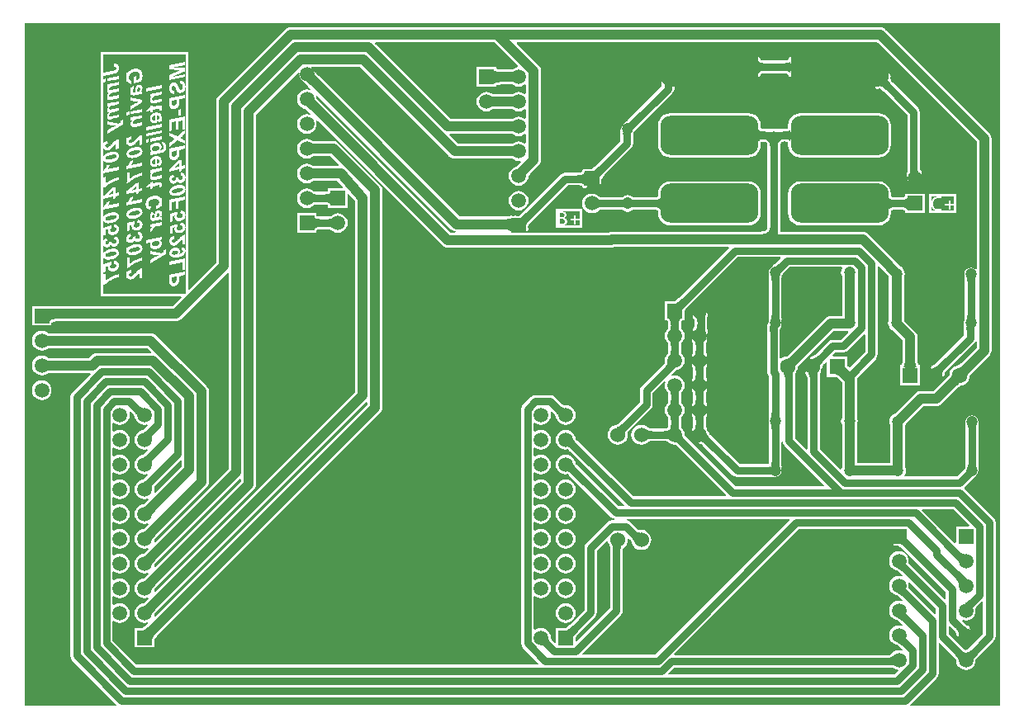
<source format=gbr>
%TF.GenerationSoftware,Altium Limited,Altium Designer,19.0.4 (130)*%
G04 Layer_Physical_Order=2*
G04 Layer_Color=6502151*
%FSLAX26Y26*%
%MOIN*%
%TF.FileFunction,Copper,L2,Bot,Signal*%
%TF.Part,Single*%
G01*
G75*
%TA.AperFunction,Conductor*%
%ADD10C,0.030000*%
%ADD11C,0.040000*%
%TA.AperFunction,ComponentPad*%
%ADD12R,0.059055X0.059055*%
%ADD13C,0.059055*%
G04:AMPARAMS|DCode=14|XSize=393.701mil|YSize=157.48mil|CornerRadius=39.37mil|HoleSize=0mil|Usage=FLASHONLY|Rotation=180.000|XOffset=0mil|YOffset=0mil|HoleType=Round|Shape=RoundedRectangle|*
%AMROUNDEDRECTD14*
21,1,0.393701,0.078740,0,0,180.0*
21,1,0.314961,0.157480,0,0,180.0*
1,1,0.078740,-0.157480,0.039370*
1,1,0.078740,0.157480,0.039370*
1,1,0.078740,0.157480,-0.039370*
1,1,0.078740,-0.157480,-0.039370*
%
%ADD14ROUNDEDRECTD14*%
%ADD15C,0.047244*%
%ADD16R,0.062992X0.062992*%
%ADD17C,0.062992*%
%TA.AperFunction,ViaPad*%
%ADD18C,0.060000*%
G36*
X1991890Y2584502D02*
X1990098Y2579223D01*
X1984681Y2578510D01*
X1975066Y2574527D01*
X1970122Y2570733D01*
X1957104Y2570259D01*
X1929381D01*
X1927170Y2570286D01*
X1914948Y2571005D01*
X1910414Y2571579D01*
X1906784Y2572277D01*
X1904527Y2572926D01*
Y2579528D01*
X1894789D01*
X1894408Y2579603D01*
X1894026Y2579528D01*
X1825473D01*
Y2500472D01*
X1894026D01*
X1894408Y2500397D01*
X1894789Y2500472D01*
X1904527D01*
Y2507074D01*
X1906784Y2507722D01*
X1910174Y2508374D01*
X1927270Y2509715D01*
X1929381Y2509741D01*
X1962232D01*
X1966721Y2509699D01*
X1969731Y2509566D01*
X1975066Y2505472D01*
X1984681Y2501489D01*
X1995000Y2500131D01*
X2005319Y2501489D01*
X2014934Y2505472D01*
X2019269Y2508798D01*
X2024269Y2506332D01*
Y2473667D01*
X2019269Y2471201D01*
X2014934Y2474527D01*
X2005319Y2478510D01*
X1995000Y2479868D01*
X1984681Y2478510D01*
X1975066Y2474527D01*
X1970122Y2470733D01*
X1957104Y2470259D01*
X1897768D01*
X1893279Y2470301D01*
X1890269Y2470434D01*
X1884934Y2474527D01*
X1875319Y2478510D01*
X1865000Y2479869D01*
X1854681Y2478510D01*
X1845066Y2474527D01*
X1836809Y2468191D01*
X1830473Y2459934D01*
X1826490Y2450319D01*
X1825131Y2440000D01*
X1826490Y2429681D01*
X1830473Y2420066D01*
X1836809Y2411809D01*
X1845066Y2405473D01*
X1854681Y2401490D01*
X1865000Y2400131D01*
X1875319Y2401490D01*
X1884934Y2405473D01*
X1889878Y2409266D01*
X1902896Y2409741D01*
X1962232D01*
X1966721Y2409699D01*
X1969731Y2409566D01*
X1975066Y2405472D01*
X1984681Y2401489D01*
X1995000Y2400131D01*
X2005319Y2401489D01*
X2014934Y2405472D01*
X2019269Y2408798D01*
X2024269Y2406332D01*
Y2373667D01*
X2019269Y2371201D01*
X2014934Y2374527D01*
X2005319Y2378510D01*
X1995000Y2379868D01*
X1984681Y2378510D01*
X1975066Y2374527D01*
X1970122Y2370733D01*
X1957103Y2370258D01*
X1720601D01*
X1415738Y2675122D01*
X1417652Y2679741D01*
X1896650D01*
X1991890Y2584502D01*
D02*
G37*
G36*
X3093200Y2550000D02*
X3092898Y2552850D01*
X3091995Y2555400D01*
X3090489Y2557650D01*
X3088381Y2559600D01*
X3085670Y2561250D01*
X3082356Y2562600D01*
X3078441Y2563650D01*
X3073923Y2564400D01*
X3068802Y2564850D01*
X3063080Y2565000D01*
Y2595000D01*
X3068802Y2595150D01*
X3073923Y2595600D01*
X3078441Y2596350D01*
X3082356Y2597400D01*
X3085670Y2598750D01*
X3088381Y2600400D01*
X3090489Y2602350D01*
X3091995Y2604600D01*
X3092898Y2607150D01*
X3093200Y2610000D01*
Y2550000D01*
D02*
G37*
G36*
X2962102Y2607150D02*
X2963005Y2604600D01*
X2964511Y2602350D01*
X2966619Y2600400D01*
X2969330Y2598750D01*
X2972644Y2597400D01*
X2976559Y2596350D01*
X2981077Y2595600D01*
X2986198Y2595150D01*
X2991920Y2595000D01*
Y2565000D01*
X2986198Y2564850D01*
X2981077Y2564400D01*
X2976559Y2563650D01*
X2972644Y2562600D01*
X2969330Y2561250D01*
X2966619Y2559600D01*
X2964511Y2557650D01*
X2963005Y2555400D01*
X2962102Y2552850D01*
X2961800Y2550000D01*
Y2610000D01*
X2962102Y2607150D01*
D02*
G37*
G36*
X3843363Y2278799D02*
Y1763643D01*
X3838579Y1762192D01*
X3838024Y1763022D01*
X3829755Y1768547D01*
X3820000Y1770487D01*
X3810245Y1768547D01*
X3801976Y1763022D01*
X3796450Y1754752D01*
X3794510Y1744997D01*
Y1732726D01*
X3794045Y1732030D01*
X3793838Y1730991D01*
X3793443Y1730008D01*
X3793454Y1729059D01*
X3793269Y1728128D01*
X3793475Y1727089D01*
X3793487Y1726030D01*
X3793860Y1725157D01*
X3794045Y1724226D01*
X3794168Y1724042D01*
X3794510Y1719008D01*
Y1569274D01*
X3794335Y1567503D01*
X3794284Y1567198D01*
X3794045Y1566841D01*
X3793860Y1565910D01*
X3793487Y1565037D01*
X3793475Y1563978D01*
X3793269Y1562939D01*
X3793454Y1562008D01*
X3793443Y1561059D01*
X3793838Y1560076D01*
X3794045Y1559037D01*
X3794510Y1558341D01*
Y1554559D01*
X3793151Y1552525D01*
X3791211Y1542770D01*
Y1533203D01*
X3791174Y1533099D01*
X3791211Y1532452D01*
Y1532159D01*
X3791079Y1531377D01*
X3791211Y1526865D01*
Y1495022D01*
X3678570Y1382381D01*
X3675448Y1379868D01*
X3673854Y1378763D01*
X3672325Y1377827D01*
X3670971Y1377116D01*
X3669815Y1376616D01*
X3668872Y1376303D01*
X3667592Y1376016D01*
X3665980Y1375302D01*
X3664337Y1374662D01*
X3664168Y1374500D01*
X3663954Y1374406D01*
X3662738Y1373130D01*
X3661465Y1371909D01*
X3661371Y1371695D01*
X3661209Y1371526D01*
X3660574Y1369881D01*
X3659865Y1368267D01*
X3659860Y1368033D01*
X3659776Y1367815D01*
X3659818Y1366052D01*
X3659781Y1364290D01*
X3659866Y1364072D01*
X3659871Y1363838D01*
X3659919Y1363730D01*
X3656976Y1360787D01*
X3651450Y1352518D01*
X3649510Y1342763D01*
Y1334999D01*
X3651450Y1325245D01*
X3656976Y1316976D01*
X3665245Y1311450D01*
X3675000Y1309510D01*
X3684755Y1311450D01*
X3693024Y1316976D01*
X3698550Y1325245D01*
X3698993Y1327475D01*
X3699236Y1327866D01*
X3701813Y1329925D01*
X3703757Y1330843D01*
X3705440Y1330808D01*
X3707119Y1330670D01*
X3707419Y1330766D01*
X3707735Y1330759D01*
X3709303Y1331370D01*
X3710907Y1331885D01*
X3711148Y1332089D01*
X3711441Y1332204D01*
X3712657Y1333369D01*
X3713942Y1334458D01*
X3714086Y1334738D01*
X3714313Y1334957D01*
X3714990Y1336498D01*
X3715760Y1337996D01*
X3715786Y1338310D01*
X3715913Y1338599D01*
X3715949Y1340282D01*
X3716087Y1341961D01*
X3715939Y1343247D01*
X3715956Y1343900D01*
X3716085Y1344706D01*
X3716373Y1345710D01*
X3716871Y1346924D01*
X3717619Y1348341D01*
X3718645Y1349944D01*
X3719881Y1351596D01*
X3834725Y1466440D01*
X3838363Y1471885D01*
X3843363Y1470369D01*
Y1446155D01*
X3780504Y1383296D01*
X3779538Y1382353D01*
X3775813Y1378947D01*
X3773075Y1376702D01*
X3772900Y1376577D01*
X3764167Y1375428D01*
X3754073Y1371246D01*
X3745405Y1364595D01*
X3738753Y1355927D01*
X3734572Y1345832D01*
X3733458Y1337373D01*
X3725764Y1328556D01*
X3667567Y1270359D01*
X3616886D01*
X3609055Y1269328D01*
X3601757Y1266305D01*
X3595490Y1261496D01*
X3514074Y1180080D01*
X3508044Y1177582D01*
X3501021Y1172193D01*
X3495631Y1165169D01*
X3492243Y1156991D01*
X3491088Y1148214D01*
X3492243Y1139436D01*
X3494741Y1133407D01*
Y979901D01*
X3360438D01*
Y1134760D01*
X3363115Y1141222D01*
X3364270Y1149999D01*
X3363115Y1158777D01*
X3360617Y1164806D01*
Y1319641D01*
X3360617Y1319641D01*
X3360044Y1323996D01*
X3437004Y1400956D01*
X3442530Y1409226D01*
X3444470Y1418980D01*
Y1773162D01*
X3449089Y1775076D01*
X3487137Y1737028D01*
X3487243Y1736220D01*
X3489741Y1730191D01*
Y1560876D01*
X3487243Y1554847D01*
X3486088Y1546070D01*
X3487243Y1537292D01*
X3490631Y1529113D01*
X3496021Y1522090D01*
X3503044Y1516701D01*
X3505727Y1515589D01*
X3544741Y1476576D01*
Y1404542D01*
X3544364Y1392619D01*
X3543853Y1387229D01*
X3543160Y1382705D01*
X3542348Y1379212D01*
X3541528Y1376853D01*
X3541339Y1376495D01*
X3533504D01*
Y1366757D01*
X3533428Y1366376D01*
X3533504Y1365994D01*
Y1293504D01*
X3616496D01*
Y1365994D01*
X3616572Y1366376D01*
X3616496Y1366757D01*
Y1376495D01*
X3608661D01*
X3608472Y1376853D01*
X3607652Y1379212D01*
X3606840Y1382705D01*
X3606165Y1387111D01*
X3605304Y1399212D01*
X3605259Y1402247D01*
Y1489109D01*
X3604228Y1496941D01*
X3601205Y1504239D01*
X3596396Y1510506D01*
X3596396Y1510506D01*
X3552863Y1554039D01*
X3552757Y1554847D01*
X3550259Y1560876D01*
Y1730191D01*
X3552757Y1736220D01*
X3553912Y1744997D01*
X3552757Y1753775D01*
X3549369Y1761954D01*
X3543979Y1768977D01*
X3536956Y1774366D01*
X3534272Y1775478D01*
X3490578Y1819172D01*
X3490185Y1820121D01*
X3485376Y1826388D01*
X3406744Y1905020D01*
X3400478Y1909829D01*
X3393180Y1912851D01*
X3385348Y1913882D01*
X3050490D01*
Y2264182D01*
X3051110Y2267698D01*
X3052095Y2270651D01*
X3053312Y2272912D01*
X3054745Y2274664D01*
X3056497Y2276097D01*
X3058759Y2277315D01*
X3061711Y2278299D01*
X3065228Y2278920D01*
X3069992D01*
X3072640Y2278687D01*
X3076281Y2278082D01*
X3079100Y2277327D01*
X3081066Y2276525D01*
X3082207Y2275831D01*
X3082684Y2275390D01*
X3082724Y2275331D01*
Y2265039D01*
X3084420Y2252151D01*
X3089395Y2240141D01*
X3097309Y2229828D01*
X3107622Y2221915D01*
X3119631Y2216940D01*
X3132520Y2215243D01*
X3447480D01*
X3460369Y2216940D01*
X3472378Y2221915D01*
X3482691Y2229828D01*
X3490605Y2240141D01*
X3495580Y2252151D01*
X3497276Y2265039D01*
Y2343780D01*
X3495580Y2356668D01*
X3490605Y2368677D01*
X3482691Y2378991D01*
X3472378Y2386904D01*
X3460369Y2391879D01*
X3447480Y2393575D01*
X3132520D01*
X3119631Y2391879D01*
X3107622Y2386904D01*
X3097309Y2378991D01*
X3089395Y2368677D01*
X3084420Y2356668D01*
X3082724Y2343780D01*
Y2333488D01*
X3082684Y2333429D01*
X3082207Y2332988D01*
X3081066Y2332294D01*
X3079100Y2331492D01*
X3076281Y2330736D01*
X3072639Y2330132D01*
X3069993Y2329899D01*
X2985008D01*
X2982360Y2330132D01*
X2978719Y2330736D01*
X2975900Y2331492D01*
X2973934Y2332294D01*
X2972793Y2332988D01*
X2972316Y2333429D01*
X2972276Y2333488D01*
Y2343780D01*
X2970580Y2356668D01*
X2965605Y2368677D01*
X2957691Y2378991D01*
X2947378Y2386904D01*
X2935369Y2391879D01*
X2922480Y2393575D01*
X2607520D01*
X2594631Y2391879D01*
X2582622Y2386904D01*
X2572309Y2378991D01*
X2564395Y2368677D01*
X2559420Y2356668D01*
X2557724Y2343780D01*
Y2265039D01*
X2559420Y2252151D01*
X2564395Y2240141D01*
X2572309Y2229828D01*
X2582622Y2221915D01*
X2594631Y2216940D01*
X2607520Y2215243D01*
X2922480D01*
X2935369Y2216940D01*
X2947378Y2221915D01*
X2957691Y2229828D01*
X2965605Y2240141D01*
X2970580Y2252151D01*
X2972276Y2265039D01*
Y2275331D01*
X2972316Y2275390D01*
X2972793Y2275831D01*
X2973934Y2276525D01*
X2975900Y2277327D01*
X2978719Y2278082D01*
X2982361Y2278687D01*
X2984851Y2278906D01*
X2988289Y2278299D01*
X2991241Y2277315D01*
X2993503Y2276097D01*
X2995255Y2274664D01*
X2996688Y2272912D01*
X2997906Y2270650D01*
X2998890Y2267698D01*
X2999510Y2264182D01*
Y1931169D01*
X2999487Y1930835D01*
X2998694Y1927466D01*
X2997508Y1924797D01*
X2995933Y1922603D01*
X2993833Y1920678D01*
X2990993Y1918936D01*
X2987239Y1917419D01*
X2982489Y1916232D01*
X2976728Y1915469D01*
X2971394Y1915259D01*
X2372107D01*
X2372106Y1915259D01*
X2364274Y1914228D01*
X2356977Y1911205D01*
X2356359Y1910731D01*
X2018651D01*
X2015814Y1915681D01*
X2017269Y1916373D01*
X2020386Y1917561D01*
X2021561Y1917327D01*
X2022686Y1916911D01*
X2023494Y1916943D01*
X2024287Y1916785D01*
X2025463Y1917018D01*
X2026661Y1917065D01*
X2027396Y1917403D01*
X2028189Y1917561D01*
X2029186Y1918227D01*
X2030275Y1918728D01*
X2030825Y1919322D01*
X2031497Y1919771D01*
X2032163Y1920767D01*
X2032977Y1921647D01*
X2033258Y1922406D01*
X2033707Y1923079D01*
X2033941Y1924255D01*
X2034357Y1925379D01*
X2034326Y1926187D01*
X2034483Y1926981D01*
X2034250Y1928156D01*
X2034203Y1929354D01*
X2033865Y1930089D01*
X2033707Y1930882D01*
X2033041Y1931879D01*
X2032540Y1932968D01*
X2031968Y1933756D01*
X2031969Y1934009D01*
X2032357Y1935634D01*
X2033495Y1938316D01*
X2035524Y1941851D01*
X2038400Y1945973D01*
X2046041Y1954992D01*
X2193598Y2102550D01*
X2237851D01*
X2240220Y2102360D01*
X2243914Y2101800D01*
X2246795Y2101096D01*
X2248817Y2100344D01*
X2249976Y2099701D01*
X2250329Y2099403D01*
X2250464Y2098238D01*
X2250894Y2096904D01*
X2251165Y2095529D01*
X2251499Y2095026D01*
X2251684Y2094451D01*
X2252592Y2093383D01*
X2253368Y2092216D01*
X2253869Y2091880D01*
X2254260Y2091420D01*
X2255508Y2090780D01*
X2256671Y2089999D01*
X2257263Y2089881D01*
X2257801Y2089605D01*
X2259198Y2089492D01*
X2260572Y2089215D01*
X2261164Y2089332D01*
X2261766Y2089283D01*
X2263101Y2089713D01*
X2264475Y2089984D01*
X2264977Y2090318D01*
X2265552Y2090503D01*
X2266621Y2091411D01*
X2267787Y2092187D01*
X2268124Y2092688D01*
X2268584Y2093079D01*
X2269224Y2094327D01*
X2270004Y2095490D01*
X2270123Y2096082D01*
X2270399Y2096619D01*
X2270512Y2098017D01*
X2270788Y2099390D01*
X2270795Y2102550D01*
X2278600D01*
X2280245Y2101450D01*
X2290000Y2099510D01*
X2299755Y2101450D01*
X2308024Y2106976D01*
X2308262Y2107332D01*
X2313954Y2107110D01*
X2314713Y2106829D01*
X2315386Y2106380D01*
X2316561Y2106146D01*
X2317686Y2105731D01*
X2318494Y2105762D01*
X2319287Y2105604D01*
X2320463Y2105838D01*
X2321661Y2105884D01*
X2322396Y2106222D01*
X2323189Y2106380D01*
X2324186Y2107046D01*
X2325275Y2107547D01*
X2325825Y2108141D01*
X2326497Y2108590D01*
X2327163Y2109587D01*
X2327977Y2110467D01*
X2328258Y2111226D01*
X2328707Y2111898D01*
X2328941Y2113074D01*
X2329357Y2114198D01*
X2329326Y2115006D01*
X2329483Y2115800D01*
X2329250Y2116976D01*
X2329203Y2118173D01*
X2328865Y2118908D01*
X2328707Y2119702D01*
X2328041Y2120698D01*
X2327540Y2121787D01*
X2326968Y2122576D01*
X2326969Y2122828D01*
X2327357Y2124453D01*
X2328495Y2127135D01*
X2330524Y2130671D01*
X2333400Y2134793D01*
X2341041Y2143812D01*
X2449725Y2252495D01*
X2455250Y2260765D01*
X2457190Y2270519D01*
Y2301720D01*
X2457385Y2303626D01*
X2457503Y2304294D01*
X2457800Y2304626D01*
X2458082Y2305433D01*
X2458537Y2306156D01*
X2458732Y2307292D01*
X2459113Y2308381D01*
X2459065Y2309235D01*
X2459209Y2310077D01*
X2458954Y2311201D01*
X2458890Y2312353D01*
X2458519Y2313123D01*
X2458367Y2313791D01*
X2458550Y2314064D01*
X2459110Y2316881D01*
X2461701Y2319472D01*
X2462523Y2319635D01*
X2463404Y2320224D01*
X2464379Y2320640D01*
X2465042Y2321318D01*
X2465831Y2321845D01*
X2466419Y2322727D01*
X2467160Y2323484D01*
X2467514Y2324364D01*
X2468041Y2325153D01*
X2468084Y2325371D01*
X2471401Y2329172D01*
X2616218Y2473988D01*
X2621743Y2482258D01*
X2623684Y2492012D01*
Y2507557D01*
X2670637Y2554510D01*
X2951604D01*
Y2550000D01*
X2951890Y2548566D01*
X2952023Y2547110D01*
X2952275Y2546630D01*
X2952381Y2546098D01*
X2953193Y2544883D01*
X2953873Y2543588D01*
X2954290Y2543241D01*
X2954591Y2542790D01*
X2955806Y2541978D01*
X2956930Y2541042D01*
X2957448Y2540881D01*
X2957898Y2540580D01*
X2959332Y2540295D01*
X2960729Y2539860D01*
X2961269Y2539910D01*
X2961800Y2539804D01*
X2963234Y2540089D01*
X2964691Y2540222D01*
X2965170Y2540474D01*
X2965702Y2540580D01*
X2966918Y2541393D01*
X2968212Y2542073D01*
X2968559Y2542489D01*
X2969010Y2542790D01*
X2969822Y2544006D01*
X2970758Y2545130D01*
X2970919Y2545648D01*
X2971220Y2546098D01*
X2971505Y2547532D01*
X2971940Y2548928D01*
X2972114Y2550580D01*
X2972189Y2550790D01*
X2972316Y2550981D01*
X2972793Y2551421D01*
X2973934Y2552116D01*
X2975900Y2552917D01*
X2978719Y2553673D01*
X2982361Y2554278D01*
X2985007Y2554510D01*
X3069992D01*
X3072640Y2554278D01*
X3076281Y2553673D01*
X3079100Y2552917D01*
X3081066Y2552116D01*
X3082207Y2551421D01*
X3082684Y2550981D01*
X3082811Y2550790D01*
X3082886Y2550580D01*
X3083060Y2548928D01*
X3083495Y2547532D01*
X3083780Y2546098D01*
X3084081Y2545648D01*
X3084242Y2545130D01*
X3085178Y2544006D01*
X3085990Y2542790D01*
X3086441Y2542489D01*
X3086788Y2542073D01*
X3088082Y2541392D01*
X3089298Y2540580D01*
X3089830Y2540474D01*
X3090309Y2540222D01*
X3091765Y2540089D01*
X3093200Y2539804D01*
X3093731Y2539910D01*
X3094271Y2539861D01*
X3095667Y2540295D01*
X3097102Y2540580D01*
X3097552Y2540881D01*
X3098070Y2541042D01*
X3099194Y2541978D01*
X3100409Y2542790D01*
X3100710Y2543241D01*
X3101127Y2543588D01*
X3101807Y2544883D01*
X3102619Y2546098D01*
X3102725Y2546630D01*
X3102977Y2547110D01*
X3103110Y2548566D01*
X3103396Y2550000D01*
Y2554510D01*
X3290000D01*
X3299755Y2556450D01*
X3308024Y2561976D01*
X3313550Y2570245D01*
X3315490Y2580000D01*
X3313550Y2589755D01*
X3308024Y2598024D01*
X3299755Y2603550D01*
X3290000Y2605490D01*
X3103396D01*
Y2610000D01*
X3103110Y2611434D01*
X3102977Y2612890D01*
X3102725Y2613370D01*
X3102619Y2613902D01*
X3101807Y2615117D01*
X3101127Y2616412D01*
X3100710Y2616759D01*
X3100409Y2617210D01*
X3099194Y2618022D01*
X3098070Y2618958D01*
X3097552Y2619119D01*
X3097102Y2619420D01*
X3095668Y2619705D01*
X3094271Y2620140D01*
X3093731Y2620090D01*
X3093200Y2620196D01*
X3091766Y2619911D01*
X3090309Y2619778D01*
X3089830Y2619526D01*
X3089298Y2619420D01*
X3088082Y2618607D01*
X3086788Y2617927D01*
X3086441Y2617511D01*
X3085990Y2617210D01*
X3085178Y2615994D01*
X3084242Y2614870D01*
X3084081Y2614352D01*
X3083780Y2613902D01*
X3083495Y2612468D01*
X3083060Y2611072D01*
X3082886Y2609420D01*
X3082811Y2609210D01*
X3082684Y2609019D01*
X3082207Y2608579D01*
X3081066Y2607884D01*
X3079100Y2607083D01*
X3076281Y2606327D01*
X3072639Y2605722D01*
X3069993Y2605490D01*
X2985008D01*
X2982360Y2605722D01*
X2978719Y2606327D01*
X2975900Y2607083D01*
X2973934Y2607884D01*
X2972793Y2608579D01*
X2972316Y2609019D01*
X2972189Y2609210D01*
X2972114Y2609420D01*
X2971940Y2611072D01*
X2971505Y2612468D01*
X2971220Y2613902D01*
X2970919Y2614352D01*
X2970758Y2614870D01*
X2969822Y2615994D01*
X2969010Y2617210D01*
X2968559Y2617511D01*
X2968212Y2617927D01*
X2966918Y2618608D01*
X2965702Y2619420D01*
X2965170Y2619526D01*
X2964691Y2619778D01*
X2963235Y2619911D01*
X2961800Y2620196D01*
X2961269Y2620090D01*
X2960729Y2620139D01*
X2959333Y2619705D01*
X2957898Y2619420D01*
X2957448Y2619119D01*
X2956930Y2618958D01*
X2955806Y2618022D01*
X2954591Y2617210D01*
X2954290Y2616759D01*
X2953873Y2616412D01*
X2953193Y2615117D01*
X2952381Y2613902D01*
X2952275Y2613370D01*
X2952023Y2612890D01*
X2951890Y2611434D01*
X2951604Y2610000D01*
Y2605490D01*
X2660079D01*
X2650324Y2603550D01*
X2642055Y2598024D01*
X2580170Y2536139D01*
X2574644Y2527869D01*
X2572704Y2518115D01*
Y2502571D01*
X2433384Y2363251D01*
X2432008Y2362122D01*
X2431756Y2361943D01*
X2431334Y2361860D01*
X2430546Y2361332D01*
X2429666Y2360979D01*
X2428908Y2360238D01*
X2428027Y2359649D01*
X2427500Y2358861D01*
X2426822Y2358197D01*
X2426405Y2357223D01*
X2425816Y2356341D01*
X2425653Y2355520D01*
X2418157Y2348024D01*
X2412632Y2339755D01*
X2411940Y2336279D01*
X2408151Y2330608D01*
X2406211Y2320853D01*
Y2315952D01*
X2406174Y2315848D01*
X2406211Y2315202D01*
Y2314908D01*
X2406079Y2314126D01*
X2406211Y2309614D01*
Y2281078D01*
X2306468Y2181335D01*
X2300843Y2176108D01*
X2296088Y2172298D01*
X2291852Y2169343D01*
X2288316Y2167314D01*
X2285634Y2166176D01*
X2284009Y2165788D01*
X2283757Y2165787D01*
X2282969Y2166359D01*
X2281880Y2166860D01*
X2280883Y2167526D01*
X2280090Y2167684D01*
X2279355Y2168022D01*
X2278157Y2168068D01*
X2276981Y2168302D01*
X2276188Y2168144D01*
X2275379Y2168176D01*
X2274255Y2167760D01*
X2273079Y2167526D01*
X2272483Y2167128D01*
X2272302Y2167038D01*
X2271648Y2166796D01*
X2268931Y2165653D01*
X2265600Y2166988D01*
X2265083Y2167150D01*
X2264634Y2167451D01*
X2263200Y2167740D01*
X2261803Y2168177D01*
X2261264Y2168129D01*
X2260733Y2168235D01*
X2259298Y2167953D01*
X2257841Y2167823D01*
X2257361Y2167572D01*
X2256830Y2167467D01*
X2255612Y2166657D01*
X2254316Y2165979D01*
X2253968Y2165564D01*
X2253518Y2165264D01*
X2252703Y2164049D01*
X2251764Y2162927D01*
X2251602Y2162410D01*
X2251301Y2161961D01*
X2251012Y2160526D01*
X2250575Y2159131D01*
X2250397Y2157476D01*
X2250320Y2157260D01*
X2250189Y2157064D01*
X2249708Y2156620D01*
X2248564Y2155924D01*
X2246597Y2155122D01*
X2243779Y2154366D01*
X2240142Y2153762D01*
X2237498Y2153529D01*
X2183040D01*
X2173286Y2151589D01*
X2165016Y2146064D01*
X2011468Y1992516D01*
X2005842Y1987289D01*
X2001088Y1983479D01*
X1996852Y1980524D01*
X1993316Y1978495D01*
X1990634Y1977357D01*
X1989009Y1976969D01*
X1988757Y1976968D01*
X1987969Y1977540D01*
X1986880Y1978041D01*
X1985883Y1978707D01*
X1985090Y1978865D01*
X1984355Y1979203D01*
X1983157Y1979249D01*
X1981981Y1979483D01*
X1981188Y1979325D01*
X1980379Y1979356D01*
X1979255Y1978941D01*
X1978079Y1978707D01*
X1977679Y1978439D01*
X1977305Y1978220D01*
X1976648Y1977977D01*
X1973738Y1976948D01*
X1970325Y1978438D01*
X1969880Y1978569D01*
X1969494Y1978827D01*
X1967985Y1979127D01*
X1966509Y1979562D01*
X1966047Y1979512D01*
X1965592Y1979603D01*
X1964084Y1979303D01*
X1962553Y1979139D01*
X1962146Y1978917D01*
X1961691Y1978827D01*
X1960411Y1977972D01*
X1959364Y1977401D01*
X1933193Y1975649D01*
X1757143D01*
X1184561Y2548231D01*
X1181423Y2551428D01*
X1178367Y2554768D01*
X1178164Y2555016D01*
X1178006Y2555243D01*
X1177589Y2555642D01*
X1176782Y2556867D01*
X1176754Y2556886D01*
X1176736Y2556914D01*
X1175176Y2557956D01*
X1175134Y2557996D01*
X1175091Y2558013D01*
X1174124Y2558668D01*
X1161396Y2571396D01*
X1157653Y2574268D01*
X1159350Y2579268D01*
X1355296D01*
X1715960Y2218604D01*
X1715961Y2218603D01*
X1722228Y2213794D01*
X1729525Y2210772D01*
X1737357Y2209741D01*
X1962232D01*
X1966718Y2209699D01*
X1969731Y2209565D01*
X1975066Y2205472D01*
X1984681Y2201489D01*
X1995000Y2200131D01*
X2000886Y2200906D01*
X2003222Y2196170D01*
X1985695Y2178643D01*
X1984681Y2178510D01*
X1975066Y2174527D01*
X1966809Y2168191D01*
X1960473Y2159934D01*
X1956490Y2150318D01*
X1955131Y2139999D01*
X1956490Y2129681D01*
X1960473Y2120065D01*
X1966809Y2111808D01*
X1975066Y2105472D01*
X1984681Y2101489D01*
X1995000Y2100131D01*
X2005319Y2101489D01*
X2014934Y2105472D01*
X2023191Y2111808D01*
X2029527Y2120065D01*
X2033510Y2129681D01*
X2034869Y2139999D01*
X2034718Y2141144D01*
X2041106Y2148469D01*
X2075923Y2183287D01*
X2075924Y2183287D01*
X2080733Y2189554D01*
X2083756Y2196852D01*
X2084787Y2204683D01*
Y2564656D01*
X2084787Y2564657D01*
X2083756Y2572488D01*
X2080733Y2579786D01*
X2075924Y2586053D01*
X2075923Y2586053D01*
X1986855Y2675122D01*
X1988768Y2679741D01*
X3442421D01*
X3843363Y2278799D01*
D02*
G37*
G36*
X1973913Y2519330D02*
X1973611Y2519457D01*
X1972969Y2519571D01*
X1971986Y2519672D01*
X1966991Y2519893D01*
X1955561Y2520000D01*
X1955561Y2560000D01*
X1973913Y2560669D01*
X1973913Y2519330D01*
D02*
G37*
G36*
X1894807Y2567620D02*
X1896007Y2566021D01*
X1898007Y2564610D01*
X1900807Y2563387D01*
X1904408Y2562352D01*
X1908807Y2561505D01*
X1914007Y2560846D01*
X1926807Y2560094D01*
X1934408Y2560000D01*
Y2520000D01*
X1926807Y2519906D01*
X1908807Y2518494D01*
X1904408Y2517648D01*
X1900807Y2516613D01*
X1898007Y2515390D01*
X1896007Y2513979D01*
X1894807Y2512380D01*
X1894408Y2510593D01*
Y2569407D01*
X1894807Y2567620D01*
D02*
G37*
G36*
X1169649Y2549401D02*
X1170023Y2548866D01*
X1170648Y2548100D01*
X1174023Y2544412D01*
X1182030Y2536254D01*
X1153746Y2507970D01*
X1140295Y2520473D01*
X1169526Y2549704D01*
X1169649Y2549401D01*
D02*
G37*
G36*
X1110357Y2554677D02*
X1109741Y2549999D01*
X1110772Y2542168D01*
X1113795Y2534870D01*
X1118604Y2528603D01*
X1131149Y2516058D01*
X1132081Y2514767D01*
X1133086Y2513264D01*
X1133243Y2513159D01*
X1133353Y2513006D01*
X1145401Y2501806D01*
X1155383Y2491824D01*
X1152551Y2487585D01*
X1150319Y2488510D01*
X1140000Y2489868D01*
X1129681Y2488510D01*
X1120066Y2484527D01*
X1111809Y2478191D01*
X1105473Y2469934D01*
X1101490Y2460318D01*
X1100131Y2449999D01*
X1101490Y2439681D01*
X1105473Y2430065D01*
X1111809Y2421808D01*
X1120066Y2415472D01*
X1129681Y2411489D01*
X1135859Y2410676D01*
X1145401Y2401806D01*
X1155383Y2391824D01*
X1152551Y2387585D01*
X1150319Y2388510D01*
X1140000Y2389868D01*
X1129681Y2388510D01*
X1120066Y2384527D01*
X1111809Y2378191D01*
X1105473Y2369934D01*
X1101490Y2360318D01*
X1100131Y2349999D01*
X1101490Y2339681D01*
X1105473Y2330065D01*
X1111809Y2321808D01*
X1120066Y2315472D01*
X1129681Y2311489D01*
X1140000Y2310131D01*
X1150319Y2311489D01*
X1159934Y2315472D01*
X1168191Y2321808D01*
X1174527Y2330065D01*
X1178510Y2339681D01*
X1179869Y2349999D01*
X1178510Y2360318D01*
X1177586Y2362550D01*
X1181824Y2365383D01*
X1688131Y1859076D01*
X1694398Y1854267D01*
X1701696Y1851244D01*
X1709527Y1850213D01*
X2367578D01*
X2375410Y1851244D01*
X2382707Y1854267D01*
X2383325Y1854741D01*
X2842160D01*
X2844074Y1850122D01*
X2641468Y1647516D01*
X2635843Y1642289D01*
X2631088Y1638479D01*
X2626852Y1635524D01*
X2625115Y1634527D01*
X2585472D01*
Y1566752D01*
X2585457Y1566703D01*
X2585472Y1566529D01*
Y1565974D01*
X2585397Y1565592D01*
X2585472Y1565211D01*
Y1555473D01*
X2594434D01*
X2594482Y1555457D01*
X2595981Y1555293D01*
X2596038Y1555272D01*
X2596135Y1555205D01*
X2596532Y1554760D01*
X2597201Y1553620D01*
X2597979Y1551640D01*
X2598712Y1548806D01*
X2599296Y1545155D01*
X2599510Y1542629D01*
Y1531857D01*
X2599375Y1530545D01*
X2599068Y1528583D01*
X2598705Y1526935D01*
X2598309Y1525605D01*
X2597917Y1524605D01*
X2597569Y1523927D01*
X2597360Y1523615D01*
X2596809Y1523191D01*
X2590473Y1514934D01*
X2586490Y1505319D01*
X2585131Y1495000D01*
X2586490Y1484681D01*
X2590473Y1475066D01*
X2596809Y1466809D01*
X2597360Y1466385D01*
X2597569Y1466073D01*
X2597917Y1465395D01*
X2598309Y1464395D01*
X2598705Y1463064D01*
X2599068Y1461417D01*
X2599375Y1459455D01*
X2599510Y1458143D01*
Y1431857D01*
X2599375Y1430545D01*
X2599068Y1428583D01*
X2598705Y1426935D01*
X2598309Y1425605D01*
X2597917Y1424605D01*
X2597569Y1423927D01*
X2597360Y1423615D01*
X2596809Y1423191D01*
X2590473Y1414934D01*
X2586490Y1405319D01*
X2585131Y1395000D01*
X2585949Y1388793D01*
X2585895Y1388163D01*
X2585992Y1387305D01*
X2585983Y1387111D01*
X2585897Y1386661D01*
X2585657Y1385924D01*
X2585201Y1384913D01*
X2584487Y1383652D01*
X2583575Y1382299D01*
X2582068Y1380468D01*
X2492066Y1290466D01*
X2486541Y1282197D01*
X2484601Y1272443D01*
Y1227918D01*
X2396724Y1140041D01*
X2394188Y1137938D01*
X2392723Y1136876D01*
X2391366Y1135999D01*
X2390230Y1135363D01*
X2389351Y1134956D01*
X2388772Y1134751D01*
X2387859Y1134540D01*
X2387436Y1134349D01*
X2384558Y1133970D01*
X2374827Y1129940D01*
X2366472Y1123528D01*
X2360060Y1115173D01*
X2356030Y1105442D01*
X2354655Y1095000D01*
X2356030Y1084558D01*
X2360060Y1074827D01*
X2366472Y1066472D01*
X2374827Y1060060D01*
X2384558Y1056030D01*
X2395000Y1054655D01*
X2405442Y1056030D01*
X2415173Y1060060D01*
X2423528Y1066472D01*
X2429940Y1074827D01*
X2433970Y1084558D01*
X2435345Y1095000D01*
X2434581Y1100805D01*
X2434645Y1101490D01*
X2434544Y1102463D01*
X2434559Y1102788D01*
X2434664Y1103344D01*
X2434926Y1104160D01*
X2435401Y1105231D01*
X2436133Y1106538D01*
X2437059Y1107926D01*
X2438659Y1109880D01*
X2528114Y1199335D01*
X2533640Y1207605D01*
X2535580Y1217360D01*
Y1261884D01*
X2582537Y1308841D01*
X2586776Y1306009D01*
X2586490Y1305319D01*
X2585131Y1295000D01*
X2586490Y1284681D01*
X2590473Y1275066D01*
X2596809Y1266809D01*
X2597360Y1266385D01*
X2597569Y1266073D01*
X2597917Y1265395D01*
X2598309Y1264395D01*
X2598705Y1263064D01*
X2599068Y1261417D01*
X2599356Y1259575D01*
X2599510Y1257633D01*
Y1231857D01*
X2599375Y1230545D01*
X2599068Y1228583D01*
X2598705Y1226935D01*
X2598309Y1225605D01*
X2597917Y1224605D01*
X2597569Y1223927D01*
X2597360Y1223615D01*
X2596809Y1223191D01*
X2590473Y1214934D01*
X2586490Y1205319D01*
X2585131Y1195000D01*
X2586490Y1184681D01*
X2590473Y1175066D01*
X2596809Y1166809D01*
X2597360Y1166385D01*
X2597569Y1166073D01*
X2597917Y1165395D01*
X2598309Y1164395D01*
X2598705Y1163064D01*
X2599068Y1161417D01*
X2599375Y1159455D01*
X2599510Y1158143D01*
Y1131857D01*
X2599375Y1130545D01*
X2599068Y1128583D01*
X2598705Y1126935D01*
X2598309Y1125605D01*
X2597917Y1124605D01*
X2597569Y1123927D01*
X2597360Y1123615D01*
X2596809Y1123191D01*
X2596385Y1122640D01*
X2596073Y1122431D01*
X2595395Y1122083D01*
X2594395Y1121691D01*
X2593064Y1121295D01*
X2591417Y1120932D01*
X2589575Y1120644D01*
X2587633Y1120490D01*
X2527786D01*
X2526312Y1120648D01*
X2524324Y1120972D01*
X2522640Y1121356D01*
X2521268Y1121778D01*
X2520212Y1122205D01*
X2519460Y1122599D01*
X2519003Y1122909D01*
X2518528Y1123528D01*
X2510173Y1129940D01*
X2500442Y1133970D01*
X2490000Y1135345D01*
X2479558Y1133970D01*
X2469827Y1129940D01*
X2461472Y1123528D01*
X2455060Y1115173D01*
X2451030Y1105442D01*
X2449655Y1095000D01*
X2451030Y1084558D01*
X2455060Y1074827D01*
X2461472Y1066472D01*
X2469827Y1060060D01*
X2479558Y1056030D01*
X2490000Y1054655D01*
X2500442Y1056030D01*
X2510173Y1060060D01*
X2518528Y1066472D01*
X2519003Y1067091D01*
X2519460Y1067401D01*
X2520212Y1067795D01*
X2521269Y1068222D01*
X2522640Y1068644D01*
X2524324Y1069028D01*
X2526189Y1069332D01*
X2528344Y1069510D01*
X2588143D01*
X2589455Y1069375D01*
X2591417Y1069068D01*
X2593066Y1068705D01*
X2594395Y1068309D01*
X2595394Y1067917D01*
X2596073Y1067569D01*
X2596385Y1067360D01*
X2596809Y1066809D01*
X2605066Y1060473D01*
X2614681Y1056490D01*
X2625000Y1055131D01*
X2625689Y1055222D01*
X2626057Y1055149D01*
X2626783Y1054916D01*
X2627769Y1054486D01*
X2628988Y1053825D01*
X2630411Y1052916D01*
X2631916Y1051818D01*
X2633399Y1050553D01*
X2833179Y850773D01*
X2831266Y846153D01*
X2457542D01*
X2228812Y1074884D01*
X2228780Y1074920D01*
X2226160Y1078280D01*
X2225348Y1079493D01*
X2224722Y1080564D01*
X2224337Y1081353D01*
X2224167Y1081804D01*
X2223976Y1082574D01*
X2223831Y1082883D01*
X2223510Y1085318D01*
X2219527Y1094934D01*
X2213191Y1103191D01*
X2204934Y1109527D01*
X2195319Y1113510D01*
X2185000Y1114868D01*
X2174681Y1113510D01*
X2165066Y1109527D01*
X2156809Y1103191D01*
X2150473Y1094934D01*
X2146490Y1085318D01*
X2145131Y1074999D01*
X2146490Y1064681D01*
X2150473Y1055065D01*
X2156809Y1046808D01*
X2165066Y1040472D01*
X2174681Y1036489D01*
X2185000Y1035131D01*
X2191207Y1035948D01*
X2191837Y1035895D01*
X2192695Y1035991D01*
X2192889Y1035982D01*
X2193339Y1035896D01*
X2194076Y1035656D01*
X2195087Y1035201D01*
X2196348Y1034486D01*
X2197701Y1033574D01*
X2199532Y1032067D01*
X2421490Y810109D01*
X2419577Y805490D01*
X2398206D01*
X2228812Y974884D01*
X2228780Y974920D01*
X2226160Y978280D01*
X2225348Y979493D01*
X2224722Y980564D01*
X2224337Y981353D01*
X2224167Y981804D01*
X2223976Y982574D01*
X2223831Y982883D01*
X2223510Y985318D01*
X2219527Y994934D01*
X2213191Y1003191D01*
X2204934Y1009527D01*
X2195319Y1013510D01*
X2185000Y1014868D01*
X2174681Y1013510D01*
X2165066Y1009527D01*
X2156809Y1003191D01*
X2150473Y994934D01*
X2146490Y985318D01*
X2145131Y975000D01*
X2146490Y964681D01*
X2150473Y955065D01*
X2156809Y946808D01*
X2165066Y940472D01*
X2174681Y936489D01*
X2185000Y935131D01*
X2191207Y935948D01*
X2191837Y935895D01*
X2192695Y935991D01*
X2192889Y935982D01*
X2193339Y935896D01*
X2194076Y935656D01*
X2195087Y935201D01*
X2196348Y934486D01*
X2197701Y933574D01*
X2199532Y932067D01*
X2369624Y761976D01*
X2377893Y756450D01*
X2382721Y755490D01*
X2382229Y750490D01*
X2372218D01*
X2362464Y748549D01*
X2354194Y743024D01*
X2267849Y656679D01*
X2262323Y648409D01*
X2260383Y638655D01*
Y386431D01*
X2201468Y327516D01*
X2195843Y322289D01*
X2191088Y318479D01*
X2186852Y315524D01*
X2185115Y314527D01*
X2145472D01*
Y257108D01*
X2140853Y255194D01*
X2129086Y266962D01*
X2128253Y267985D01*
X2127084Y269589D01*
X2126175Y271011D01*
X2125515Y272231D01*
X2125084Y273216D01*
X2124851Y273942D01*
X2124778Y274310D01*
X2124869Y275000D01*
X2123510Y285318D01*
X2119527Y294934D01*
X2113191Y303191D01*
X2104934Y309527D01*
X2095319Y313510D01*
X2085000Y314868D01*
X2074681Y313510D01*
X2065066Y309527D01*
X2060962Y306378D01*
X2055962Y308844D01*
Y441155D01*
X2060962Y443621D01*
X2065066Y440472D01*
X2074681Y436489D01*
X2085000Y435131D01*
X2095319Y436489D01*
X2104934Y440472D01*
X2113191Y446808D01*
X2119527Y455065D01*
X2123510Y464681D01*
X2124869Y475000D01*
X2123510Y485318D01*
X2119527Y494934D01*
X2113191Y503191D01*
X2104934Y509527D01*
X2095319Y513510D01*
X2085000Y514868D01*
X2074681Y513510D01*
X2065066Y509527D01*
X2060962Y506378D01*
X2055962Y508844D01*
Y541155D01*
X2060962Y543621D01*
X2065066Y540472D01*
X2074681Y536489D01*
X2085000Y535131D01*
X2095319Y536489D01*
X2104934Y540472D01*
X2113191Y546808D01*
X2119527Y555065D01*
X2123510Y564681D01*
X2124869Y575000D01*
X2123510Y585318D01*
X2119527Y594934D01*
X2113191Y603191D01*
X2104934Y609527D01*
X2095319Y613510D01*
X2085000Y614868D01*
X2074681Y613510D01*
X2065066Y609527D01*
X2060962Y606378D01*
X2055962Y608844D01*
Y641155D01*
X2060962Y643621D01*
X2065066Y640472D01*
X2074681Y636489D01*
X2085000Y635131D01*
X2095319Y636489D01*
X2104934Y640472D01*
X2113191Y646808D01*
X2119527Y655065D01*
X2123510Y664681D01*
X2124869Y675000D01*
X2123510Y685318D01*
X2119527Y694934D01*
X2113191Y703191D01*
X2104934Y709527D01*
X2095319Y713510D01*
X2085000Y714868D01*
X2074681Y713510D01*
X2065066Y709527D01*
X2060962Y706378D01*
X2055962Y708844D01*
Y741155D01*
X2060962Y743621D01*
X2065066Y740472D01*
X2074681Y736489D01*
X2085000Y735131D01*
X2095319Y736489D01*
X2104934Y740472D01*
X2113191Y746808D01*
X2119527Y755065D01*
X2123510Y764681D01*
X2124869Y775000D01*
X2123510Y785318D01*
X2119527Y794934D01*
X2113191Y803191D01*
X2104934Y809527D01*
X2095319Y813510D01*
X2085000Y814868D01*
X2074681Y813510D01*
X2065066Y809527D01*
X2060962Y806378D01*
X2055962Y808844D01*
Y841155D01*
X2060962Y843621D01*
X2065066Y840472D01*
X2074681Y836489D01*
X2085000Y835131D01*
X2095319Y836489D01*
X2104934Y840472D01*
X2113191Y846808D01*
X2119527Y855065D01*
X2123510Y864681D01*
X2124869Y875000D01*
X2123510Y885318D01*
X2119527Y894934D01*
X2113191Y903191D01*
X2104934Y909527D01*
X2095319Y913510D01*
X2085000Y914868D01*
X2074681Y913510D01*
X2065066Y909527D01*
X2060962Y906378D01*
X2055962Y908844D01*
Y941155D01*
X2060962Y943621D01*
X2065066Y940472D01*
X2074681Y936489D01*
X2085000Y935131D01*
X2095319Y936489D01*
X2104934Y940472D01*
X2113191Y946808D01*
X2119527Y955065D01*
X2123510Y964681D01*
X2124869Y975000D01*
X2123510Y985318D01*
X2119527Y994934D01*
X2113191Y1003191D01*
X2104934Y1009527D01*
X2095319Y1013510D01*
X2085000Y1014868D01*
X2074681Y1013510D01*
X2065066Y1009527D01*
X2060962Y1006378D01*
X2055962Y1008844D01*
Y1041155D01*
X2060962Y1043621D01*
X2065066Y1040472D01*
X2074681Y1036489D01*
X2085000Y1035131D01*
X2095319Y1036489D01*
X2104934Y1040472D01*
X2113191Y1046808D01*
X2119527Y1055065D01*
X2123510Y1064681D01*
X2124869Y1074999D01*
X2123510Y1085318D01*
X2119527Y1094934D01*
X2113191Y1103191D01*
X2104934Y1109527D01*
X2095319Y1113510D01*
X2085000Y1114868D01*
X2074681Y1113510D01*
X2065066Y1109527D01*
X2060962Y1106378D01*
X2055962Y1108844D01*
Y1141155D01*
X2060962Y1143621D01*
X2065066Y1140472D01*
X2074681Y1136489D01*
X2085000Y1135131D01*
X2095319Y1136489D01*
X2104934Y1140472D01*
X2113191Y1146808D01*
X2119527Y1155065D01*
X2123510Y1164681D01*
X2124869Y1174999D01*
X2123510Y1185318D01*
X2123224Y1186008D01*
X2127463Y1188840D01*
X2141188Y1175115D01*
X2141220Y1175079D01*
X2143840Y1171719D01*
X2144652Y1170506D01*
X2145278Y1169435D01*
X2145663Y1168646D01*
X2145833Y1168195D01*
X2146024Y1167425D01*
X2146169Y1167116D01*
X2146490Y1164681D01*
X2150473Y1155065D01*
X2156809Y1146808D01*
X2165066Y1140472D01*
X2174681Y1136489D01*
X2185000Y1135131D01*
X2195319Y1136489D01*
X2204934Y1140472D01*
X2213191Y1146808D01*
X2219527Y1155065D01*
X2223510Y1164681D01*
X2224869Y1174999D01*
X2223510Y1185318D01*
X2219527Y1194934D01*
X2213191Y1203191D01*
X2204934Y1209527D01*
X2195319Y1213510D01*
X2185000Y1214868D01*
X2178793Y1214051D01*
X2178163Y1214104D01*
X2177305Y1214008D01*
X2177111Y1214017D01*
X2176661Y1214103D01*
X2175924Y1214343D01*
X2174913Y1214798D01*
X2173652Y1215513D01*
X2172299Y1216425D01*
X2170468Y1217932D01*
X2140849Y1247551D01*
X2132579Y1253077D01*
X2122825Y1255017D01*
X2062414D01*
X2052659Y1253077D01*
X2044390Y1247551D01*
X2012448Y1215610D01*
X2006923Y1207340D01*
X2004983Y1197585D01*
Y252413D01*
X2006923Y242659D01*
X2012448Y234389D01*
X2076255Y170583D01*
X2074342Y165963D01*
X452972D01*
X355962Y262973D01*
Y341155D01*
X360962Y343621D01*
X365066Y340472D01*
X374681Y336489D01*
X385000Y335131D01*
X395319Y336489D01*
X404934Y340472D01*
X413191Y346808D01*
X419527Y355065D01*
X423510Y364681D01*
X424869Y375000D01*
X423510Y385318D01*
X419527Y394934D01*
X413191Y403191D01*
X404934Y409527D01*
X395319Y413510D01*
X385000Y414868D01*
X374681Y413510D01*
X365066Y409527D01*
X360962Y406378D01*
X355962Y408844D01*
Y441155D01*
X360962Y443621D01*
X365066Y440472D01*
X374681Y436489D01*
X385000Y435131D01*
X395319Y436489D01*
X404934Y440472D01*
X413191Y446808D01*
X419527Y455065D01*
X423510Y464681D01*
X424869Y475000D01*
X423510Y485318D01*
X419527Y494934D01*
X413191Y503191D01*
X404934Y509527D01*
X395319Y513510D01*
X385000Y514868D01*
X374681Y513510D01*
X365066Y509527D01*
X360962Y506378D01*
X355962Y508844D01*
Y541155D01*
X360962Y543621D01*
X365066Y540472D01*
X374681Y536489D01*
X385000Y535131D01*
X395319Y536489D01*
X404934Y540472D01*
X413191Y546808D01*
X419527Y555065D01*
X423510Y564681D01*
X424869Y575000D01*
X423510Y585318D01*
X419527Y594934D01*
X413191Y603191D01*
X404934Y609527D01*
X395319Y613510D01*
X385000Y614868D01*
X374681Y613510D01*
X365066Y609527D01*
X360962Y606378D01*
X355962Y608844D01*
Y641155D01*
X360962Y643621D01*
X365066Y640472D01*
X374681Y636489D01*
X385000Y635131D01*
X395319Y636489D01*
X404934Y640472D01*
X413191Y646808D01*
X419527Y655065D01*
X423510Y664681D01*
X424869Y675000D01*
X423510Y685318D01*
X419527Y694934D01*
X413191Y703191D01*
X404934Y709527D01*
X395319Y713510D01*
X385000Y714868D01*
X374681Y713510D01*
X365066Y709527D01*
X360962Y706378D01*
X355962Y708844D01*
Y741155D01*
X360962Y743621D01*
X365066Y740472D01*
X374681Y736489D01*
X385000Y735131D01*
X395319Y736489D01*
X404934Y740472D01*
X413191Y746808D01*
X419527Y755065D01*
X423510Y764681D01*
X424869Y775000D01*
X423510Y785318D01*
X419527Y794934D01*
X413191Y803191D01*
X404934Y809527D01*
X395319Y813510D01*
X385000Y814868D01*
X374681Y813510D01*
X365066Y809527D01*
X360962Y806378D01*
X355962Y808844D01*
Y841155D01*
X360962Y843621D01*
X365066Y840472D01*
X374681Y836489D01*
X385000Y835131D01*
X395319Y836489D01*
X404934Y840472D01*
X413191Y846808D01*
X419527Y855065D01*
X423510Y864681D01*
X424869Y875000D01*
X423510Y885318D01*
X419527Y894934D01*
X413191Y903191D01*
X404934Y909527D01*
X395319Y913510D01*
X385000Y914868D01*
X374681Y913510D01*
X365066Y909527D01*
X360962Y906378D01*
X355962Y908844D01*
Y941155D01*
X360962Y943621D01*
X365066Y940472D01*
X374681Y936489D01*
X385000Y935131D01*
X395319Y936489D01*
X404934Y940472D01*
X413191Y946808D01*
X419527Y955065D01*
X423510Y964681D01*
X424869Y975000D01*
X423510Y985318D01*
X419527Y994934D01*
X413191Y1003191D01*
X404934Y1009527D01*
X395319Y1013510D01*
X385000Y1014868D01*
X374681Y1013510D01*
X365066Y1009527D01*
X360962Y1006378D01*
X355962Y1008844D01*
Y1041155D01*
X360962Y1043621D01*
X365066Y1040472D01*
X374681Y1036489D01*
X385000Y1035131D01*
X395319Y1036489D01*
X404934Y1040472D01*
X413191Y1046808D01*
X419527Y1055065D01*
X423510Y1064681D01*
X424869Y1074999D01*
X423510Y1085318D01*
X419527Y1094934D01*
X413191Y1103191D01*
X404934Y1109527D01*
X395319Y1113510D01*
X385000Y1114868D01*
X374681Y1113510D01*
X365066Y1109527D01*
X360962Y1106378D01*
X355962Y1108844D01*
Y1141155D01*
X360962Y1143621D01*
X365066Y1140472D01*
X374681Y1136489D01*
X385000Y1135131D01*
X395319Y1136489D01*
X404934Y1140472D01*
X413191Y1146808D01*
X419527Y1155065D01*
X423510Y1164681D01*
X424869Y1174999D01*
X423510Y1185318D01*
X423224Y1186008D01*
X427463Y1188840D01*
X441188Y1175115D01*
X441220Y1175079D01*
X443840Y1171719D01*
X444652Y1170506D01*
X445278Y1169435D01*
X445663Y1168646D01*
X445833Y1168195D01*
X446024Y1167425D01*
X446169Y1167116D01*
X446490Y1164681D01*
X450473Y1155065D01*
X456809Y1146808D01*
X465066Y1140472D01*
X474681Y1136489D01*
X485000Y1135131D01*
X495319Y1136489D01*
X496009Y1136775D01*
X498841Y1132536D01*
X485116Y1118811D01*
X485079Y1118780D01*
X481719Y1116160D01*
X480507Y1115348D01*
X479436Y1114722D01*
X478647Y1114337D01*
X478195Y1114167D01*
X477426Y1113976D01*
X477117Y1113830D01*
X474681Y1113510D01*
X465066Y1109527D01*
X456809Y1103191D01*
X450473Y1094934D01*
X446490Y1085318D01*
X445131Y1074999D01*
X446490Y1064681D01*
X450473Y1055065D01*
X456809Y1046808D01*
X465066Y1040472D01*
X474681Y1036489D01*
X485000Y1035131D01*
X495319Y1036489D01*
X496009Y1036775D01*
X498841Y1032536D01*
X485116Y1018811D01*
X485079Y1018779D01*
X481719Y1016160D01*
X480507Y1015348D01*
X479436Y1014722D01*
X478647Y1014337D01*
X478195Y1014167D01*
X477426Y1013976D01*
X477117Y1013830D01*
X474681Y1013510D01*
X465066Y1009527D01*
X456809Y1003191D01*
X450473Y994934D01*
X446490Y985318D01*
X445131Y975000D01*
X446490Y964681D01*
X450473Y955065D01*
X456809Y946808D01*
X465066Y940472D01*
X474681Y936489D01*
X485000Y935131D01*
X495319Y936489D01*
X496009Y936775D01*
X498841Y932536D01*
X485116Y918811D01*
X485079Y918779D01*
X481719Y916160D01*
X480507Y915348D01*
X479436Y914722D01*
X478647Y914337D01*
X478195Y914167D01*
X477426Y913976D01*
X477117Y913830D01*
X474681Y913510D01*
X465066Y909527D01*
X456809Y903191D01*
X450473Y894934D01*
X446490Y885318D01*
X445131Y875000D01*
X446490Y864681D01*
X450473Y855065D01*
X456809Y846808D01*
X465066Y840472D01*
X474681Y836489D01*
X485000Y835131D01*
X495319Y836489D01*
X497551Y837414D01*
X500383Y833175D01*
X486769Y819561D01*
X483572Y816423D01*
X481347Y814387D01*
X474681Y813510D01*
X465066Y809527D01*
X456809Y803191D01*
X450473Y794934D01*
X446490Y785318D01*
X445131Y775000D01*
X446490Y764681D01*
X450473Y755065D01*
X456809Y746808D01*
X465066Y740472D01*
X474681Y736489D01*
X485000Y735131D01*
X495319Y736489D01*
X497551Y737414D01*
X500383Y733175D01*
X486769Y719561D01*
X483572Y716423D01*
X481347Y714387D01*
X474681Y713510D01*
X465066Y709527D01*
X456809Y703191D01*
X450473Y694934D01*
X446490Y685318D01*
X445131Y675000D01*
X446490Y664681D01*
X450473Y655065D01*
X456809Y646808D01*
X465066Y640472D01*
X474681Y636489D01*
X485000Y635131D01*
X495319Y636489D01*
X497551Y637414D01*
X500383Y633175D01*
X486768Y619560D01*
X483572Y616423D01*
X481347Y614387D01*
X474681Y613510D01*
X465066Y609527D01*
X456809Y603191D01*
X450473Y594934D01*
X446490Y585318D01*
X445131Y575000D01*
X446490Y564681D01*
X450473Y555065D01*
X456809Y546808D01*
X465066Y540472D01*
X474681Y536489D01*
X485000Y535131D01*
X495319Y536489D01*
X497551Y537414D01*
X500383Y533175D01*
X486768Y519560D01*
X483572Y516423D01*
X481347Y514387D01*
X474681Y513510D01*
X465066Y509527D01*
X456809Y503191D01*
X450473Y494934D01*
X446490Y485318D01*
X445131Y475000D01*
X446490Y464681D01*
X450473Y455065D01*
X456809Y446808D01*
X465066Y440472D01*
X474681Y436489D01*
X485000Y435131D01*
X495319Y436489D01*
X497551Y437414D01*
X500383Y433175D01*
X486768Y419560D01*
X483572Y416423D01*
X481347Y414387D01*
X474681Y413510D01*
X465066Y409527D01*
X456809Y403191D01*
X450473Y394934D01*
X446490Y385318D01*
X445131Y375000D01*
X446490Y364681D01*
X450473Y355065D01*
X456809Y346808D01*
X465066Y340472D01*
X474681Y336489D01*
X485000Y335131D01*
X495319Y336489D01*
X496853Y337125D01*
X499597Y332850D01*
X491884Y325684D01*
X485363Y320460D01*
X479502Y316375D01*
X476279Y314527D01*
X445473D01*
Y235472D01*
X524528D01*
Y266279D01*
X526375Y269501D01*
X530381Y275247D01*
X542326Y289351D01*
X547453Y294660D01*
X1436396Y1183603D01*
X1441205Y1189870D01*
X1444228Y1197168D01*
X1445259Y1204999D01*
Y2082277D01*
X1445259Y2082278D01*
X1444228Y2090110D01*
X1441205Y2097408D01*
X1436396Y2103674D01*
X1268675Y2271396D01*
X1262408Y2276204D01*
X1255110Y2279227D01*
X1247279Y2280258D01*
X1172768D01*
X1168282Y2280300D01*
X1165269Y2280434D01*
X1159934Y2284527D01*
X1150319Y2288510D01*
X1140000Y2289868D01*
X1129681Y2288510D01*
X1120066Y2284527D01*
X1111809Y2278191D01*
X1105473Y2269934D01*
X1101490Y2260318D01*
X1100131Y2249999D01*
X1101490Y2239681D01*
X1105473Y2230065D01*
X1111809Y2221808D01*
X1120066Y2215472D01*
X1129681Y2211489D01*
X1140000Y2210131D01*
X1150319Y2211489D01*
X1159934Y2215472D01*
X1164878Y2219266D01*
X1177897Y2219741D01*
X1234745D01*
X1269608Y2184878D01*
X1267694Y2180258D01*
X1172768D01*
X1168282Y2180300D01*
X1165269Y2180434D01*
X1159934Y2184527D01*
X1150319Y2188510D01*
X1140000Y2189868D01*
X1129681Y2188510D01*
X1120066Y2184527D01*
X1111809Y2178191D01*
X1105473Y2169934D01*
X1101490Y2160318D01*
X1100131Y2149999D01*
X1101490Y2139681D01*
X1105473Y2130065D01*
X1111809Y2121808D01*
X1120066Y2115472D01*
X1129681Y2111489D01*
X1140000Y2110131D01*
X1150319Y2111489D01*
X1159934Y2115472D01*
X1164878Y2119266D01*
X1177897Y2119741D01*
X1263076D01*
X1286117Y2094094D01*
X1284081Y2089528D01*
X1236751D01*
X1236703Y2089543D01*
X1236529Y2089528D01*
X1235974D01*
X1235592Y2089603D01*
X1235211Y2089528D01*
X1225473D01*
Y2080566D01*
X1225457Y2080518D01*
X1225293Y2079018D01*
X1225272Y2078962D01*
X1225205Y2078865D01*
X1224760Y2078468D01*
X1223620Y2077799D01*
X1221640Y2077021D01*
X1218806Y2076288D01*
X1215155Y2075704D01*
X1212629Y2075490D01*
X1176857D01*
X1175545Y2075624D01*
X1173583Y2075932D01*
X1171934Y2076295D01*
X1170605Y2076690D01*
X1169605Y2077083D01*
X1168926Y2077431D01*
X1168615Y2077639D01*
X1168191Y2078191D01*
X1159934Y2084527D01*
X1150319Y2088510D01*
X1140000Y2089868D01*
X1129681Y2088510D01*
X1120066Y2084527D01*
X1111809Y2078191D01*
X1105473Y2069934D01*
X1101490Y2060318D01*
X1100131Y2049999D01*
X1101490Y2039681D01*
X1105473Y2030065D01*
X1111809Y2021808D01*
X1120066Y2015472D01*
X1129681Y2011489D01*
X1140000Y2010131D01*
X1150319Y2011489D01*
X1159934Y2015472D01*
X1168191Y2021808D01*
X1168615Y2022360D01*
X1168927Y2022569D01*
X1169605Y2022916D01*
X1170607Y2023309D01*
X1171936Y2023705D01*
X1173584Y2024068D01*
X1175425Y2024356D01*
X1177367Y2024510D01*
X1212629D01*
X1215155Y2024296D01*
X1218806Y2023711D01*
X1221640Y2022979D01*
X1223620Y2022200D01*
X1224760Y2021531D01*
X1225205Y2021134D01*
X1225272Y2021037D01*
X1225293Y2020982D01*
X1225457Y2019482D01*
X1225473Y2019434D01*
Y2010473D01*
X1235211D01*
X1235592Y2010397D01*
X1235974Y2010473D01*
X1236529D01*
X1236703Y2010457D01*
X1236751Y2010473D01*
X1304527D01*
Y2066617D01*
X1309196Y2068406D01*
X1334741Y2039973D01*
Y1267533D01*
X526824Y459616D01*
X522586Y462449D01*
X523510Y464681D01*
X524323Y470859D01*
X533193Y480400D01*
X926396Y873603D01*
X931205Y879870D01*
X934228Y887168D01*
X935259Y895000D01*
Y2386651D01*
X1105621Y2557013D01*
X1110357Y2554677D01*
D02*
G37*
G36*
X1886389Y2460542D02*
X1887031Y2460428D01*
X1888014Y2460328D01*
X1893009Y2460107D01*
X1904439Y2460000D01*
X1904439Y2420000D01*
X1886087Y2419331D01*
X1886087Y2460669D01*
X1886389Y2460542D01*
D02*
G37*
G36*
X1973913Y2419330D02*
X1973611Y2419457D01*
X1972969Y2419571D01*
X1971986Y2419672D01*
X1966991Y2419893D01*
X1955561Y2420000D01*
X1955561Y2460000D01*
X1973913Y2460669D01*
X1973913Y2419330D01*
D02*
G37*
G36*
X1169649Y2449401D02*
X1170023Y2448866D01*
X1170648Y2448100D01*
X1174023Y2444412D01*
X1182030Y2436254D01*
X1153746Y2407970D01*
X1140295Y2420473D01*
X1169526Y2449704D01*
X1169649Y2449401D01*
D02*
G37*
G36*
X2468532Y2341138D02*
X2466645Y2339229D01*
X2459504Y2331045D01*
X2459010Y2330226D01*
X2458716Y2329563D01*
X2458621Y2329055D01*
X2435236Y2352440D01*
X2435744Y2352535D01*
X2436407Y2352829D01*
X2437227Y2353323D01*
X2438201Y2354015D01*
X2440618Y2355997D01*
X2443657Y2358776D01*
X2447319Y2362351D01*
X2468532Y2341138D01*
D02*
G37*
G36*
X1973913Y2319330D02*
X1973611Y2319457D01*
X1972969Y2319571D01*
X1971986Y2319672D01*
X1966991Y2319892D01*
X1955561Y2319999D01*
Y2359999D01*
X1973913Y2360669D01*
Y2319330D01*
D02*
G37*
G36*
X2449017Y2309805D02*
X2448577Y2309341D01*
X2448183Y2308631D01*
X2447836Y2307677D01*
X2447535Y2306477D01*
X2447280Y2305031D01*
X2446909Y2301405D01*
X2446724Y2296797D01*
X2446701Y2294125D01*
X2416701Y2299708D01*
X2416270Y2314424D01*
X2449017Y2309805D01*
D02*
G37*
G36*
X3093200Y2274409D02*
X3092898Y2277259D01*
X3091995Y2279809D01*
X3090489Y2282059D01*
X3088381Y2284009D01*
X3085670Y2285659D01*
X3082356Y2287009D01*
X3078441Y2288059D01*
X3073923Y2288809D01*
X3068802Y2289259D01*
X3067699Y2289288D01*
X3064300Y2289109D01*
X3059200Y2288209D01*
X3054700Y2286709D01*
X3050800Y2284609D01*
X3047500Y2281909D01*
X3044800Y2278609D01*
X3042700Y2274709D01*
X3041200Y2270209D01*
X3040300Y2265109D01*
X3040000Y2259409D01*
X3010000D01*
X3009700Y2265109D01*
X3008800Y2270209D01*
X3007300Y2274709D01*
X3005200Y2278609D01*
X3002500Y2281909D01*
X2999200Y2284609D01*
X2995300Y2286709D01*
X2990800Y2288209D01*
X2985700Y2289109D01*
X2984944Y2289149D01*
X2981077Y2288809D01*
X2976559Y2288059D01*
X2972644Y2287009D01*
X2969330Y2285659D01*
X2966619Y2284009D01*
X2964511Y2282059D01*
X2963005Y2279809D01*
X2962102Y2277259D01*
X2961800Y2274409D01*
Y2334409D01*
X2962102Y2331559D01*
X2963005Y2329009D01*
X2964511Y2326759D01*
X2966619Y2324809D01*
X2969330Y2323159D01*
X2972644Y2321809D01*
X2976559Y2320759D01*
X2981077Y2320009D01*
X2986198Y2319559D01*
X2991920Y2319409D01*
Y2297356D01*
X3025000Y2319409D01*
X3063080Y2294023D01*
Y2319409D01*
X3068802Y2319559D01*
X3073923Y2320009D01*
X3078441Y2320759D01*
X3082356Y2321809D01*
X3085670Y2323159D01*
X3088381Y2324809D01*
X3090489Y2326759D01*
X3091995Y2329009D01*
X3092898Y2331559D01*
X3093200Y2334409D01*
Y2274409D01*
D02*
G37*
G36*
X1966718Y2309699D02*
X1969731Y2309565D01*
X1975066Y2305472D01*
X1984681Y2301489D01*
X1995000Y2300131D01*
X2005319Y2301489D01*
X2014934Y2305472D01*
X2019269Y2308798D01*
X2024269Y2306332D01*
Y2273667D01*
X2019269Y2271201D01*
X2014934Y2274527D01*
X2005319Y2278510D01*
X1995000Y2279868D01*
X1984681Y2278510D01*
X1975066Y2274527D01*
X1970122Y2270733D01*
X1957103Y2270258D01*
X1749891D01*
X1715028Y2305121D01*
X1716941Y2309741D01*
X1962232D01*
X1966718Y2309699D01*
D02*
G37*
G36*
X1161389Y2270542D02*
X1162031Y2270428D01*
X1163014Y2270327D01*
X1168009Y2270107D01*
X1179439Y2269999D01*
Y2229999D01*
X1161087Y2229330D01*
Y2270669D01*
X1161389Y2270542D01*
D02*
G37*
G36*
X1973913Y2219330D02*
X1973611Y2219457D01*
X1972969Y2219571D01*
X1971986Y2219672D01*
X1966991Y2219892D01*
X1955561Y2219999D01*
Y2259999D01*
X1973913Y2260669D01*
Y2219330D01*
D02*
G37*
G36*
X2340621Y2158226D02*
X2334669Y2152064D01*
X2325311Y2141018D01*
X2321905Y2136136D01*
X2319347Y2131680D01*
X2317638Y2127651D01*
X2316778Y2124048D01*
X2316766Y2120872D01*
X2317602Y2118122D01*
X2319287Y2115800D01*
X2276981Y2158106D01*
X2279304Y2156421D01*
X2282053Y2155585D01*
X2285229Y2155597D01*
X2288832Y2156457D01*
X2292861Y2158166D01*
X2297317Y2160724D01*
X2302200Y2164130D01*
X2307509Y2168385D01*
X2319407Y2179439D01*
X2340621Y2158226D01*
D02*
G37*
G36*
X2036476Y2158347D02*
X2034109Y2155958D01*
X2024669Y2145134D01*
X2024339Y2144431D01*
X2024264Y2143938D01*
X1991647Y2169336D01*
X2003312Y2181752D01*
X2036476Y2158347D01*
D02*
G37*
G36*
X1161389Y2170542D02*
X1162031Y2170428D01*
X1163014Y2170327D01*
X1168009Y2170107D01*
X1179439Y2169999D01*
Y2129999D01*
X1161087Y2129330D01*
Y2170669D01*
X1161389Y2170542D01*
D02*
G37*
G36*
X2260593Y2099411D02*
X2260293Y2102001D01*
X2259392Y2104318D01*
X2257892Y2106362D01*
X2255793Y2108133D01*
X2253093Y2109633D01*
X2249793Y2110859D01*
X2245892Y2111813D01*
X2241392Y2112494D01*
X2236293Y2112903D01*
X2230593Y2113040D01*
Y2143040D01*
X2236310Y2143190D01*
X2241426Y2143640D01*
X2245941Y2144390D01*
X2249855Y2145440D01*
X2253167Y2146790D01*
X2255879Y2148440D01*
X2257989Y2150390D01*
X2259498Y2152640D01*
X2260406Y2155190D01*
X2260713Y2158040D01*
X2260593Y2099411D01*
D02*
G37*
G36*
X1162308Y2069592D02*
X1163747Y2068628D01*
X1165406Y2067778D01*
X1167284Y2067041D01*
X1169381Y2066417D01*
X1171697Y2065907D01*
X1174232Y2065510D01*
X1176986Y2065227D01*
X1183150Y2065000D01*
X1183150Y2035000D01*
X1179959Y2034943D01*
X1174232Y2034489D01*
X1171697Y2034093D01*
X1169381Y2033582D01*
X1167284Y2032959D01*
X1165407Y2032222D01*
X1163748Y2031371D01*
X1162308Y2030408D01*
X1161087Y2029330D01*
X1161087Y2070669D01*
X1162308Y2069592D01*
D02*
G37*
G36*
X1235592Y2020592D02*
X1235293Y2023330D01*
X1234392Y2025779D01*
X1232892Y2027940D01*
X1230793Y2029813D01*
X1228092Y2031398D01*
X1224793Y2032695D01*
X1220892Y2033703D01*
X1216392Y2034423D01*
X1211293Y2034856D01*
X1205592Y2035000D01*
Y2065000D01*
X1211293Y2065144D01*
X1216392Y2065576D01*
X1220892Y2066296D01*
X1224793Y2067305D01*
X1228092Y2068602D01*
X1230793Y2070186D01*
X1232892Y2072059D01*
X1234392Y2074221D01*
X1235293Y2076670D01*
X1235592Y2079407D01*
Y2020592D01*
D02*
G37*
G36*
X2045621Y1969407D02*
X2039669Y1963244D01*
X2030311Y1952199D01*
X2026905Y1947316D01*
X2024348Y1942861D01*
X2022638Y1938831D01*
X2021778Y1935228D01*
X2021766Y1932053D01*
X2022602Y1929303D01*
X2024287Y1926981D01*
X1981981Y1969287D01*
X1984304Y1967602D01*
X1987053Y1966765D01*
X1990229Y1966777D01*
X1993832Y1967638D01*
X1997861Y1969347D01*
X2002317Y1971905D01*
X2007200Y1975311D01*
X2012509Y1979565D01*
X2024408Y1990620D01*
X2045621Y1969407D01*
D02*
G37*
G36*
X1723213Y1923994D02*
X1723213Y1923994D01*
X1729480Y1919185D01*
X1736778Y1916162D01*
X1740052Y1915731D01*
X1739724Y1910731D01*
X1722061D01*
X1184561Y2448231D01*
X1181423Y2451428D01*
X1179388Y2453652D01*
X1178510Y2460318D01*
X1177586Y2462550D01*
X1181824Y2465383D01*
X1723213Y1923994D01*
D02*
G37*
G36*
X1965592Y1910592D02*
X1965193Y1913404D01*
X1963993Y1915919D01*
X1961993Y1918139D01*
X1959193Y1920063D01*
X1955592Y1921690D01*
X1951193Y1923022D01*
X1945993Y1924058D01*
X1939993Y1924798D01*
X1933193Y1925242D01*
X1925592Y1925390D01*
Y1965390D01*
X1933193Y1965430D01*
X1961993Y1967358D01*
X1963993Y1967961D01*
X1965193Y1968644D01*
X1965592Y1969407D01*
Y1910592D01*
D02*
G37*
G36*
X3040000Y1928284D02*
X3040130Y1905655D01*
X3040332Y1899152D01*
X3040420Y1898164D01*
X3040519Y1897766D01*
X3025000Y1885000D01*
X2970000Y1905000D01*
X2977600Y1905300D01*
X2984400Y1906200D01*
X2990400Y1907700D01*
X2995600Y1909800D01*
X3000000Y1912500D01*
X3003600Y1915800D01*
X3006400Y1919700D01*
X3008400Y1924200D01*
X3009600Y1929300D01*
X3010000Y1935000D01*
X3040000Y1928284D01*
D02*
G37*
G36*
X3063532Y1762320D02*
X3061645Y1760412D01*
X3054504Y1752228D01*
X3054010Y1751409D01*
X3053716Y1750745D01*
X3053621Y1750238D01*
X3030236Y1773622D01*
X3030744Y1773718D01*
X3031407Y1774012D01*
X3032227Y1774505D01*
X3033201Y1775198D01*
X3035618Y1777180D01*
X3038657Y1779959D01*
X3042319Y1783534D01*
X3063532Y1762320D01*
D02*
G37*
G36*
X3046381Y1732837D02*
X3046129Y1732164D01*
X3045906Y1731240D01*
X3045713Y1730064D01*
X3045416Y1726958D01*
X3045194Y1720413D01*
X3045179Y1717729D01*
X3015179Y1717434D01*
X3015163Y1720118D01*
X3014402Y1730963D01*
X3014164Y1731894D01*
X3013894Y1732576D01*
X3013593Y1733007D01*
X3046663Y1733258D01*
X3046381Y1732837D01*
D02*
G37*
G36*
X3836244Y1727702D02*
X3835983Y1727024D01*
X3835752Y1726096D01*
X3835553Y1724917D01*
X3835246Y1721807D01*
X3835061Y1717693D01*
X3835000Y1712576D01*
X3805000D01*
X3804985Y1715260D01*
X3804248Y1726096D01*
X3804017Y1727024D01*
X3803756Y1727702D01*
X3803465Y1728128D01*
X3836535D01*
X3836244Y1727702D01*
D02*
G37*
G36*
X2675621Y1624408D02*
X2669669Y1618245D01*
X2660311Y1607200D01*
X2656905Y1602317D01*
X2654347Y1597861D01*
X2652638Y1593832D01*
X2651778Y1590229D01*
X2651766Y1587053D01*
X2652602Y1584304D01*
X2654287Y1581981D01*
X2611981Y1624287D01*
X2614304Y1622602D01*
X2617053Y1621766D01*
X2620229Y1621778D01*
X2623832Y1622638D01*
X2627861Y1624348D01*
X2632317Y1626905D01*
X2637200Y1630311D01*
X2642509Y1634566D01*
X2654407Y1645621D01*
X2675621Y1624408D01*
D02*
G37*
G36*
X3301929Y1768649D02*
X3300631Y1766957D01*
X3297243Y1758779D01*
X3296088Y1750002D01*
X3297243Y1741224D01*
X3299920Y1734762D01*
Y1574942D01*
X3254685D01*
X3254684Y1574943D01*
X3246852Y1573911D01*
X3239555Y1570889D01*
X3233288Y1566080D01*
X3085503Y1418295D01*
X3084538Y1417353D01*
X3080813Y1413947D01*
X3078075Y1411702D01*
X3077900Y1411577D01*
X3069167Y1410428D01*
X3059073Y1406246D01*
X3053994Y1402349D01*
X3048994Y1404815D01*
Y1516619D01*
X3049083Y1517709D01*
X3049234Y1518713D01*
X3049259Y1518827D01*
X3049592Y1519451D01*
X3050175Y1520131D01*
X3050520Y1521188D01*
X3051045Y1522169D01*
X3051132Y1523061D01*
X3051411Y1523912D01*
X3051325Y1525022D01*
X3051434Y1526129D01*
X3051174Y1526986D01*
X3051135Y1527499D01*
X3053907Y1531649D01*
X3055848Y1541403D01*
Y1546070D01*
X3055669Y1546969D01*
Y1558372D01*
X3055699Y1558449D01*
X3056214Y1559234D01*
X3056415Y1560284D01*
X3056804Y1561281D01*
X3056785Y1562220D01*
X3056961Y1563141D01*
X3056744Y1564189D01*
X3056722Y1565259D01*
X3056345Y1566118D01*
X3056155Y1567037D01*
X3056029Y1567223D01*
X3055669Y1572351D01*
Y1727063D01*
X3055830Y1728753D01*
X3055884Y1729081D01*
X3056112Y1729428D01*
X3056292Y1730371D01*
X3056661Y1731260D01*
X3056662Y1732307D01*
X3056858Y1733335D01*
X3056664Y1734277D01*
X3056664Y1735238D01*
X3056343Y1736016D01*
X3057093Y1739066D01*
X3058514Y1741454D01*
X3059379Y1741823D01*
X3060042Y1742501D01*
X3060831Y1743028D01*
X3061419Y1743909D01*
X3062160Y1744667D01*
X3062514Y1745547D01*
X3063041Y1746336D01*
X3063084Y1746553D01*
X3066401Y1750354D01*
X3089180Y1773134D01*
X3299718D01*
X3301929Y1768649D01*
D02*
G37*
G36*
X3835015Y1575807D02*
X3835752Y1564971D01*
X3835983Y1564043D01*
X3836244Y1563365D01*
X3836535Y1562939D01*
X3803465D01*
X3803756Y1563365D01*
X3804017Y1564043D01*
X3804248Y1564971D01*
X3804447Y1566150D01*
X3804754Y1569260D01*
X3804939Y1573374D01*
X3805000Y1578491D01*
X3835000D01*
X3835015Y1575807D01*
D02*
G37*
G36*
X3045195Y1575954D02*
X3045956Y1565109D01*
X3046194Y1564177D01*
X3046464Y1563495D01*
X3046765Y1563064D01*
X3013695Y1562813D01*
X3013977Y1563234D01*
X3014229Y1563907D01*
X3014452Y1564831D01*
X3014645Y1566007D01*
X3014942Y1569112D01*
X3015164Y1575658D01*
X3015179Y1578342D01*
X3045179Y1578637D01*
X3045195Y1575954D01*
D02*
G37*
G36*
X2748193Y1576513D02*
X2747523Y1575084D01*
X2746931Y1573430D01*
X2746419Y1571552D01*
X2745985Y1569448D01*
X2745355Y1564568D01*
X2745158Y1561790D01*
X2745000Y1555561D01*
X2715000Y1549501D01*
X2714932Y1552685D01*
X2714388Y1558345D01*
X2713912Y1560821D01*
X2713300Y1563061D01*
X2712552Y1565065D01*
X2711668Y1566832D01*
X2710648Y1568363D01*
X2709492Y1569659D01*
X2708200Y1570718D01*
X2748941Y1577718D01*
X2748193Y1576513D01*
D02*
G37*
G36*
X99808Y1604234D02*
X101007Y1604078D01*
X103007Y1603941D01*
X131808Y1603503D01*
X139407Y1603494D01*
Y1563494D01*
X131808Y1563315D01*
X125007Y1562778D01*
X119007Y1561883D01*
X113808Y1560630D01*
X109407Y1559019D01*
X105808Y1557050D01*
X103007Y1554722D01*
X101007Y1552037D01*
X99808Y1548993D01*
X99407Y1545592D01*
Y1604407D01*
X99808Y1604234D01*
D02*
G37*
G36*
X2745000Y1534439D02*
X2745039Y1531212D01*
X2745631Y1522880D01*
X2745985Y1520552D01*
X2746931Y1516570D01*
X2747523Y1514916D01*
X2748193Y1513487D01*
X2748941Y1512282D01*
X2708200Y1519282D01*
X2709492Y1520341D01*
X2710648Y1521637D01*
X2711668Y1523168D01*
X2712552Y1524935D01*
X2713300Y1526939D01*
X2713912Y1529179D01*
X2714388Y1531655D01*
X2714728Y1534367D01*
X2714932Y1537315D01*
X2715000Y1540499D01*
X2745000Y1534439D01*
D02*
G37*
G36*
X3834017Y1527056D02*
X3833577Y1526592D01*
X3833183Y1525882D01*
X3832836Y1524927D01*
X3832535Y1523727D01*
X3832280Y1522282D01*
X3831909Y1518655D01*
X3831724Y1514047D01*
X3831701Y1511376D01*
X3801701Y1516959D01*
X3801270Y1531675D01*
X3834017Y1527056D01*
D02*
G37*
G36*
X3041287Y1525128D02*
X3040758Y1524712D01*
X3040285Y1524047D01*
X3039868Y1523131D01*
X3039506Y1521966D01*
X3039200Y1520550D01*
X3038949Y1518885D01*
X3038615Y1514804D01*
X3038504Y1509723D01*
X3008504Y1509290D01*
X3009639Y1534724D01*
X3041287Y1525128D01*
D02*
G37*
G36*
X91388Y1495542D02*
X92031Y1495428D01*
X93014Y1495327D01*
X98009Y1495107D01*
X109439Y1494999D01*
Y1454999D01*
X91087Y1454330D01*
Y1495669D01*
X91388Y1495542D01*
D02*
G37*
G36*
X2744592Y1472692D02*
X2743628Y1471252D01*
X2742778Y1469593D01*
X2742041Y1467716D01*
X2741417Y1465619D01*
X2740907Y1463303D01*
X2740510Y1460768D01*
X2740227Y1458014D01*
X2740000Y1451850D01*
X2710000D01*
X2709943Y1455042D01*
X2709490Y1460768D01*
X2709093Y1463303D01*
X2708583Y1465619D01*
X2707959Y1467716D01*
X2707222Y1469593D01*
X2706372Y1471252D01*
X2705408Y1472692D01*
X2704331Y1473913D01*
X2745669D01*
X2744592Y1472692D01*
D02*
G37*
G36*
X2651670Y1565293D02*
X2649221Y1564392D01*
X2647060Y1562892D01*
X2645187Y1560793D01*
X2643602Y1558092D01*
X2642305Y1554793D01*
X2641297Y1550892D01*
X2640576Y1546392D01*
X2640144Y1541293D01*
X2640027Y1536648D01*
X2640057Y1534958D01*
X2640510Y1529232D01*
X2640907Y1526697D01*
X2641417Y1524381D01*
X2642041Y1522284D01*
X2642778Y1520407D01*
X2643628Y1518748D01*
X2644592Y1517308D01*
X2645669Y1516087D01*
X2625000Y1495000D01*
X2645669Y1473913D01*
X2644592Y1472692D01*
X2643628Y1471252D01*
X2642778Y1469593D01*
X2642041Y1467716D01*
X2641417Y1465619D01*
X2640907Y1463303D01*
X2640510Y1460768D01*
X2640057Y1455042D01*
X2640000Y1451850D01*
X2610000D01*
X2609773Y1458014D01*
X2609490Y1460768D01*
X2609093Y1463303D01*
X2608583Y1465619D01*
X2607959Y1467716D01*
X2607222Y1469593D01*
X2606372Y1471252D01*
X2605408Y1472692D01*
X2604331Y1473913D01*
X2625000Y1495000D01*
X2604331Y1516087D01*
X2605408Y1517308D01*
X2606372Y1518748D01*
X2607222Y1520407D01*
X2607959Y1522284D01*
X2608583Y1524381D01*
X2609093Y1526697D01*
X2609490Y1529232D01*
X2609773Y1531986D01*
X2609962Y1537109D01*
X2609856Y1541293D01*
X2609424Y1546392D01*
X2608703Y1550892D01*
X2607695Y1554793D01*
X2606398Y1558092D01*
X2604813Y1560793D01*
X2602940Y1562892D01*
X2600779Y1564392D01*
X2598330Y1565293D01*
X2595593Y1565592D01*
X2654407D01*
X2651670Y1565293D01*
D02*
G37*
G36*
X2640057Y1434958D02*
X2640510Y1429232D01*
X2640907Y1426697D01*
X2641417Y1424381D01*
X2642041Y1422284D01*
X2642778Y1420407D01*
X2643628Y1418748D01*
X2644592Y1417308D01*
X2645669Y1416087D01*
X2604331D01*
X2605408Y1417308D01*
X2606372Y1418748D01*
X2607222Y1420407D01*
X2607959Y1422284D01*
X2608583Y1424381D01*
X2609093Y1426697D01*
X2609490Y1429232D01*
X2609773Y1431986D01*
X2610000Y1438150D01*
X2640000D01*
X2640057Y1434958D01*
D02*
G37*
G36*
X3223552Y1392339D02*
X3221244Y1389930D01*
X3217361Y1385251D01*
X3215788Y1382980D01*
X3214460Y1380754D01*
X3213376Y1378575D01*
X3212538Y1376441D01*
X3211945Y1374353D01*
X3211597Y1372311D01*
X3211494Y1370314D01*
X3180315Y1401494D01*
X3182311Y1401597D01*
X3184354Y1401945D01*
X3186441Y1402538D01*
X3188575Y1403376D01*
X3190755Y1404459D01*
X3192980Y1405787D01*
X3195251Y1407361D01*
X3197568Y1409179D01*
X3199931Y1411243D01*
X3202339Y1413552D01*
X3223552Y1392339D01*
D02*
G37*
G36*
X3124709Y1386425D02*
X3122193Y1383880D01*
X3112672Y1372968D01*
X3112014Y1371876D01*
X3111621Y1370992D01*
X3111494Y1370314D01*
X3080315Y1401494D01*
X3080992Y1401621D01*
X3081877Y1402013D01*
X3082969Y1402671D01*
X3084269Y1403595D01*
X3087490Y1406237D01*
X3091543Y1409942D01*
X3096425Y1414709D01*
X3124709Y1386425D01*
D02*
G37*
G36*
X3393490Y1497859D02*
Y1429538D01*
X3331696Y1367744D01*
X3325723Y1368842D01*
X3324224Y1370748D01*
X3322201Y1373650D01*
X3321496Y1374880D01*
Y1375848D01*
X3321561Y1376109D01*
X3321524Y1376349D01*
X3321572Y1376588D01*
X3321496Y1376969D01*
Y1411495D01*
X3264077D01*
X3262163Y1416115D01*
X3273498Y1427450D01*
X3305990D01*
X3315744Y1429390D01*
X3324014Y1434916D01*
X3388871Y1499772D01*
X3393490Y1497859D01*
D02*
G37*
G36*
X3595114Y1398775D02*
X3596024Y1385976D01*
X3596820Y1380775D01*
X3597844Y1376376D01*
X3599095Y1372775D01*
X3600574Y1369976D01*
X3602281Y1367976D01*
X3604215Y1366775D01*
X3606376Y1366376D01*
X3543624D01*
X3545785Y1366775D01*
X3547719Y1367976D01*
X3549426Y1369976D01*
X3550905Y1372775D01*
X3552156Y1376376D01*
X3553180Y1380775D01*
X3553976Y1385976D01*
X3554545Y1391976D01*
X3555000Y1406376D01*
X3595000D01*
X3595114Y1398775D01*
D02*
G37*
G36*
X91388Y1395542D02*
X92031Y1395428D01*
X93014Y1395327D01*
X98009Y1395107D01*
X109439Y1394999D01*
Y1354999D01*
X91087Y1354330D01*
Y1395669D01*
X91388Y1395542D01*
D02*
G37*
G36*
X2630117Y1365919D02*
X2628769Y1365584D01*
X2627313Y1365036D01*
X2625750Y1364274D01*
X2624080Y1363297D01*
X2622303Y1362108D01*
X2618428Y1359087D01*
X2616330Y1357256D01*
X2611813Y1352952D01*
X2585943Y1369508D01*
X2588146Y1371809D01*
X2591756Y1376196D01*
X2593163Y1378282D01*
X2594304Y1380297D01*
X2595180Y1382241D01*
X2595790Y1384113D01*
X2596135Y1385914D01*
X2596214Y1387644D01*
X2596027Y1389302D01*
X2630117Y1365919D01*
D02*
G37*
G36*
X2740057Y1434958D02*
X2740510Y1429232D01*
X2740907Y1426697D01*
X2741417Y1424381D01*
X2742041Y1422284D01*
X2742778Y1420407D01*
X2743628Y1418748D01*
X2744592Y1417308D01*
X2745669Y1416087D01*
X2725000Y1395000D01*
X2745669Y1373913D01*
X2744592Y1372692D01*
X2743628Y1371252D01*
X2742778Y1369593D01*
X2742041Y1367716D01*
X2741417Y1365619D01*
X2740907Y1363303D01*
X2740510Y1360768D01*
X2740057Y1355042D01*
X2740000Y1351850D01*
X2710000D01*
X2709773Y1358014D01*
X2709490Y1360768D01*
X2709093Y1363303D01*
X2708583Y1365619D01*
X2707959Y1367716D01*
X2707222Y1369593D01*
X2706372Y1371252D01*
X2705408Y1372692D01*
X2704331Y1373913D01*
X2725000Y1395000D01*
X2704331Y1416087D01*
X2705408Y1417308D01*
X2706372Y1418748D01*
X2707222Y1420407D01*
X2707959Y1422284D01*
X2708583Y1424381D01*
X2709093Y1426697D01*
X2709490Y1429232D01*
X2709773Y1431986D01*
X2710000Y1438150D01*
X2740000D01*
X2740057Y1434958D01*
D02*
G37*
G36*
X3716319Y1362869D02*
X3714018Y1360451D01*
X3711998Y1358079D01*
X3710259Y1355755D01*
X3708801Y1353477D01*
X3707624Y1351247D01*
X3706729Y1349063D01*
X3706114Y1346927D01*
X3705781Y1344837D01*
X3705729Y1342795D01*
X3705957Y1340799D01*
X3669821Y1366067D01*
X3671601Y1366466D01*
X3673451Y1367080D01*
X3675372Y1367910D01*
X3677363Y1368957D01*
X3679425Y1370218D01*
X3681557Y1371696D01*
X3686032Y1375299D01*
X3688375Y1377424D01*
X3690788Y1379765D01*
X3716319Y1362869D01*
D02*
G37*
G36*
X3819709Y1351425D02*
X3817193Y1348880D01*
X3807672Y1337968D01*
X3807014Y1336876D01*
X3806621Y1335992D01*
X3806494Y1335314D01*
X3775315Y1366494D01*
X3775992Y1366621D01*
X3776877Y1367013D01*
X3777969Y1367671D01*
X3779269Y1368595D01*
X3782490Y1371237D01*
X3786543Y1374942D01*
X3791425Y1379709D01*
X3819709Y1351425D01*
D02*
G37*
G36*
X3204653Y1350153D02*
X3203780Y1348410D01*
X3203009Y1346465D01*
X3202340Y1344317D01*
X3201775Y1341967D01*
X3201312Y1339415D01*
X3200695Y1333703D01*
X3200541Y1330544D01*
X3200490Y1327182D01*
X3170490Y1321076D01*
X3170407Y1324413D01*
X3170159Y1327518D01*
X3169745Y1330392D01*
X3169165Y1333033D01*
X3168420Y1335442D01*
X3167509Y1337619D01*
X3166433Y1339564D01*
X3165191Y1341278D01*
X3163784Y1342759D01*
X3162211Y1344008D01*
X3205630Y1351694D01*
X3204653Y1350153D01*
D02*
G37*
G36*
X3104653D02*
X3103780Y1348410D01*
X3103009Y1346465D01*
X3102340Y1344317D01*
X3101775Y1341967D01*
X3101312Y1339415D01*
X3100695Y1333703D01*
X3100541Y1330544D01*
X3100490Y1327182D01*
X3070490Y1321076D01*
X3070407Y1324413D01*
X3070159Y1327518D01*
X3069745Y1330392D01*
X3069165Y1333033D01*
X3068420Y1335442D01*
X3067509Y1337619D01*
X3066433Y1339564D01*
X3065191Y1341278D01*
X3063784Y1342759D01*
X3062211Y1344008D01*
X3105630Y1351694D01*
X3104653Y1350153D01*
D02*
G37*
G36*
X3310788Y1375337D02*
X3310959Y1373520D01*
X3311889Y1371138D01*
X3313578Y1368190D01*
X3316027Y1364677D01*
X3319235Y1360597D01*
X3327929Y1350742D01*
X3339660Y1338623D01*
X3311376Y1310339D01*
X3305034Y1316584D01*
X3285323Y1333972D01*
X3281809Y1336421D01*
X3278861Y1338111D01*
X3276479Y1339041D01*
X3274663Y1339212D01*
X3273412Y1338623D01*
X3311376Y1376588D01*
X3310788Y1375337D01*
D02*
G37*
G36*
X3774685Y1303505D02*
X3774008Y1303378D01*
X3773123Y1302986D01*
X3772031Y1302328D01*
X3770731Y1301404D01*
X3767510Y1298762D01*
X3763457Y1295057D01*
X3758575Y1290290D01*
X3730291Y1318574D01*
X3732807Y1321119D01*
X3742328Y1332031D01*
X3742986Y1333123D01*
X3743379Y1334007D01*
X3743506Y1334685D01*
X3774685Y1303505D01*
D02*
G37*
G36*
X2740057Y1334958D02*
X2740510Y1329232D01*
X2740907Y1326697D01*
X2741417Y1324381D01*
X2742041Y1322284D01*
X2742778Y1320407D01*
X2743628Y1318748D01*
X2744592Y1317308D01*
X2745669Y1316087D01*
X2725000Y1295000D01*
X2745669Y1273913D01*
X2744592Y1272692D01*
X2743628Y1271252D01*
X2742778Y1269593D01*
X2742041Y1267716D01*
X2741417Y1265619D01*
X2740907Y1263303D01*
X2740510Y1260768D01*
X2740057Y1255042D01*
X2740000Y1251850D01*
X2710000D01*
X2709773Y1258014D01*
X2709490Y1260768D01*
X2709093Y1263303D01*
X2708583Y1265619D01*
X2707959Y1267716D01*
X2707222Y1269593D01*
X2706372Y1271252D01*
X2705408Y1272692D01*
X2704331Y1273913D01*
X2725000Y1295000D01*
X2704331Y1316087D01*
X2705408Y1317308D01*
X2706372Y1318748D01*
X2707222Y1320407D01*
X2707959Y1322284D01*
X2708583Y1324381D01*
X2709093Y1326697D01*
X2709490Y1329232D01*
X2709773Y1331986D01*
X2710000Y1338150D01*
X2740000D01*
X2740057Y1334958D01*
D02*
G37*
G36*
X2644592Y1272692D02*
X2643628Y1271252D01*
X2642778Y1269593D01*
X2642041Y1267716D01*
X2641417Y1265619D01*
X2640907Y1263303D01*
X2640510Y1260768D01*
X2640227Y1258014D01*
X2640000Y1251850D01*
X2610000D01*
X2609943Y1255042D01*
X2609490Y1260768D01*
X2609093Y1263303D01*
X2608583Y1265619D01*
X2607959Y1267716D01*
X2607222Y1269593D01*
X2606372Y1271252D01*
X2605408Y1272692D01*
X2604331Y1273913D01*
X2645669D01*
X2644592Y1272692D01*
D02*
G37*
G36*
X2161809Y1211853D02*
X2166195Y1208243D01*
X2168282Y1206836D01*
X2170297Y1205695D01*
X2172240Y1204820D01*
X2174113Y1204209D01*
X2175914Y1203865D01*
X2177644Y1203786D01*
X2179302Y1203972D01*
X2155919Y1169882D01*
X2155584Y1171231D01*
X2155036Y1172687D01*
X2154274Y1174250D01*
X2153298Y1175920D01*
X2152108Y1177697D01*
X2149087Y1181571D01*
X2147256Y1183669D01*
X2142952Y1188186D01*
X2159508Y1214056D01*
X2161809Y1211853D01*
D02*
G37*
G36*
X461809D02*
X466195Y1208243D01*
X468282Y1206836D01*
X470297Y1205695D01*
X472240Y1204820D01*
X474113Y1204209D01*
X475914Y1203865D01*
X477644Y1203786D01*
X479302Y1203972D01*
X455919Y1169882D01*
X455584Y1171231D01*
X455036Y1172687D01*
X454274Y1174250D01*
X453298Y1175920D01*
X452108Y1177697D01*
X449087Y1181571D01*
X447256Y1183669D01*
X442952Y1188186D01*
X459508Y1214056D01*
X461809Y1211853D01*
D02*
G37*
G36*
X3045373Y1179737D02*
X3046110Y1168901D01*
X3046341Y1167973D01*
X3046602Y1167295D01*
X3046893Y1166869D01*
X3013823D01*
X3014114Y1167295D01*
X3014375Y1167973D01*
X3014606Y1168901D01*
X3014805Y1170080D01*
X3015112Y1173190D01*
X3015297Y1177304D01*
X3015358Y1182421D01*
X3045358D01*
X3045373Y1179737D01*
D02*
G37*
G36*
X2740057Y1234958D02*
X2740510Y1229232D01*
X2740907Y1226697D01*
X2741417Y1224381D01*
X2742041Y1222284D01*
X2742778Y1220407D01*
X2743628Y1218748D01*
X2744592Y1217308D01*
X2745669Y1216087D01*
X2725000Y1195000D01*
X2745669Y1173913D01*
X2744592Y1172692D01*
X2743628Y1171252D01*
X2742778Y1169593D01*
X2742041Y1167716D01*
X2741417Y1165619D01*
X2740907Y1163303D01*
X2740510Y1160768D01*
X2740057Y1155042D01*
X2740000Y1151850D01*
X2710000D01*
X2709773Y1158014D01*
X2709490Y1160768D01*
X2709093Y1163303D01*
X2708583Y1165619D01*
X2707959Y1167716D01*
X2707222Y1169593D01*
X2706372Y1171252D01*
X2705408Y1172692D01*
X2704331Y1173913D01*
X2725000Y1195000D01*
X2704331Y1216087D01*
X2705408Y1217308D01*
X2706372Y1218748D01*
X2707222Y1220407D01*
X2707959Y1222284D01*
X2708583Y1224381D01*
X2709093Y1226697D01*
X2709490Y1229232D01*
X2709773Y1231986D01*
X2710000Y1238150D01*
X2740000D01*
X2740057Y1234958D01*
D02*
G37*
G36*
X2640057D02*
X2640510Y1229232D01*
X2640907Y1226697D01*
X2641417Y1224381D01*
X2642041Y1222284D01*
X2642778Y1220407D01*
X2643628Y1218748D01*
X2644592Y1217308D01*
X2645669Y1216087D01*
X2625000Y1195000D01*
X2645669Y1173913D01*
X2644592Y1172692D01*
X2643628Y1171252D01*
X2642778Y1169593D01*
X2642041Y1167716D01*
X2641417Y1165619D01*
X2640907Y1163303D01*
X2640510Y1160768D01*
X2640057Y1155042D01*
X2640000Y1151850D01*
X2610000D01*
X2609773Y1158014D01*
X2609490Y1160768D01*
X2609093Y1163303D01*
X2608583Y1165619D01*
X2607959Y1167716D01*
X2607222Y1169593D01*
X2606372Y1171252D01*
X2605408Y1172692D01*
X2604331Y1173913D01*
X2625000Y1195000D01*
X2604331Y1216087D01*
X2605408Y1217308D01*
X2606372Y1218748D01*
X2607222Y1220407D01*
X2607959Y1222284D01*
X2608583Y1224381D01*
X2609093Y1226697D01*
X2609490Y1229232D01*
X2609773Y1231986D01*
X2610000Y1238150D01*
X2640000D01*
X2640057Y1234958D01*
D02*
G37*
G36*
X3046765Y1133005D02*
X3046464Y1132574D01*
X3046194Y1131892D01*
X3045956Y1130960D01*
X3045750Y1129778D01*
X3045433Y1126664D01*
X3045242Y1122549D01*
X3045179Y1117432D01*
X3015179Y1117727D01*
X3015164Y1120411D01*
X3014452Y1131238D01*
X3014229Y1132162D01*
X3013977Y1132835D01*
X3013695Y1133256D01*
X3046765Y1133005D01*
D02*
G37*
G36*
X2740057Y1134958D02*
X2740510Y1129232D01*
X2740907Y1126697D01*
X2741417Y1124381D01*
X2742041Y1122284D01*
X2742778Y1120407D01*
X2743628Y1118748D01*
X2744592Y1117308D01*
X2745669Y1116087D01*
X2704331D01*
X2705408Y1117308D01*
X2706372Y1118748D01*
X2707222Y1120407D01*
X2707959Y1122284D01*
X2708583Y1124381D01*
X2709093Y1126697D01*
X2709490Y1129232D01*
X2709773Y1131986D01*
X2710000Y1138150D01*
X2740000D01*
X2740057Y1134958D01*
D02*
G37*
G36*
X2640057D02*
X2640510Y1129232D01*
X2640907Y1126697D01*
X2641417Y1124381D01*
X2642041Y1122284D01*
X2642778Y1120407D01*
X2643628Y1118748D01*
X2644592Y1117308D01*
X2645669Y1116087D01*
X2604331D01*
X2605408Y1117308D01*
X2606372Y1118748D01*
X2607222Y1120407D01*
X2607959Y1122284D01*
X2608583Y1124381D01*
X2609093Y1126697D01*
X2609490Y1129232D01*
X2609773Y1131986D01*
X2610000Y1138150D01*
X2640000D01*
X2640057Y1134958D01*
D02*
G37*
G36*
X3841244Y1130918D02*
X3840983Y1130240D01*
X3840752Y1129312D01*
X3840553Y1128133D01*
X3840246Y1125023D01*
X3840061Y1120909D01*
X3840000Y1115792D01*
X3810000D01*
X3809985Y1118476D01*
X3809248Y1129312D01*
X3809017Y1130240D01*
X3808756Y1130918D01*
X3808465Y1131344D01*
X3841535D01*
X3841244Y1130918D01*
D02*
G37*
G36*
X2434735Y1120791D02*
X2432507Y1118462D01*
X2428855Y1114000D01*
X2427431Y1111867D01*
X2426274Y1109799D01*
X2425385Y1107796D01*
X2424763Y1105858D01*
X2424409Y1103985D01*
X2424322Y1102178D01*
X2424503Y1100435D01*
X2390156Y1124606D01*
X2391631Y1124947D01*
X2393201Y1125503D01*
X2394868Y1126274D01*
X2396630Y1127260D01*
X2398487Y1128461D01*
X2400440Y1129877D01*
X2404633Y1133354D01*
X2409209Y1137691D01*
X2434735Y1120791D01*
D02*
G37*
G36*
X524057Y1100491D02*
X521854Y1098191D01*
X518244Y1093804D01*
X516837Y1091718D01*
X515696Y1089703D01*
X514820Y1087759D01*
X514210Y1085887D01*
X513865Y1084085D01*
X513786Y1082356D01*
X513973Y1080697D01*
X479883Y1104080D01*
X481231Y1104415D01*
X482687Y1104964D01*
X484250Y1105726D01*
X485920Y1106702D01*
X487697Y1107892D01*
X491572Y1110913D01*
X493670Y1112744D01*
X498187Y1117047D01*
X524057Y1100491D01*
D02*
G37*
G36*
X2603913Y1074331D02*
X2602692Y1075408D01*
X2601252Y1076372D01*
X2599593Y1077222D01*
X2597716Y1077959D01*
X2595619Y1078583D01*
X2593303Y1079093D01*
X2590768Y1079490D01*
X2588014Y1079773D01*
X2581850Y1080000D01*
Y1110000D01*
X2585041Y1110057D01*
X2590768Y1110510D01*
X2593303Y1110907D01*
X2595619Y1111417D01*
X2597716Y1112041D01*
X2599593Y1112778D01*
X2601252Y1113628D01*
X2602692Y1114592D01*
X2603913Y1115669D01*
Y1074331D01*
D02*
G37*
G36*
X2512709Y1114860D02*
X2514209Y1113840D01*
X2515925Y1112940D01*
X2517856Y1112160D01*
X2520004Y1111500D01*
X2522368Y1110960D01*
X2524947Y1110540D01*
X2527742Y1110240D01*
X2533981Y1110000D01*
Y1080000D01*
X2530754Y1079940D01*
X2524947Y1079460D01*
X2522368Y1079040D01*
X2520004Y1078500D01*
X2517856Y1077840D01*
X2515925Y1077060D01*
X2514209Y1076160D01*
X2512709Y1075140D01*
X2511424Y1074000D01*
Y1116000D01*
X2512709Y1114860D01*
D02*
G37*
G36*
X2754416Y1098768D02*
X2754964Y1097313D01*
X2755726Y1095750D01*
X2756702Y1094080D01*
X2757892Y1092303D01*
X2760913Y1088428D01*
X2762744Y1086330D01*
X2767048Y1081813D01*
X2750492Y1055943D01*
X2748191Y1058146D01*
X2743805Y1061756D01*
X2741718Y1063163D01*
X2739703Y1064304D01*
X2737760Y1065180D01*
X2735887Y1065790D01*
X2734086Y1066135D01*
X2732356Y1066214D01*
X2730698Y1066027D01*
X2754081Y1100117D01*
X2754416Y1098768D01*
D02*
G37*
G36*
X2654628Y1093080D02*
X2654964Y1091380D01*
X2655536Y1089606D01*
X2656343Y1087757D01*
X2657385Y1085833D01*
X2658661Y1083835D01*
X2660173Y1081762D01*
X2661920Y1079614D01*
X2666119Y1075095D01*
X2644905Y1053881D01*
X2642608Y1056098D01*
X2638238Y1059827D01*
X2636165Y1061339D01*
X2634167Y1062616D01*
X2632243Y1063657D01*
X2630394Y1064464D01*
X2628620Y1065036D01*
X2626920Y1065372D01*
X2625295Y1065474D01*
X2654526Y1094705D01*
X2654628Y1093080D01*
D02*
G37*
G36*
X2214416Y1078768D02*
X2214964Y1077312D01*
X2215726Y1075749D01*
X2216702Y1074079D01*
X2217892Y1072303D01*
X2220913Y1068428D01*
X2222744Y1066330D01*
X2227048Y1061813D01*
X2210492Y1035943D01*
X2208191Y1038146D01*
X2203805Y1041756D01*
X2201718Y1043162D01*
X2199703Y1044304D01*
X2197760Y1045179D01*
X2195887Y1045790D01*
X2194086Y1046134D01*
X2192356Y1046213D01*
X2190698Y1046027D01*
X2214081Y1080117D01*
X2214416Y1078768D01*
D02*
G37*
G36*
X3321581Y1513313D02*
X3323695Y1513035D01*
X3325302Y1508300D01*
X3295432Y1478429D01*
X3262940D01*
X3253186Y1476489D01*
X3244916Y1470964D01*
X3190712Y1416760D01*
X3189195Y1415569D01*
X3187457Y1414365D01*
X3185866Y1413415D01*
X3184434Y1412704D01*
X3183177Y1412210D01*
X3182098Y1411903D01*
X3181189Y1411748D01*
X3179791Y1411676D01*
X3178112Y1411252D01*
X3176413Y1410914D01*
X3176192Y1410766D01*
X3175934Y1410701D01*
X3174546Y1409666D01*
X3173105Y1408704D01*
X3172957Y1408482D01*
X3172744Y1408323D01*
X3171858Y1406836D01*
X3170895Y1405396D01*
X3170843Y1405135D01*
X3170707Y1404906D01*
X3170457Y1403192D01*
X3170119Y1401494D01*
X3170171Y1401233D01*
X3170133Y1400970D01*
X3170557Y1399291D01*
X3170895Y1397592D01*
X3171043Y1397371D01*
X3171100Y1397147D01*
X3161976Y1388024D01*
X3156450Y1379754D01*
X3154510Y1369999D01*
X3156450Y1360245D01*
X3157714Y1358354D01*
X3157818Y1357907D01*
X3157452Y1354628D01*
X3156727Y1352604D01*
X3155512Y1351439D01*
X3154227Y1350350D01*
X3154082Y1350069D01*
X3153855Y1349851D01*
X3153178Y1348310D01*
X3152408Y1346811D01*
X3152382Y1346497D01*
X3152255Y1346208D01*
X3152220Y1344525D01*
X3152081Y1342847D01*
X3152178Y1342546D01*
X3152171Y1342231D01*
X3152782Y1340662D01*
X3153297Y1339059D01*
X3153501Y1338818D01*
X3153615Y1338524D01*
X3154781Y1337309D01*
X3155870Y1336024D01*
X3156884Y1335219D01*
X3157333Y1334746D01*
X3157813Y1334084D01*
X3158318Y1333171D01*
X3158824Y1331961D01*
X3159298Y1330429D01*
X3159706Y1328569D01*
X3160000Y1326529D01*
Y1037250D01*
X3155381Y1035336D01*
X3110980Y1079737D01*
Y1333972D01*
X3111410Y1337955D01*
X3111756Y1339865D01*
X3112175Y1341606D01*
X3112630Y1343067D01*
X3113094Y1344239D01*
X3113539Y1345127D01*
X3114241Y1346235D01*
X3114416Y1346687D01*
X3116247Y1349072D01*
X3120428Y1359167D01*
X3121542Y1367626D01*
X3129236Y1376443D01*
X3267218Y1514425D01*
X3318897D01*
X3321581Y1513313D01*
D02*
G37*
G36*
X524057Y1000491D02*
X521854Y998191D01*
X518244Y993804D01*
X516837Y991718D01*
X515696Y989703D01*
X514820Y987759D01*
X514210Y985887D01*
X513865Y984086D01*
X513786Y982356D01*
X513973Y980697D01*
X479883Y1004080D01*
X481231Y1004415D01*
X482687Y1004964D01*
X484250Y1005726D01*
X485920Y1006702D01*
X487697Y1007892D01*
X491572Y1010913D01*
X493670Y1012744D01*
X498187Y1017047D01*
X524057Y1000491D01*
D02*
G37*
G36*
X3052465Y1808514D02*
X3028384Y1784434D01*
X3027008Y1783305D01*
X3026756Y1783126D01*
X3026334Y1783042D01*
X3025546Y1782515D01*
X3024666Y1782162D01*
X3023908Y1781421D01*
X3023027Y1780832D01*
X3022500Y1780043D01*
X3021822Y1779380D01*
X3021405Y1778406D01*
X3020816Y1777524D01*
X3020653Y1776702D01*
X3011976Y1768025D01*
X3006450Y1759756D01*
X3004510Y1750002D01*
X3004689Y1749102D01*
Y1737699D01*
X3004659Y1737621D01*
X3004144Y1736838D01*
X3003943Y1735787D01*
X3003554Y1734790D01*
X3003573Y1733851D01*
X3003397Y1732930D01*
X3003614Y1731882D01*
X3003636Y1730812D01*
X3004013Y1729953D01*
X3004203Y1729034D01*
X3004329Y1728848D01*
X3004689Y1723720D01*
Y1569008D01*
X3004528Y1567318D01*
X3004474Y1566990D01*
X3004246Y1566643D01*
X3004066Y1565699D01*
X3003697Y1564811D01*
X3003696Y1563764D01*
X3003500Y1562736D01*
X3003694Y1561794D01*
X3003693Y1560833D01*
X3004093Y1559865D01*
X3004305Y1558840D01*
X3004689Y1558275D01*
Y1551390D01*
X2999954Y1544304D01*
X2998014Y1534549D01*
Y1346598D01*
X2999954Y1336844D01*
X3004868Y1329490D01*
Y1173205D01*
X3004693Y1171433D01*
X3004642Y1171128D01*
X3004403Y1170771D01*
X3004218Y1169840D01*
X3003845Y1168967D01*
X3003833Y1167908D01*
X3003627Y1166869D01*
X3003812Y1165938D01*
X3003802Y1164989D01*
X3004196Y1164006D01*
X3004403Y1162967D01*
X3004868Y1162271D01*
Y1150720D01*
X3004689Y1149821D01*
Y1137794D01*
X3004305Y1137229D01*
X3004093Y1136203D01*
X3003693Y1135236D01*
X3003694Y1134275D01*
X3003500Y1133333D01*
X3003696Y1132305D01*
X3003697Y1131258D01*
X3004066Y1130370D01*
X3004246Y1129426D01*
X3004365Y1129244D01*
X3004689Y1124319D01*
Y975535D01*
X3004011Y975489D01*
X2888207D01*
X2768812Y1094884D01*
X2768780Y1094920D01*
X2766160Y1098281D01*
X2765348Y1099493D01*
X2764722Y1100564D01*
X2764337Y1101353D01*
X2764167Y1101805D01*
X2763976Y1102574D01*
X2763256Y1104105D01*
X2762627Y1105678D01*
X2762413Y1105897D01*
X2762283Y1106174D01*
X2761030Y1107314D01*
X2759848Y1108525D01*
X2759567Y1108646D01*
X2759340Y1108852D01*
X2758917Y1109004D01*
X2758837Y1109055D01*
X2756072Y1111365D01*
X2755737Y1114915D01*
X2755741Y1115058D01*
X2755845Y1115451D01*
X2755802Y1115771D01*
X2755865Y1116087D01*
X2755538Y1117730D01*
X2755314Y1119393D01*
X2755152Y1119672D01*
X2755089Y1119989D01*
X2754158Y1121383D01*
X2753315Y1122832D01*
X2752687Y1123544D01*
X2752431Y1123927D01*
X2752083Y1124605D01*
X2751691Y1125605D01*
X2751295Y1126936D01*
X2750932Y1128583D01*
X2750644Y1130425D01*
X2750490Y1132367D01*
Y1157633D01*
X2750644Y1159575D01*
X2750932Y1161417D01*
X2751295Y1163065D01*
X2751691Y1164395D01*
X2752083Y1165395D01*
X2752431Y1166073D01*
X2752687Y1166456D01*
X2753315Y1167168D01*
X2754132Y1168573D01*
X2755050Y1169917D01*
X2755126Y1170284D01*
X2755314Y1170607D01*
X2755531Y1172218D01*
X2755865Y1173811D01*
X2755795Y1174179D01*
X2755845Y1174549D01*
X2755429Y1176121D01*
X2755128Y1177720D01*
X2754923Y1178034D01*
X2754827Y1178395D01*
X2753841Y1179688D01*
X2752951Y1181050D01*
X2750490Y1183561D01*
Y1206439D01*
X2752951Y1208950D01*
X2753840Y1210311D01*
X2754827Y1211605D01*
X2754923Y1211966D01*
X2755128Y1212280D01*
X2755429Y1213877D01*
X2755845Y1215451D01*
X2755795Y1215822D01*
X2755865Y1216189D01*
X2755532Y1217780D01*
X2755314Y1219393D01*
X2755126Y1219717D01*
X2755050Y1220083D01*
X2754133Y1221426D01*
X2753315Y1222832D01*
X2752687Y1223544D01*
X2752431Y1223927D01*
X2752083Y1224605D01*
X2751691Y1225605D01*
X2751295Y1226936D01*
X2750932Y1228583D01*
X2750644Y1230425D01*
X2750490Y1232367D01*
Y1257633D01*
X2750644Y1259575D01*
X2750932Y1261417D01*
X2751295Y1263065D01*
X2751691Y1264395D01*
X2752083Y1265395D01*
X2752431Y1266073D01*
X2752687Y1266456D01*
X2753315Y1267168D01*
X2754132Y1268573D01*
X2755050Y1269917D01*
X2755126Y1270284D01*
X2755314Y1270607D01*
X2755531Y1272218D01*
X2755865Y1273811D01*
X2755795Y1274179D01*
X2755845Y1274549D01*
X2755429Y1276121D01*
X2755128Y1277720D01*
X2754923Y1278034D01*
X2754827Y1278395D01*
X2753841Y1279688D01*
X2752951Y1281050D01*
X2750490Y1283561D01*
Y1306439D01*
X2752951Y1308950D01*
X2753840Y1310311D01*
X2754827Y1311605D01*
X2754923Y1311966D01*
X2755128Y1312280D01*
X2755429Y1313877D01*
X2755845Y1315451D01*
X2755795Y1315822D01*
X2755865Y1316189D01*
X2755532Y1317780D01*
X2755314Y1319393D01*
X2755126Y1319717D01*
X2755050Y1320083D01*
X2754133Y1321426D01*
X2753315Y1322832D01*
X2752687Y1323544D01*
X2752431Y1323927D01*
X2752083Y1324605D01*
X2751691Y1325605D01*
X2751295Y1326936D01*
X2750932Y1328583D01*
X2750644Y1330425D01*
X2750490Y1332367D01*
Y1357633D01*
X2750644Y1359575D01*
X2750932Y1361417D01*
X2751295Y1363065D01*
X2751691Y1364395D01*
X2752083Y1365395D01*
X2752431Y1366073D01*
X2752687Y1366456D01*
X2753315Y1367168D01*
X2754132Y1368573D01*
X2755050Y1369917D01*
X2755126Y1370284D01*
X2755314Y1370607D01*
X2755531Y1372218D01*
X2755865Y1373811D01*
X2755795Y1374179D01*
X2755845Y1374549D01*
X2755429Y1376121D01*
X2755128Y1377720D01*
X2754923Y1378034D01*
X2754827Y1378395D01*
X2753841Y1379688D01*
X2752951Y1381050D01*
X2750490Y1383561D01*
Y1406439D01*
X2752951Y1408950D01*
X2753840Y1410311D01*
X2754827Y1411605D01*
X2754923Y1411966D01*
X2755128Y1412280D01*
X2755429Y1413877D01*
X2755845Y1415451D01*
X2755795Y1415822D01*
X2755865Y1416189D01*
X2755532Y1417780D01*
X2755314Y1419393D01*
X2755126Y1419717D01*
X2755050Y1420083D01*
X2754133Y1421426D01*
X2753315Y1422832D01*
X2752687Y1423544D01*
X2752431Y1423927D01*
X2752083Y1424605D01*
X2751691Y1425605D01*
X2751295Y1426936D01*
X2750932Y1428583D01*
X2750644Y1430425D01*
X2750490Y1432367D01*
Y1458143D01*
X2750625Y1459455D01*
X2750932Y1461417D01*
X2751295Y1463065D01*
X2751691Y1464395D01*
X2752083Y1465395D01*
X2752431Y1466073D01*
X2752687Y1466456D01*
X2753315Y1467168D01*
X2754157Y1468617D01*
X2755089Y1470011D01*
X2755152Y1470328D01*
X2755314Y1470607D01*
X2755538Y1472268D01*
X2755865Y1473913D01*
X2755802Y1474230D01*
X2755845Y1474549D01*
X2755416Y1476170D01*
X2755089Y1477815D01*
X2754910Y1478083D01*
X2754827Y1478395D01*
X2753811Y1479728D01*
X2752879Y1481123D01*
X2752611Y1481302D01*
X2752415Y1481559D01*
X2752073Y1483036D01*
X2753550Y1485245D01*
X2755490Y1495000D01*
Y1504655D01*
X2755993Y1505186D01*
X2757229Y1506343D01*
X2757355Y1506621D01*
X2757565Y1506842D01*
X2758172Y1508425D01*
X2758871Y1509967D01*
X2758881Y1510271D01*
X2758990Y1510556D01*
X2758946Y1512251D01*
X2759001Y1513943D01*
X2758894Y1514228D01*
X2758886Y1514533D01*
X2758196Y1516082D01*
X2757600Y1517666D01*
X2757169Y1518360D01*
X2756960Y1518804D01*
X2756721Y1519473D01*
X2756002Y1522502D01*
X2755772Y1524011D01*
X2755490Y1527986D01*
Y1563349D01*
X2755504Y1563554D01*
X2756048Y1567763D01*
X2756340Y1569178D01*
X2756664Y1570368D01*
X2756960Y1571195D01*
X2757169Y1571641D01*
X2757600Y1572334D01*
X2758197Y1573919D01*
X2758886Y1575467D01*
X2758894Y1575772D01*
X2759001Y1576057D01*
X2758946Y1577750D01*
X2758990Y1579444D01*
X2758881Y1579729D01*
X2758871Y1580033D01*
X2758172Y1581576D01*
X2757565Y1583158D01*
X2757355Y1583379D01*
X2757229Y1583657D01*
X2755993Y1584815D01*
X2754826Y1586044D01*
X2754548Y1586168D01*
X2754325Y1586376D01*
X2752740Y1586973D01*
X2751782Y1587399D01*
X2748024Y1593024D01*
X2739755Y1598549D01*
X2730000Y1600489D01*
X2720245Y1598549D01*
X2711976Y1593024D01*
X2706450Y1584754D01*
X2705590Y1580427D01*
X2704950Y1580181D01*
X2703388Y1579707D01*
X2703103Y1579473D01*
X2702759Y1579341D01*
X2701575Y1578217D01*
X2700314Y1577181D01*
X2700141Y1576856D01*
X2699874Y1576602D01*
X2699210Y1575111D01*
X2698441Y1573671D01*
X2698405Y1573305D01*
X2698255Y1572968D01*
X2698213Y1571336D01*
X2698054Y1569712D01*
X2698161Y1569360D01*
X2698151Y1568991D01*
X2698736Y1567467D01*
X2699211Y1565906D01*
X2699445Y1565621D01*
X2699577Y1565277D01*
X2700701Y1564093D01*
X2701736Y1562832D01*
X2702414Y1562277D01*
X2702562Y1562111D01*
X2702832Y1561705D01*
X2703190Y1560990D01*
X2703586Y1559928D01*
X2703974Y1558511D01*
X2704285Y1556892D01*
X2704510Y1554547D01*
Y1534829D01*
X2704313Y1533252D01*
X2703974Y1531489D01*
X2703586Y1530071D01*
X2703190Y1529010D01*
X2702832Y1528294D01*
X2702562Y1527889D01*
X2702414Y1527723D01*
X2701736Y1527168D01*
X2700700Y1525907D01*
X2699577Y1524723D01*
X2699445Y1524379D01*
X2699211Y1524094D01*
X2698736Y1522533D01*
X2698151Y1521009D01*
X2698161Y1520640D01*
X2698054Y1520288D01*
X2698213Y1518664D01*
X2698255Y1517032D01*
X2698405Y1516695D01*
X2698441Y1516329D01*
X2699210Y1514889D01*
X2699874Y1513398D01*
X2700141Y1513144D01*
X2700314Y1512819D01*
X2701575Y1511783D01*
X2702759Y1510659D01*
X2703103Y1510527D01*
X2703388Y1510293D01*
X2704510Y1509952D01*
Y1504334D01*
X2701450Y1499755D01*
X2699510Y1490000D01*
Y1482719D01*
X2699035Y1482402D01*
X2697585Y1481559D01*
X2697389Y1481302D01*
X2697121Y1481123D01*
X2696189Y1479728D01*
X2695173Y1478395D01*
X2695090Y1478083D01*
X2694911Y1477815D01*
X2694584Y1476171D01*
X2694155Y1474549D01*
X2694198Y1474229D01*
X2694135Y1473913D01*
X2694462Y1472270D01*
X2694686Y1470607D01*
X2694848Y1470328D01*
X2694911Y1470011D01*
X2695842Y1468617D01*
X2696685Y1467168D01*
X2697313Y1466456D01*
X2697569Y1466073D01*
X2697917Y1465395D01*
X2698309Y1464395D01*
X2698705Y1463064D01*
X2699068Y1461417D01*
X2699356Y1459575D01*
X2699510Y1457633D01*
Y1431857D01*
X2699375Y1430545D01*
X2699068Y1428583D01*
X2698705Y1426935D01*
X2698309Y1425605D01*
X2697917Y1424605D01*
X2697569Y1423927D01*
X2697313Y1423544D01*
X2696685Y1422832D01*
X2695868Y1421427D01*
X2694950Y1420083D01*
X2694874Y1419716D01*
X2694686Y1419393D01*
X2694469Y1417782D01*
X2694135Y1416189D01*
X2694205Y1415821D01*
X2694155Y1415451D01*
X2694571Y1413879D01*
X2694872Y1412280D01*
X2695077Y1411966D01*
X2695173Y1411605D01*
X2696159Y1410312D01*
X2697049Y1408950D01*
X2699510Y1406439D01*
Y1383561D01*
X2697049Y1381050D01*
X2696160Y1379689D01*
X2695173Y1378395D01*
X2695077Y1378034D01*
X2694872Y1377720D01*
X2694571Y1376123D01*
X2694155Y1374549D01*
X2694205Y1374178D01*
X2694135Y1373811D01*
X2694468Y1372220D01*
X2694686Y1370607D01*
X2694874Y1370283D01*
X2694950Y1369917D01*
X2695867Y1368574D01*
X2696685Y1367168D01*
X2697313Y1366456D01*
X2697569Y1366073D01*
X2697917Y1365395D01*
X2698309Y1364395D01*
X2698705Y1363064D01*
X2699068Y1361417D01*
X2699375Y1359455D01*
X2699510Y1358143D01*
Y1331857D01*
X2699375Y1330545D01*
X2699068Y1328583D01*
X2698705Y1326935D01*
X2698309Y1325605D01*
X2697917Y1324605D01*
X2697569Y1323927D01*
X2697313Y1323544D01*
X2696685Y1322832D01*
X2695868Y1321427D01*
X2694950Y1320083D01*
X2694874Y1319716D01*
X2694686Y1319393D01*
X2694469Y1317782D01*
X2694135Y1316189D01*
X2694205Y1315821D01*
X2694155Y1315451D01*
X2694571Y1313879D01*
X2694872Y1312280D01*
X2695077Y1311966D01*
X2695173Y1311605D01*
X2696159Y1310312D01*
X2697049Y1308950D01*
X2699510Y1306439D01*
Y1283561D01*
X2697049Y1281050D01*
X2696160Y1279689D01*
X2695173Y1278395D01*
X2695077Y1278034D01*
X2694872Y1277720D01*
X2694571Y1276123D01*
X2694155Y1274549D01*
X2694205Y1274178D01*
X2694135Y1273811D01*
X2694468Y1272220D01*
X2694686Y1270607D01*
X2694874Y1270283D01*
X2694950Y1269917D01*
X2695867Y1268574D01*
X2696685Y1267168D01*
X2697313Y1266456D01*
X2697569Y1266073D01*
X2697917Y1265395D01*
X2698309Y1264395D01*
X2698705Y1263064D01*
X2699068Y1261417D01*
X2699375Y1259455D01*
X2699510Y1258143D01*
Y1231857D01*
X2699375Y1230545D01*
X2699068Y1228583D01*
X2698705Y1226935D01*
X2698309Y1225605D01*
X2697917Y1224605D01*
X2697569Y1223927D01*
X2697313Y1223544D01*
X2696685Y1222832D01*
X2695868Y1221427D01*
X2694950Y1220083D01*
X2694874Y1219716D01*
X2694686Y1219393D01*
X2694469Y1217782D01*
X2694135Y1216189D01*
X2694205Y1215821D01*
X2694155Y1215451D01*
X2694571Y1213879D01*
X2694872Y1212280D01*
X2695077Y1211966D01*
X2695173Y1211605D01*
X2696159Y1210312D01*
X2697049Y1208950D01*
X2699510Y1206439D01*
Y1183561D01*
X2697049Y1181050D01*
X2696160Y1179689D01*
X2695173Y1178395D01*
X2695077Y1178034D01*
X2694872Y1177720D01*
X2694571Y1176123D01*
X2694155Y1174549D01*
X2694205Y1174178D01*
X2694135Y1173811D01*
X2694468Y1172220D01*
X2694686Y1170607D01*
X2694874Y1170283D01*
X2694950Y1169917D01*
X2695867Y1168574D01*
X2696685Y1167168D01*
X2697313Y1166456D01*
X2697569Y1166073D01*
X2697917Y1165395D01*
X2698309Y1164395D01*
X2698705Y1163064D01*
X2699068Y1161417D01*
X2699375Y1159455D01*
X2699510Y1158143D01*
Y1131857D01*
X2699375Y1130545D01*
X2699068Y1128583D01*
X2698705Y1126935D01*
X2698309Y1125605D01*
X2697917Y1124605D01*
X2697569Y1123927D01*
X2697313Y1123544D01*
X2696685Y1122832D01*
X2695843Y1121383D01*
X2694911Y1119989D01*
X2694848Y1119672D01*
X2694686Y1119393D01*
X2694462Y1117732D01*
X2694135Y1116087D01*
X2694198Y1115770D01*
X2694155Y1115451D01*
X2694584Y1113830D01*
X2694911Y1112185D01*
X2695090Y1111917D01*
X2695173Y1111605D01*
X2696189Y1110272D01*
X2697121Y1108877D01*
X2697389Y1108698D01*
X2697585Y1108441D01*
X2699035Y1107599D01*
X2699510Y1107281D01*
Y1100000D01*
X2700008Y1097500D01*
X2699510Y1095000D01*
X2701450Y1085245D01*
X2706976Y1076976D01*
X2715245Y1071450D01*
X2716488Y1071203D01*
X2717555Y1070635D01*
X2720723Y1068138D01*
X2720703Y1066509D01*
X2720566Y1064889D01*
X2720679Y1064533D01*
X2720674Y1064160D01*
X2721279Y1062648D01*
X2721773Y1061098D01*
X2722013Y1060813D01*
X2722152Y1060466D01*
X2723289Y1059301D01*
X2724339Y1058058D01*
X2724670Y1057886D01*
X2724931Y1057619D01*
X2726427Y1056978D01*
X2727873Y1056231D01*
X2728244Y1056199D01*
X2728587Y1056052D01*
X2730215Y1056033D01*
X2731837Y1055895D01*
X2732695Y1055992D01*
X2732889Y1055983D01*
X2733339Y1055897D01*
X2734076Y1055657D01*
X2735087Y1055201D01*
X2736348Y1054487D01*
X2737701Y1053574D01*
X2739532Y1052068D01*
X2859624Y931976D01*
X2867894Y926450D01*
X2877648Y924510D01*
X3006795D01*
X3008566Y924335D01*
X3008871Y924283D01*
X3009229Y924044D01*
X3010159Y923859D01*
X3011032Y923486D01*
X3012092Y923475D01*
X3013131Y923268D01*
X3014061Y923453D01*
X3015010Y923443D01*
X3015993Y923838D01*
X3017032Y924044D01*
X3017729Y924510D01*
X3030000D01*
X3039755Y926450D01*
X3048024Y931976D01*
X3048203Y932154D01*
X3053729Y940424D01*
X3055669Y950178D01*
Y962205D01*
X3056053Y962770D01*
X3056265Y963796D01*
X3056664Y964763D01*
X3056664Y965724D01*
X3056858Y966666D01*
X3056662Y967694D01*
X3056661Y968741D01*
X3056292Y969629D01*
X3056112Y970573D01*
X3055993Y970755D01*
X3055669Y975681D01*
Y1065324D01*
X3060669Y1065817D01*
X3061940Y1059425D01*
X3067466Y1051155D01*
X3227848Y890773D01*
X3225935Y886153D01*
X2869895D01*
X2669086Y1086962D01*
X2668253Y1087986D01*
X2667084Y1089589D01*
X2666175Y1091012D01*
X2665515Y1092232D01*
X2665084Y1093217D01*
X2664851Y1093943D01*
X2664778Y1094311D01*
X2664869Y1095000D01*
X2663510Y1105319D01*
X2659527Y1114934D01*
X2653191Y1123191D01*
X2652640Y1123615D01*
X2652431Y1123927D01*
X2652083Y1124605D01*
X2651691Y1125605D01*
X2651295Y1126936D01*
X2650932Y1128583D01*
X2650644Y1130425D01*
X2650490Y1132367D01*
Y1157633D01*
X2650644Y1159575D01*
X2650932Y1161417D01*
X2651295Y1163065D01*
X2651691Y1164395D01*
X2652083Y1165395D01*
X2652431Y1166073D01*
X2652640Y1166385D01*
X2653191Y1166809D01*
X2659527Y1175066D01*
X2663510Y1184681D01*
X2664869Y1195000D01*
X2663510Y1205319D01*
X2659527Y1214934D01*
X2653191Y1223191D01*
X2652640Y1223615D01*
X2652431Y1223927D01*
X2652083Y1224605D01*
X2651691Y1225605D01*
X2651295Y1226936D01*
X2650932Y1228583D01*
X2650644Y1230425D01*
X2650490Y1232367D01*
Y1258143D01*
X2650625Y1259455D01*
X2650932Y1261417D01*
X2651295Y1263065D01*
X2651691Y1264395D01*
X2652083Y1265395D01*
X2652431Y1266073D01*
X2652640Y1266385D01*
X2653191Y1266809D01*
X2659527Y1275066D01*
X2663510Y1284681D01*
X2664869Y1295000D01*
X2663510Y1305319D01*
X2659527Y1314934D01*
X2653191Y1323191D01*
X2644934Y1329527D01*
X2635319Y1333510D01*
X2625000Y1334869D01*
X2614681Y1333510D01*
X2613991Y1333224D01*
X2611159Y1337463D01*
X2624884Y1351188D01*
X2624921Y1351220D01*
X2628281Y1353840D01*
X2629493Y1354652D01*
X2630564Y1355278D01*
X2631354Y1355663D01*
X2631805Y1355833D01*
X2632574Y1356024D01*
X2632883Y1356169D01*
X2635319Y1356490D01*
X2644934Y1360473D01*
X2653191Y1366809D01*
X2659527Y1375066D01*
X2663510Y1384681D01*
X2664869Y1395000D01*
X2663510Y1405319D01*
X2659527Y1414934D01*
X2653191Y1423191D01*
X2652640Y1423615D01*
X2652431Y1423927D01*
X2652083Y1424605D01*
X2651691Y1425605D01*
X2651295Y1426936D01*
X2650932Y1428583D01*
X2650644Y1430425D01*
X2650490Y1432367D01*
Y1457633D01*
X2650644Y1459575D01*
X2650932Y1461417D01*
X2651295Y1463065D01*
X2651691Y1464395D01*
X2652083Y1465395D01*
X2652431Y1466073D01*
X2652640Y1466385D01*
X2653191Y1466809D01*
X2659527Y1475066D01*
X2663510Y1484681D01*
X2664869Y1495000D01*
X2663510Y1505319D01*
X2659527Y1514934D01*
X2653191Y1523191D01*
X2652640Y1523615D01*
X2652431Y1523927D01*
X2652083Y1524605D01*
X2651691Y1525605D01*
X2651295Y1526936D01*
X2650932Y1528583D01*
X2650644Y1530425D01*
X2650490Y1532367D01*
Y1542629D01*
X2650704Y1545155D01*
X2651288Y1548806D01*
X2652021Y1551640D01*
X2652799Y1553620D01*
X2653468Y1554760D01*
X2653865Y1555205D01*
X2653962Y1555272D01*
X2654019Y1555293D01*
X2655518Y1555457D01*
X2655566Y1555473D01*
X2664528D01*
Y1565211D01*
X2664603Y1565592D01*
X2664528Y1565974D01*
Y1566529D01*
X2664543Y1566703D01*
X2664528Y1566751D01*
Y1595115D01*
X2665524Y1596852D01*
X2668400Y1600974D01*
X2676041Y1609993D01*
X2879182Y1813134D01*
X3050551D01*
X3052465Y1808514D01*
D02*
G37*
G36*
X3045179Y982272D02*
X3045194Y979588D01*
X3045906Y968761D01*
X3046129Y967837D01*
X3046381Y967164D01*
X3046663Y966743D01*
X3013593Y966994D01*
X3013894Y967425D01*
X3014164Y968107D01*
X3014402Y969038D01*
X3014608Y970221D01*
X3014925Y973335D01*
X3015116Y977451D01*
X3015179Y982567D01*
X3045179Y982272D01*
D02*
G37*
G36*
X3840015Y979023D02*
X3840752Y968187D01*
X3840983Y967259D01*
X3841244Y966581D01*
X3841535Y966155D01*
X3808465D01*
X3808756Y966581D01*
X3809017Y967259D01*
X3809248Y968187D01*
X3809447Y969366D01*
X3809754Y972476D01*
X3809939Y976590D01*
X3810000Y981707D01*
X3840000D01*
X3840015Y979023D01*
D02*
G37*
G36*
X3238504Y1385923D02*
Y1328504D01*
X3273030D01*
X3273412Y1328428D01*
X3273650Y1328475D01*
X3273890Y1328439D01*
X3274151Y1328504D01*
X3275120D01*
X3276349Y1327799D01*
X3279015Y1325941D01*
X3298079Y1309124D01*
X3298363Y1308844D01*
X3300099Y1307108D01*
Y1164806D01*
X3297601Y1158777D01*
X3296446Y1149999D01*
X3297601Y1141222D01*
X3299920Y1135625D01*
Y965239D01*
X3297243Y958777D01*
X3296965Y956662D01*
X3292230Y955055D01*
X3210980Y1036306D01*
Y1333972D01*
X3211410Y1337955D01*
X3211756Y1339865D01*
X3212175Y1341606D01*
X3212630Y1343067D01*
X3213094Y1344239D01*
X3213539Y1345127D01*
X3214241Y1346235D01*
X3214877Y1347879D01*
X3215586Y1349494D01*
X3215591Y1349727D01*
X3215675Y1349946D01*
X3215633Y1351708D01*
X3215670Y1353471D01*
X3215585Y1353689D01*
X3215579Y1353923D01*
X3214866Y1355535D01*
X3214824Y1355642D01*
X3214859Y1357793D01*
X3215063Y1358970D01*
X3215474Y1359849D01*
X3216761Y1361807D01*
X3216837Y1361857D01*
X3218324Y1362744D01*
X3218483Y1362957D01*
X3218704Y1363105D01*
X3219666Y1364545D01*
X3220701Y1365934D01*
X3220766Y1366191D01*
X3220914Y1366413D01*
X3221252Y1368111D01*
X3221677Y1369790D01*
X3221749Y1371189D01*
X3221904Y1372097D01*
X3222210Y1373177D01*
X3222704Y1374434D01*
X3223416Y1375866D01*
X3224365Y1377457D01*
X3225491Y1379081D01*
X3227250Y1381201D01*
X3233885Y1387836D01*
X3238504Y1385923D01*
D02*
G37*
G36*
X2214416Y978768D02*
X2214964Y977312D01*
X2215726Y975749D01*
X2216702Y974079D01*
X2217892Y972303D01*
X2220913Y968428D01*
X2222744Y966330D01*
X2227048Y961813D01*
X2210492Y935943D01*
X2208191Y938146D01*
X2203805Y941756D01*
X2201718Y943163D01*
X2199703Y944304D01*
X2197760Y945179D01*
X2195887Y945789D01*
X2194086Y946134D01*
X2192356Y946213D01*
X2190698Y946027D01*
X2214081Y980117D01*
X2214416Y978768D01*
D02*
G37*
G36*
X3013131Y933464D02*
X3012704Y933756D01*
X3012027Y934017D01*
X3011099Y934247D01*
X3009920Y934447D01*
X3006809Y934754D01*
X3002696Y934938D01*
X2997578Y935000D01*
Y965000D01*
X3000262Y965015D01*
X3011099Y965752D01*
X3012027Y965982D01*
X3012704Y966243D01*
X3013131Y966535D01*
Y933464D01*
D02*
G37*
G36*
X3824764Y925665D02*
X3824256Y925569D01*
X3823593Y925275D01*
X3822773Y924782D01*
X3821799Y924089D01*
X3819382Y922107D01*
X3816343Y919328D01*
X3812681Y915753D01*
X3791468Y936967D01*
X3793355Y938875D01*
X3800496Y947059D01*
X3800990Y947878D01*
X3801284Y948542D01*
X3801379Y949049D01*
X3824764Y925665D01*
D02*
G37*
G36*
X524057Y900491D02*
X521854Y898191D01*
X518244Y893804D01*
X516837Y891718D01*
X515696Y889703D01*
X514820Y887759D01*
X514210Y885887D01*
X513865Y884086D01*
X513786Y882356D01*
X513973Y880697D01*
X479883Y904080D01*
X481231Y904415D01*
X482687Y904964D01*
X484250Y905726D01*
X485920Y906702D01*
X487697Y907892D01*
X491572Y910913D01*
X493670Y912744D01*
X498187Y917047D01*
X524057Y900491D01*
D02*
G37*
G36*
X634269Y989335D02*
Y967061D01*
X526824Y859616D01*
X522586Y862449D01*
X523510Y864681D01*
X524869Y875000D01*
X524051Y881207D01*
X524105Y881836D01*
X524008Y882694D01*
X524017Y882888D01*
X524103Y883339D01*
X524343Y884075D01*
X524799Y885086D01*
X525513Y886347D01*
X526426Y887701D01*
X527933Y889532D01*
X629649Y991249D01*
X634269Y989335D01*
D02*
G37*
G36*
X527030Y788745D02*
X514526Y775295D01*
X485295Y804526D01*
X485599Y804649D01*
X486133Y805023D01*
X486899Y805647D01*
X490587Y809022D01*
X498746Y817029D01*
X527030Y788745D01*
D02*
G37*
G36*
Y688745D02*
X514526Y675295D01*
X485295Y704526D01*
X485599Y704649D01*
X486133Y705023D01*
X486899Y705647D01*
X490587Y709022D01*
X498746Y717029D01*
X527030Y688745D01*
D02*
G37*
G36*
X2466538Y707507D02*
X2471000Y703855D01*
X2473133Y702431D01*
X2475201Y701274D01*
X2477204Y700385D01*
X2479142Y699763D01*
X2481015Y699409D01*
X2482822Y699322D01*
X2484565Y699504D01*
X2460394Y665156D01*
X2460053Y666631D01*
X2459497Y668201D01*
X2458726Y669868D01*
X2457740Y671630D01*
X2456539Y673487D01*
X2455123Y675440D01*
X2451646Y679633D01*
X2447309Y684209D01*
X2464209Y709735D01*
X2466538Y707507D01*
D02*
G37*
G36*
X3814215Y729147D02*
X3812302Y724528D01*
X3760472D01*
Y659461D01*
X3755853Y657547D01*
X3622846Y790554D01*
X3624759Y795174D01*
X3748189D01*
X3814215Y729147D01*
D02*
G37*
G36*
X3557710Y695686D02*
X3556862Y692928D01*
Y689746D01*
X3557710Y686139D01*
X3559407Y682109D01*
X3561953Y677654D01*
X3565347Y672775D01*
X3569590Y667472D01*
X3580621Y655592D01*
X3559407Y634379D01*
X3553256Y640319D01*
X3542225Y649653D01*
X3537346Y653047D01*
X3532891Y655592D01*
X3528860Y657290D01*
X3525254Y658138D01*
X3522072D01*
X3519314Y657290D01*
X3516981Y655592D01*
X3559407Y698019D01*
X3557710Y695686D01*
D02*
G37*
G36*
X3089990Y749890D02*
X2546062Y205963D01*
X2252955D01*
X2251041Y210583D01*
X2407884Y367425D01*
X2413410Y375695D01*
X2415350Y385450D01*
Y629272D01*
X2415571Y630970D01*
X2415927Y632756D01*
X2416334Y634197D01*
X2416755Y635292D01*
X2417147Y636054D01*
X2417465Y636520D01*
X2417684Y636761D01*
X2418444Y637378D01*
X2418883Y637907D01*
X2423528Y641472D01*
X2429940Y649827D01*
X2433970Y659558D01*
X2435345Y670000D01*
X2434698Y674913D01*
X2439434Y677249D01*
X2444959Y671724D01*
X2447062Y669188D01*
X2448124Y667723D01*
X2449001Y666366D01*
X2449637Y665230D01*
X2450044Y664351D01*
X2450249Y663772D01*
X2450460Y662859D01*
X2450651Y662436D01*
X2451030Y659558D01*
X2455060Y649827D01*
X2461472Y641472D01*
X2469827Y635060D01*
X2479558Y631029D01*
X2490000Y629655D01*
X2500442Y631029D01*
X2510173Y635060D01*
X2518528Y641472D01*
X2524940Y649827D01*
X2528970Y659558D01*
X2530345Y670000D01*
X2528970Y680442D01*
X2524940Y690173D01*
X2518528Y698528D01*
X2510173Y704940D01*
X2500442Y708971D01*
X2490000Y710345D01*
X2484195Y709581D01*
X2483510Y709645D01*
X2482537Y709543D01*
X2482212Y709559D01*
X2481656Y709664D01*
X2480840Y709926D01*
X2479769Y710401D01*
X2478462Y711133D01*
X2477074Y712059D01*
X2475120Y713659D01*
X2445755Y743024D01*
X2437485Y748549D01*
X2432657Y749510D01*
X2433150Y754510D01*
X3088076D01*
X3089990Y749890D01*
D02*
G37*
G36*
X2412019Y645294D02*
X2410659Y644191D01*
X2409442Y642851D01*
X2408368Y641277D01*
X2407437Y639467D01*
X2406650Y637422D01*
X2406005Y635141D01*
X2405504Y632626D01*
X2405146Y629875D01*
X2404932Y626888D01*
X2404860Y623667D01*
X2374860Y629765D01*
X2374818Y633026D01*
X2374185Y641491D01*
X2373805Y643874D01*
X2373341Y646036D01*
X2372792Y647979D01*
X2372159Y649703D01*
X2371442Y651206D01*
X2370640Y652490D01*
X2412019Y645294D01*
D02*
G37*
G36*
X3776809Y621854D02*
X3781195Y618244D01*
X3783282Y616837D01*
X3785297Y615696D01*
X3787240Y614820D01*
X3789113Y614210D01*
X3790914Y613865D01*
X3792644Y613786D01*
X3794302Y613973D01*
X3770919Y579883D01*
X3770584Y581231D01*
X3770036Y582687D01*
X3769274Y584250D01*
X3768298Y585920D01*
X3767108Y587697D01*
X3764087Y591572D01*
X3762256Y593670D01*
X3757952Y598187D01*
X3774508Y624057D01*
X3776809Y621854D01*
D02*
G37*
G36*
X527030Y588745D02*
X514526Y575295D01*
X485295Y604526D01*
X485599Y604649D01*
X486133Y605023D01*
X486899Y605647D01*
X490587Y609022D01*
X498746Y617029D01*
X527030Y588745D01*
D02*
G37*
G36*
X874741Y915415D02*
Y907533D01*
X526824Y559616D01*
X522586Y562449D01*
X523510Y564681D01*
X524323Y570859D01*
X533193Y580400D01*
X870122Y917329D01*
X874741Y915415D01*
D02*
G37*
G36*
X3558786Y577644D02*
X3558865Y575914D01*
X3559210Y574113D01*
X3559820Y572240D01*
X3560696Y570297D01*
X3561837Y568282D01*
X3563244Y566196D01*
X3564916Y564038D01*
X3566854Y561809D01*
X3569057Y559508D01*
X3543187Y542952D01*
X3540875Y545211D01*
X3534581Y550704D01*
X3532697Y552108D01*
X3529250Y554274D01*
X3527687Y555036D01*
X3526231Y555584D01*
X3524883Y555919D01*
X3558973Y579302D01*
X3558786Y577644D01*
D02*
G37*
G36*
X3789125Y524789D02*
X3795419Y519296D01*
X3797303Y517892D01*
X3800750Y515726D01*
X3802313Y514964D01*
X3803769Y514416D01*
X3805117Y514081D01*
X3771027Y490698D01*
X3771214Y492356D01*
X3771135Y494086D01*
X3770790Y495887D01*
X3770180Y497760D01*
X3769304Y499703D01*
X3768163Y501718D01*
X3766756Y503805D01*
X3765084Y505962D01*
X3763146Y508191D01*
X3760943Y510492D01*
X3786813Y527048D01*
X3789125Y524789D01*
D02*
G37*
G36*
X527030Y488745D02*
X514526Y475295D01*
X485295Y504526D01*
X485599Y504649D01*
X486133Y505023D01*
X486899Y505647D01*
X490587Y509022D01*
X498746Y517029D01*
X527030Y488745D01*
D02*
G37*
G36*
X3558786Y477644D02*
X3558865Y475914D01*
X3559210Y474113D01*
X3559820Y472240D01*
X3560696Y470297D01*
X3561837Y468282D01*
X3563244Y466195D01*
X3564916Y464038D01*
X3566854Y461809D01*
X3569057Y459508D01*
X3543187Y442952D01*
X3540875Y445211D01*
X3534581Y450704D01*
X3532697Y452108D01*
X3529250Y454274D01*
X3527687Y455036D01*
X3526231Y455584D01*
X3524883Y455919D01*
X3558973Y479302D01*
X3558786Y477644D01*
D02*
G37*
G36*
X3522703Y709038D02*
X3520246Y708549D01*
X3511977Y703024D01*
X3506451Y694754D01*
X3504511Y685000D01*
X3506451Y675245D01*
X3511977Y666976D01*
X3512961Y665991D01*
X3509771Y662802D01*
X3509102Y661800D01*
X3508285Y660915D01*
X3508007Y660162D01*
X3507561Y659494D01*
X3507326Y658313D01*
X3506910Y657182D01*
X3506942Y656380D01*
X3506785Y655592D01*
X3507020Y654411D01*
X3507068Y653207D01*
X3507405Y652478D01*
X3507561Y651691D01*
X3508231Y650689D01*
X3508735Y649595D01*
X3509325Y649051D01*
X3509771Y648383D01*
X3510773Y647714D01*
X3511658Y646896D01*
X3512412Y646619D01*
X3513079Y646173D01*
X3514261Y645938D01*
X3515391Y645521D01*
X3516194Y645553D01*
X3516981Y645397D01*
X3518162Y645632D01*
X3519366Y645679D01*
X3520095Y646016D01*
X3520883Y646173D01*
X3521884Y646842D01*
X3522978Y647347D01*
X3523797Y647942D01*
X3524071D01*
X3525692Y647561D01*
X3528367Y646434D01*
X3531894Y644419D01*
X3536007Y641558D01*
X3545023Y633929D01*
X3719038Y459914D01*
Y430895D01*
X3714418Y428982D01*
X3572487Y570913D01*
X3571509Y572175D01*
X3570513Y573653D01*
X3569799Y574913D01*
X3569343Y575924D01*
X3569103Y576661D01*
X3569017Y577111D01*
X3569008Y577305D01*
X3569105Y578163D01*
X3569051Y578793D01*
X3569869Y585000D01*
X3568510Y595319D01*
X3564527Y604934D01*
X3558191Y613191D01*
X3549934Y619527D01*
X3540319Y623510D01*
X3530000Y624869D01*
X3519681Y623510D01*
X3510066Y619527D01*
X3501809Y613191D01*
X3495473Y604934D01*
X3491490Y595319D01*
X3490131Y585000D01*
X3491490Y574681D01*
X3495473Y565066D01*
X3501809Y556809D01*
X3510066Y550473D01*
X3519681Y546490D01*
X3522117Y546169D01*
X3522426Y546024D01*
X3523195Y545833D01*
X3523646Y545663D01*
X3524288Y545350D01*
X3526930Y543690D01*
X3528173Y542763D01*
X3531061Y540243D01*
X3543841Y527463D01*
X3541009Y523224D01*
X3540319Y523510D01*
X3530000Y524869D01*
X3519681Y523510D01*
X3510066Y519527D01*
X3501809Y513191D01*
X3495473Y504934D01*
X3491490Y495319D01*
X3490131Y485000D01*
X3491490Y474681D01*
X3495473Y465066D01*
X3501809Y456809D01*
X3510066Y450473D01*
X3519681Y446490D01*
X3522117Y446169D01*
X3522426Y446024D01*
X3523195Y445833D01*
X3523646Y445663D01*
X3524288Y445350D01*
X3526930Y443690D01*
X3528173Y442763D01*
X3531061Y440243D01*
X3543841Y427463D01*
X3541009Y423224D01*
X3540319Y423510D01*
X3530000Y424869D01*
X3519681Y423510D01*
X3510066Y419527D01*
X3501809Y413191D01*
X3495473Y404934D01*
X3491490Y395319D01*
X3490131Y385000D01*
X3491490Y374681D01*
X3495473Y365066D01*
X3501809Y356809D01*
X3510066Y350473D01*
X3519681Y346490D01*
X3522117Y346169D01*
X3522426Y346024D01*
X3523195Y345833D01*
X3523646Y345663D01*
X3524288Y345350D01*
X3526930Y343690D01*
X3528173Y342763D01*
X3531061Y340243D01*
X3543841Y327463D01*
X3541009Y323224D01*
X3540319Y323510D01*
X3530000Y324869D01*
X3519681Y323510D01*
X3510066Y319527D01*
X3501809Y313191D01*
X3495473Y304934D01*
X3491490Y295319D01*
X3490131Y285000D01*
X3491490Y274681D01*
X3495473Y265066D01*
X3501809Y256809D01*
X3510066Y250473D01*
X3519681Y246490D01*
X3522117Y246169D01*
X3522426Y246024D01*
X3523195Y245833D01*
X3523646Y245663D01*
X3524288Y245350D01*
X3526930Y243690D01*
X3528173Y242763D01*
X3531061Y240243D01*
X3543841Y227463D01*
X3541009Y223224D01*
X3540319Y223510D01*
X3530000Y224869D01*
X3519681Y223510D01*
X3510066Y219527D01*
X3501809Y213191D01*
X3497997Y208224D01*
X3497515Y207817D01*
X3496976Y207142D01*
X3496833Y207011D01*
X3496453Y206753D01*
X3495763Y206403D01*
X3494726Y206010D01*
X3493329Y205623D01*
X3491726Y205311D01*
X3489367Y205082D01*
X2623810D01*
X2621896Y209701D01*
X3126233Y714038D01*
X3522210D01*
X3522703Y709038D01*
D02*
G37*
G36*
X3839057Y410492D02*
X3836854Y408191D01*
X3833244Y403805D01*
X3831837Y401718D01*
X3830696Y399703D01*
X3829820Y397760D01*
X3829210Y395887D01*
X3828865Y394086D01*
X3828786Y392356D01*
X3828973Y390698D01*
X3794883Y414081D01*
X3796231Y414416D01*
X3797687Y414964D01*
X3799250Y415726D01*
X3800920Y416702D01*
X3802697Y417892D01*
X3806572Y420913D01*
X3808670Y422744D01*
X3813187Y427048D01*
X3839057Y410492D01*
D02*
G37*
G36*
X527030Y388745D02*
X514526Y375295D01*
X485295Y404526D01*
X485599Y404649D01*
X486133Y405023D01*
X486899Y405647D01*
X490587Y409022D01*
X498746Y417029D01*
X527030Y388745D01*
D02*
G37*
G36*
X3679038Y392266D02*
Y370895D01*
X3674418Y368982D01*
X3572487Y470913D01*
X3571509Y472175D01*
X3570513Y473653D01*
X3569799Y474913D01*
X3569343Y475924D01*
X3569103Y476661D01*
X3569017Y477111D01*
X3569008Y477305D01*
X3569105Y478163D01*
X3569051Y478793D01*
X3569869Y485000D01*
X3568510Y495319D01*
X3568224Y496009D01*
X3572463Y498841D01*
X3679038Y392266D01*
D02*
G37*
G36*
X1384741Y1225415D02*
Y1217533D01*
X526824Y359616D01*
X522586Y362449D01*
X523510Y364681D01*
X524323Y370859D01*
X533194Y380401D01*
X1380122Y1227329D01*
X1384741Y1225415D01*
D02*
G37*
G36*
X3869038Y419105D02*
Y290086D01*
X3808038Y229086D01*
X3807014Y228253D01*
X3805411Y227084D01*
X3803988Y226175D01*
X3802769Y225514D01*
X3801783Y225084D01*
X3801057Y224851D01*
X3800689Y224778D01*
X3800000Y224869D01*
X3799311Y224778D01*
X3798943Y224851D01*
X3798217Y225084D01*
X3797231Y225514D01*
X3796012Y226175D01*
X3794589Y227084D01*
X3793084Y228182D01*
X3791601Y229447D01*
X3730017Y291031D01*
Y320050D01*
X3734637Y321963D01*
X3757513Y299087D01*
X3758491Y297825D01*
X3759487Y296347D01*
X3760201Y295087D01*
X3760657Y294076D01*
X3760897Y293339D01*
X3760983Y292889D01*
X3760992Y292695D01*
X3760895Y291837D01*
X3761032Y290215D01*
X3761052Y288587D01*
X3761199Y288244D01*
X3761231Y287873D01*
X3761978Y286427D01*
X3762619Y284931D01*
X3762886Y284670D01*
X3763058Y284339D01*
X3764301Y283289D01*
X3765466Y282152D01*
X3765813Y282013D01*
X3766098Y281773D01*
X3767648Y281279D01*
X3769160Y280674D01*
X3769533Y280679D01*
X3769889Y280566D01*
X3771510Y280703D01*
X3773138Y280723D01*
X3775635Y277556D01*
X3776203Y276488D01*
X3776450Y275245D01*
X3781976Y266976D01*
X3790245Y261450D01*
X3800000Y259510D01*
X3809755Y261450D01*
X3818024Y266976D01*
X3823550Y275245D01*
X3825490Y285000D01*
Y292648D01*
X3823550Y302402D01*
X3818024Y310672D01*
X3815124Y313572D01*
X3815120Y313906D01*
X3815200Y315598D01*
X3815096Y315885D01*
X3815092Y316191D01*
X3814425Y317748D01*
X3813852Y319341D01*
X3813646Y319567D01*
X3813525Y319848D01*
X3812314Y321031D01*
X3811174Y322283D01*
X3810897Y322413D01*
X3810678Y322627D01*
X3809105Y323256D01*
X3807574Y323976D01*
X3806805Y324167D01*
X3806354Y324337D01*
X3805712Y324650D01*
X3803070Y326310D01*
X3801827Y327237D01*
X3798939Y329757D01*
X3786159Y342537D01*
X3788991Y346776D01*
X3789681Y346490D01*
X3800000Y345131D01*
X3810319Y346490D01*
X3819934Y350473D01*
X3828191Y356809D01*
X3834527Y365066D01*
X3838510Y374681D01*
X3839869Y385000D01*
X3839051Y391207D01*
X3839105Y391837D01*
X3839008Y392695D01*
X3839017Y392889D01*
X3839103Y393339D01*
X3839343Y394076D01*
X3839799Y395087D01*
X3840513Y396348D01*
X3841425Y397701D01*
X3842932Y399532D01*
X3864418Y421018D01*
X3869038Y419105D01*
D02*
G37*
G36*
X3558786Y377644D02*
X3558865Y375914D01*
X3559210Y374113D01*
X3559820Y372240D01*
X3560696Y370297D01*
X3561837Y368282D01*
X3563244Y366195D01*
X3564916Y364038D01*
X3566854Y361809D01*
X3569057Y359508D01*
X3543187Y342952D01*
X3540875Y345211D01*
X3534581Y350704D01*
X3532697Y352108D01*
X3529250Y354274D01*
X3527687Y355036D01*
X3526231Y355584D01*
X3524883Y355919D01*
X3558973Y379302D01*
X3558786Y377644D01*
D02*
G37*
G36*
X2235621Y304407D02*
X2229669Y298244D01*
X2220311Y287199D01*
X2216905Y282317D01*
X2214347Y277861D01*
X2212638Y273831D01*
X2211778Y270228D01*
X2211766Y267053D01*
X2212602Y264303D01*
X2214287Y261981D01*
X2171981Y304287D01*
X2174304Y302602D01*
X2177053Y301765D01*
X2180229Y301777D01*
X2183832Y302638D01*
X2187861Y304347D01*
X2192317Y306905D01*
X2197200Y310311D01*
X2202509Y314565D01*
X2214407Y325620D01*
X2235621Y304407D01*
D02*
G37*
G36*
X542692D02*
X534760Y296194D01*
X522291Y281471D01*
X517754Y274963D01*
X514347Y269022D01*
X512073Y263649D01*
X510929Y258844D01*
X510917Y254607D01*
X512037Y250939D01*
X514288Y247839D01*
X457839Y304287D01*
X460939Y302036D01*
X464608Y300917D01*
X468845Y300929D01*
X473649Y302072D01*
X479022Y304347D01*
X484963Y307753D01*
X491472Y312291D01*
X498549Y317959D01*
X514408Y332691D01*
X542692Y304407D01*
D02*
G37*
G36*
X3789125Y324789D02*
X3795419Y319296D01*
X3797303Y317892D01*
X3800750Y315726D01*
X3802313Y314964D01*
X3803769Y314416D01*
X3805117Y314081D01*
X3771027Y290698D01*
X3771214Y292356D01*
X3771135Y294086D01*
X3770790Y295887D01*
X3770180Y297760D01*
X3769304Y299703D01*
X3768163Y301718D01*
X3766756Y303805D01*
X3765084Y305962D01*
X3763146Y308191D01*
X3760943Y310492D01*
X3786813Y327048D01*
X3789125Y324789D01*
D02*
G37*
G36*
X2355316Y664979D02*
X2356030Y659558D01*
X2360060Y649827D01*
X2361827Y647524D01*
X2361992Y647090D01*
X2362488Y646296D01*
X2362753Y645741D01*
X2363086Y644832D01*
X2363440Y643578D01*
X2363779Y642001D01*
X2364049Y640306D01*
X2364370Y636012D01*
Y396008D01*
X2229147Y260784D01*
X2224528Y262698D01*
Y275115D01*
X2225524Y276851D01*
X2228400Y280973D01*
X2236041Y289992D01*
X2303897Y357848D01*
X2309422Y366118D01*
X2311363Y375872D01*
Y628096D01*
X2350037Y666770D01*
X2355316Y664979D01*
D02*
G37*
G36*
X3558786Y277644D02*
X3558865Y275914D01*
X3559210Y274113D01*
X3559820Y272240D01*
X3560696Y270297D01*
X3561837Y268282D01*
X3563244Y266195D01*
X3564916Y264038D01*
X3566854Y261809D01*
X3569057Y259508D01*
X3543187Y242952D01*
X3540875Y245211D01*
X3534581Y250704D01*
X3532697Y252108D01*
X3529250Y254274D01*
X3527687Y255036D01*
X3526231Y255584D01*
X3524883Y255919D01*
X3558973Y279302D01*
X3558786Y277644D01*
D02*
G37*
G36*
X2114628Y273079D02*
X2114964Y271380D01*
X2115536Y269605D01*
X2116343Y267756D01*
X2117385Y265833D01*
X2118661Y263834D01*
X2120173Y261761D01*
X2121920Y259614D01*
X2126119Y255094D01*
X2104905Y233881D01*
X2102608Y236098D01*
X2098238Y239827D01*
X2096165Y241338D01*
X2094167Y242615D01*
X2092243Y243657D01*
X2090394Y244464D01*
X2088620Y245035D01*
X2086920Y245372D01*
X2085295Y245473D01*
X2114526Y274704D01*
X2114628Y273079D01*
D02*
G37*
G36*
X3841119Y204905D02*
X3838902Y202608D01*
X3835173Y198238D01*
X3833661Y196165D01*
X3832385Y194167D01*
X3831343Y192243D01*
X3830536Y190394D01*
X3829964Y188620D01*
X3829628Y186920D01*
X3829526Y185295D01*
X3800295Y214526D01*
X3801920Y214628D01*
X3803620Y214964D01*
X3805394Y215536D01*
X3807243Y216343D01*
X3809167Y217385D01*
X3811165Y218661D01*
X3813238Y220173D01*
X3815386Y221920D01*
X3819905Y226119D01*
X3841119Y204905D01*
D02*
G37*
G36*
X3782392Y223902D02*
X3786762Y220173D01*
X3788835Y218661D01*
X3790833Y217385D01*
X3792757Y216343D01*
X3794606Y215536D01*
X3796380Y214964D01*
X3798080Y214628D01*
X3799705Y214526D01*
X3770474Y185295D01*
X3770372Y186920D01*
X3770036Y188620D01*
X3769464Y190394D01*
X3768657Y192243D01*
X3767615Y194167D01*
X3766339Y196165D01*
X3764827Y198238D01*
X3763080Y200386D01*
X3758881Y204905D01*
X3780095Y226119D01*
X3782392Y223902D01*
D02*
G37*
G36*
X3513055Y160818D02*
X3511865Y161535D01*
X3510448Y162177D01*
X3508803Y162743D01*
X3506932Y163233D01*
X3504835Y163649D01*
X3499959Y164252D01*
X3497180Y164441D01*
X3490943Y164592D01*
X3484357Y194592D01*
X3487542Y194661D01*
X3493196Y195210D01*
X3495666Y195691D01*
X3497898Y196309D01*
X3499892Y197064D01*
X3501647Y197956D01*
X3503164Y198986D01*
X3504443Y200153D01*
X3505484Y201458D01*
X3513055Y160818D01*
D02*
G37*
G36*
X3937008Y0D02*
X3578369D01*
X3576298Y5000D01*
X3682552Y111254D01*
X3688077Y119523D01*
X3690017Y129278D01*
Y252402D01*
X3694637Y254315D01*
X3755914Y193038D01*
X3756747Y192014D01*
X3757916Y190411D01*
X3758825Y188988D01*
X3759485Y187768D01*
X3759916Y186783D01*
X3760149Y186058D01*
X3760222Y185689D01*
X3760131Y185000D01*
X3761490Y174681D01*
X3765473Y165066D01*
X3771809Y156809D01*
X3780066Y150473D01*
X3789681Y146490D01*
X3800000Y145131D01*
X3810319Y146490D01*
X3819934Y150473D01*
X3828191Y156809D01*
X3834527Y165066D01*
X3838510Y174681D01*
X3839869Y185000D01*
X3839778Y185689D01*
X3839851Y186058D01*
X3840084Y186783D01*
X3840515Y187768D01*
X3841175Y188988D01*
X3842084Y190411D01*
X3843182Y191916D01*
X3844447Y193399D01*
X3912552Y261504D01*
X3918077Y269773D01*
X3920017Y279528D01*
Y741451D01*
X3918077Y751206D01*
X3912552Y759475D01*
X3795001Y877026D01*
X3794507Y881656D01*
X3795212Y883450D01*
X3826616Y914853D01*
X3827992Y915982D01*
X3828244Y916161D01*
X3828666Y916245D01*
X3829454Y916772D01*
X3830334Y917125D01*
X3831092Y917866D01*
X3831973Y918455D01*
X3832500Y919244D01*
X3833178Y919907D01*
X3833595Y920881D01*
X3834184Y921763D01*
X3834347Y922585D01*
X3843024Y931261D01*
X3848550Y939531D01*
X3850490Y949285D01*
Y961557D01*
X3850955Y962253D01*
X3851162Y963292D01*
X3851557Y964275D01*
X3851546Y965224D01*
X3851731Y966155D01*
X3851525Y967194D01*
X3851513Y968253D01*
X3851140Y969126D01*
X3850955Y970057D01*
X3850832Y970241D01*
X3850490Y975275D01*
Y1125008D01*
X3850665Y1126780D01*
X3850716Y1127085D01*
X3850955Y1127442D01*
X3851140Y1128373D01*
X3851513Y1129246D01*
X3851525Y1130305D01*
X3851731Y1131344D01*
X3851546Y1132275D01*
X3851557Y1133224D01*
X3851162Y1134207D01*
X3850955Y1135246D01*
X3850490Y1135942D01*
Y1148214D01*
X3848550Y1157968D01*
X3843024Y1166237D01*
X3834755Y1171763D01*
X3825000Y1173703D01*
X3815245Y1171763D01*
X3806976Y1166237D01*
X3801450Y1157968D01*
X3799510Y1148214D01*
Y1135942D01*
X3799045Y1135246D01*
X3798838Y1134207D01*
X3798443Y1133224D01*
X3798454Y1132275D01*
X3798269Y1131344D01*
X3798475Y1130305D01*
X3798487Y1129246D01*
X3798860Y1128373D01*
X3799045Y1127442D01*
X3799168Y1127258D01*
X3799510Y1122224D01*
Y972490D01*
X3799335Y970719D01*
X3799284Y970414D01*
X3799045Y970057D01*
X3798860Y969126D01*
X3798487Y968253D01*
X3798475Y967194D01*
X3798269Y966155D01*
X3798454Y965224D01*
X3798443Y964275D01*
X3798838Y963292D01*
X3798850Y963233D01*
X3797477Y958469D01*
X3796596Y957880D01*
X3795621Y957464D01*
X3794958Y956786D01*
X3794169Y956259D01*
X3793581Y955378D01*
X3792840Y954620D01*
X3792486Y953740D01*
X3791959Y952951D01*
X3791916Y952734D01*
X3788599Y948933D01*
X3765820Y926153D01*
X3555282D01*
X3553071Y930638D01*
X3554369Y932330D01*
X3557757Y940508D01*
X3558912Y949285D01*
X3557757Y958063D01*
X3555259Y964092D01*
Y1133407D01*
X3556866Y1137287D01*
X3629420Y1209841D01*
X3680100D01*
X3687932Y1210872D01*
X3695230Y1213895D01*
X3701497Y1218704D01*
X3769497Y1286704D01*
X3770462Y1287646D01*
X3774187Y1291052D01*
X3776925Y1293297D01*
X3777100Y1293422D01*
X3785833Y1294572D01*
X3795927Y1298753D01*
X3804595Y1305404D01*
X3811247Y1314072D01*
X3815428Y1324167D01*
X3816542Y1332626D01*
X3824236Y1341443D01*
X3895018Y1412225D01*
X3895018Y1412225D01*
X3899827Y1418492D01*
X3902850Y1425790D01*
X3903881Y1433622D01*
Y2291332D01*
X3902850Y2299164D01*
X3899827Y2306462D01*
X3895018Y2312729D01*
X3895018Y2312729D01*
X3476351Y2731396D01*
X3470084Y2736205D01*
X3462786Y2739228D01*
X3454954Y2740259D01*
X1074395D01*
X1066563Y2739228D01*
X1059265Y2736205D01*
X1052998Y2731396D01*
X783604Y2462002D01*
X778795Y2455735D01*
X775772Y2448437D01*
X774741Y2440605D01*
Y1790107D01*
X664619Y1679986D01*
X660000Y1681899D01*
Y2640000D01*
X306706D01*
Y1655000D01*
X633101D01*
X635014Y1650381D01*
X598387Y1613753D01*
X128340D01*
X109528Y1614039D01*
Y1614527D01*
X99920D01*
X99574Y1614602D01*
X99491Y1614586D01*
X99407Y1614603D01*
X99026Y1614527D01*
X30473D01*
Y1535472D01*
X98198D01*
X98217Y1535466D01*
X98293Y1535472D01*
X99026D01*
X99407Y1535396D01*
X99789Y1535472D01*
X109528D01*
Y1544382D01*
X109534Y1544401D01*
X109779Y1546486D01*
X109995Y1547035D01*
X110459Y1547658D01*
X111566Y1548578D01*
X113630Y1549707D01*
X116765Y1550855D01*
X120958Y1551865D01*
X126163Y1552642D01*
X132328Y1553129D01*
X136854Y1553235D01*
X610921D01*
X618752Y1554266D01*
X626050Y1557289D01*
X632317Y1562098D01*
X820122Y1749903D01*
X824741Y1747989D01*
Y957533D01*
X526824Y659616D01*
X522586Y662449D01*
X523510Y664681D01*
X524323Y670859D01*
X533194Y680401D01*
X735923Y883130D01*
X735924Y883131D01*
X740733Y889398D01*
X743755Y896696D01*
X744787Y904527D01*
Y1270072D01*
X744787Y1270073D01*
X743755Y1277904D01*
X740733Y1285202D01*
X735924Y1291469D01*
X735923Y1291469D01*
X530997Y1496396D01*
X524730Y1501205D01*
X517432Y1504227D01*
X509601Y1505258D01*
X102768D01*
X98282Y1505300D01*
X95269Y1505434D01*
X89934Y1509527D01*
X80319Y1513510D01*
X70000Y1514868D01*
X59681Y1513510D01*
X50066Y1509527D01*
X41809Y1503191D01*
X35473Y1494934D01*
X31490Y1485318D01*
X30131Y1474999D01*
X31490Y1464681D01*
X35473Y1455065D01*
X41809Y1446808D01*
X50066Y1440472D01*
X59681Y1436489D01*
X70000Y1435131D01*
X80319Y1436489D01*
X89934Y1440472D01*
X94878Y1444266D01*
X107897Y1444741D01*
X497067D01*
X512402Y1429405D01*
X510489Y1424786D01*
X294069D01*
X286237Y1423755D01*
X278940Y1420732D01*
X272673Y1415923D01*
X262008Y1405258D01*
X102768D01*
X98282Y1405300D01*
X95269Y1405434D01*
X89934Y1409527D01*
X80319Y1413510D01*
X70000Y1414868D01*
X59681Y1413510D01*
X50066Y1409527D01*
X41809Y1403191D01*
X35473Y1394934D01*
X31490Y1385318D01*
X30131Y1374999D01*
X31490Y1364681D01*
X35473Y1355065D01*
X41809Y1346808D01*
X50066Y1340472D01*
X59681Y1336489D01*
X70000Y1335131D01*
X80319Y1336489D01*
X89934Y1340472D01*
X94878Y1344266D01*
X107897Y1344741D01*
X265341D01*
X267255Y1340121D01*
X192448Y1265315D01*
X186923Y1257045D01*
X184983Y1247291D01*
Y202710D01*
X186923Y192955D01*
X192448Y184686D01*
X372134Y5000D01*
X370063Y0D01*
X0D01*
Y2755905D01*
X3937008D01*
Y0D01*
D02*
G37*
G36*
X3498987Y154099D02*
X3503216Y153575D01*
X3504648Y153292D01*
X3505847Y152977D01*
X3506677Y152692D01*
X3507116Y152493D01*
X3507795Y152084D01*
X3508117Y151968D01*
X3510066Y150473D01*
X3519681Y146490D01*
X3524808Y145815D01*
X3526600Y140536D01*
X3512028Y125963D01*
X2601260D01*
X2599346Y130583D01*
X2622866Y154102D01*
X3498939D01*
X3498987Y154099D01*
D02*
G37*
G36*
X650000Y2501532D02*
X649904Y2502301D01*
X649808Y2503070D01*
Y2504031D01*
X649616Y2504992D01*
X649327Y2507202D01*
X648847Y2509605D01*
X648174Y2512007D01*
X647309Y2514314D01*
Y2514410D01*
X647213Y2514602D01*
X647021Y2514890D01*
X646829Y2515275D01*
X646156Y2516332D01*
X645387Y2517581D01*
X644234Y2519023D01*
X642985Y2520368D01*
X641447Y2521713D01*
X639717Y2522771D01*
X639621D01*
X639525Y2522867D01*
X639237Y2522963D01*
X638852Y2523155D01*
X637795Y2523539D01*
X636450Y2523924D01*
X634816Y2524404D01*
X632894Y2524693D01*
X630780Y2524981D01*
X650000D01*
Y2501532D01*
D02*
G37*
G36*
Y2524981D02*
X584652D01*
X628474D01*
X627801Y2512584D01*
X627897D01*
X628089D01*
X628378D01*
X628762Y2512488D01*
X629819Y2512392D01*
X631068Y2512296D01*
X632318Y2512007D01*
X633663Y2511623D01*
X634816Y2511142D01*
X635777Y2510566D01*
X635873Y2510470D01*
X636258Y2509989D01*
X636834Y2509316D01*
X637411Y2508163D01*
X637795Y2507587D01*
X638084Y2506818D01*
X638372Y2505953D01*
X638564Y2504992D01*
X638852Y2503935D01*
X638948Y2502782D01*
X639141Y2501436D01*
Y2499034D01*
X639045Y2497881D01*
X638852Y2496535D01*
X638564Y2494998D01*
X638180Y2493460D01*
X637699Y2492019D01*
X636930Y2490769D01*
X636834Y2490673D01*
X636546Y2490289D01*
X636066Y2489808D01*
X635393Y2489328D01*
X634528Y2488751D01*
X633567Y2488367D01*
X632510Y2487982D01*
X631357Y2487886D01*
X631260D01*
X630876D01*
X630396Y2487982D01*
X629723Y2488175D01*
X628954Y2488463D01*
X628185Y2488943D01*
X627417Y2489520D01*
X626648Y2490289D01*
X626552Y2490385D01*
X626359Y2490673D01*
X625975Y2491154D01*
X625495Y2492019D01*
X625206Y2492595D01*
X624918Y2493172D01*
X624534Y2493941D01*
X624053Y2494805D01*
X623669Y2495766D01*
X623188Y2496823D01*
X622611Y2497977D01*
X622035Y2499322D01*
Y2499418D01*
X621939Y2499610D01*
X621747Y2499995D01*
X621458Y2500475D01*
X621266Y2501148D01*
X620882Y2501821D01*
X620209Y2503358D01*
X619344Y2505184D01*
X618479Y2506914D01*
X617614Y2508644D01*
X616749Y2510085D01*
X616653Y2510278D01*
X616365Y2510662D01*
X615885Y2511238D01*
X615212Y2512007D01*
X614443Y2512872D01*
X613482Y2513737D01*
X612425Y2514602D01*
X611176Y2515371D01*
X610983Y2515467D01*
X610599Y2515659D01*
X609830Y2515947D01*
X608869Y2516332D01*
X607716Y2516716D01*
X606371Y2517005D01*
X604833Y2517197D01*
X603199Y2517293D01*
X603103D01*
X602815D01*
X602431D01*
X601854Y2517197D01*
X601181Y2517101D01*
X600412Y2517005D01*
X598587Y2516524D01*
X596472Y2515851D01*
X595319Y2515371D01*
X594262Y2514890D01*
X593109Y2514218D01*
X592052Y2513449D01*
X590995Y2512584D01*
X589938Y2511527D01*
X589841Y2511431D01*
X589745Y2511238D01*
X589457Y2510950D01*
X589073Y2510470D01*
X588688Y2509893D01*
X588304Y2509124D01*
X587823Y2508259D01*
X587247Y2507298D01*
X586766Y2506145D01*
X586286Y2504896D01*
X585901Y2503550D01*
X585517Y2502013D01*
X585133Y2500379D01*
X584844Y2498649D01*
X584748Y2496823D01*
X584652Y2494805D01*
Y2493748D01*
X584748Y2492979D01*
X584844Y2492019D01*
X584940Y2490961D01*
X585133Y2489808D01*
X585325Y2488559D01*
X585901Y2485772D01*
X586862Y2482889D01*
X587439Y2481544D01*
X588208Y2480198D01*
X588976Y2478853D01*
X589938Y2477700D01*
X590034Y2477604D01*
X590130Y2477411D01*
X590514Y2477123D01*
X590899Y2476739D01*
X591379Y2476258D01*
X592052Y2475682D01*
X592821Y2475105D01*
X593589Y2474528D01*
X594550Y2473952D01*
X595607Y2473375D01*
X596761Y2472798D01*
X598010Y2472222D01*
X600797Y2471357D01*
X602238Y2471069D01*
X603872Y2470876D01*
D01*
X604352Y2483273D01*
X604256D01*
X604160D01*
X603584Y2483369D01*
X602815Y2483562D01*
X601758Y2483850D01*
X600701Y2484331D01*
X599548Y2484907D01*
X598394Y2485676D01*
X597433Y2486637D01*
X597337Y2486733D01*
X597049Y2487117D01*
X596664Y2487790D01*
X596184Y2488751D01*
X595703Y2489904D01*
X595319Y2491250D01*
X595031Y2492979D01*
X594935Y2494901D01*
Y2495766D01*
X595031Y2496727D01*
X595127Y2497881D01*
X595415Y2499130D01*
X595703Y2500379D01*
X596184Y2501628D01*
X596857Y2502590D01*
X596953Y2502686D01*
X597241Y2502974D01*
X597625Y2503358D01*
X598202Y2503743D01*
X598875Y2504127D01*
X599644Y2504512D01*
X600605Y2504800D01*
X601662Y2504896D01*
X601758D01*
X602142D01*
X602623Y2504800D01*
X603199Y2504608D01*
X603968Y2504415D01*
X604737Y2504031D01*
X605410Y2503550D01*
X606178Y2502878D01*
X606274Y2502782D01*
X606467Y2502397D01*
X606947Y2501821D01*
X607428Y2500860D01*
X608197Y2499610D01*
X608581Y2498842D01*
X608965Y2497977D01*
X609446Y2497016D01*
X610022Y2495959D01*
X610503Y2494805D01*
X611080Y2493460D01*
X611176Y2493364D01*
X611272Y2492979D01*
X611560Y2492403D01*
X611848Y2491730D01*
X612233Y2490865D01*
X612713Y2489904D01*
X613770Y2487694D01*
X615020Y2485291D01*
X616269Y2483081D01*
X616942Y2482024D01*
X617614Y2481063D01*
X618191Y2480294D01*
X618768Y2479622D01*
Y2479526D01*
X618960Y2479429D01*
X619536Y2478949D01*
X620497Y2478180D01*
X621747Y2477315D01*
X623380Y2476546D01*
X625206Y2475778D01*
X627417Y2475297D01*
X628570Y2475105D01*
X629819D01*
X629915D01*
X630203D01*
X630588D01*
X631260Y2475201D01*
X631933Y2475297D01*
X632798Y2475489D01*
X633759Y2475682D01*
X634720Y2475970D01*
X635873Y2476258D01*
X637027Y2476739D01*
X638180Y2477219D01*
X639429Y2477892D01*
X640582Y2478661D01*
X641832Y2479526D01*
X642985Y2480583D01*
X644138Y2481736D01*
X644234Y2481832D01*
X644426Y2482024D01*
X644715Y2482409D01*
X645003Y2482985D01*
X645483Y2483658D01*
X645964Y2484427D01*
X646540Y2485388D01*
X647021Y2486541D01*
X647597Y2487790D01*
X648174Y2489135D01*
X648655Y2490673D01*
X649039Y2492307D01*
X649423Y2494133D01*
X649712Y2495959D01*
X649904Y2498073D01*
X650000Y2500187D01*
Y2470876D01*
D01*
Y2153650D01*
X632414D01*
D01*
X650000D01*
Y2135007D01*
X649904Y2135584D01*
Y2136256D01*
X649712Y2137025D01*
X649423Y2138851D01*
X648847Y2140965D01*
X648078Y2143175D01*
X646925Y2145386D01*
X646252Y2146443D01*
X645483Y2147404D01*
X645387Y2147500D01*
X645291Y2147596D01*
X645003Y2147884D01*
X644618Y2148269D01*
X644138Y2148653D01*
X643561Y2149134D01*
X642889Y2149614D01*
X642120Y2150095D01*
X641255Y2150671D01*
X640294Y2151248D01*
X639237Y2151728D01*
X637987Y2152209D01*
X635393Y2153074D01*
X633951Y2153362D01*
X632414Y2153650D01*
D01*
X630972Y2141830D01*
X631068D01*
X631164D01*
X631837Y2141734D01*
X632702Y2141542D01*
X633759Y2141253D01*
X634912Y2140869D01*
X636066Y2140485D01*
X637123Y2139908D01*
X637987Y2139235D01*
X638084Y2139139D01*
X638276Y2138851D01*
X638564Y2138467D01*
X638948Y2137890D01*
X639333Y2137121D01*
X639621Y2136256D01*
X639813Y2135295D01*
X639909Y2134142D01*
Y2133373D01*
X639717Y2132604D01*
X639525Y2131644D01*
X639237Y2130490D01*
X638756Y2129337D01*
X638084Y2128088D01*
X637123Y2127031D01*
X637027Y2126935D01*
X636642Y2126550D01*
X635969Y2126166D01*
X635105Y2125589D01*
X634047Y2125109D01*
X632798Y2124628D01*
X631357Y2124340D01*
X629819Y2124244D01*
X629627D01*
X629146D01*
X628474Y2124340D01*
X627609Y2124532D01*
X626648Y2124820D01*
X625591Y2125205D01*
X624630Y2125781D01*
X623669Y2126550D01*
X623572Y2126646D01*
X623284Y2126935D01*
X622900Y2127415D01*
X622515Y2128088D01*
X622131Y2128953D01*
X621747Y2130010D01*
X621458Y2131259D01*
X621362Y2132604D01*
Y2133181D01*
X621458Y2133854D01*
X621554Y2134526D01*
X611368Y2132412D01*
Y2130394D01*
X611272Y2129433D01*
X611080Y2128376D01*
X610791Y2127223D01*
X610311Y2125974D01*
X609734Y2124724D01*
X608869Y2123667D01*
X608773Y2123571D01*
X608389Y2123283D01*
X607812Y2122802D01*
X607043Y2122322D01*
X606082Y2121937D01*
X604929Y2121457D01*
X603584Y2121169D01*
X602046Y2121073D01*
X601950D01*
X601566D01*
X600989Y2121169D01*
X600316Y2121265D01*
X599451Y2121553D01*
X598683Y2121841D01*
X597914Y2122322D01*
X597145Y2122898D01*
X597049Y2122994D01*
X596857Y2123187D01*
X596568Y2123571D01*
X596184Y2124148D01*
X595896Y2124724D01*
X595607Y2125493D01*
X595415Y2126454D01*
X595319Y2127415D01*
Y2127896D01*
X595415Y2128376D01*
X595607Y2129049D01*
X595800Y2129722D01*
X596184Y2130586D01*
X596664Y2131451D01*
X597337Y2132220D01*
X597433Y2132316D01*
X597722Y2132604D01*
X598202Y2132989D01*
X598875Y2133373D01*
X599836Y2133950D01*
X600989Y2134526D01*
X602334Y2135007D01*
X603968Y2135488D01*
X601758Y2146731D01*
X601662D01*
X601470Y2146635D01*
X601085Y2146539D01*
X600605Y2146347D01*
X600028Y2146155D01*
X599355Y2145866D01*
X597818Y2145194D01*
X596088Y2144329D01*
X594358Y2143368D01*
X592628Y2142118D01*
X591091Y2140773D01*
X590995Y2140677D01*
X590802Y2140485D01*
X590610Y2140196D01*
X590226Y2139716D01*
X589745Y2139139D01*
X589265Y2138467D01*
X588784Y2137698D01*
X588208Y2136833D01*
X587727Y2135872D01*
X587247Y2134719D01*
X586286Y2132316D01*
X585901Y2130971D01*
X585709Y2129625D01*
X585517Y2128088D01*
X585421Y2126550D01*
Y2125685D01*
X585517Y2125109D01*
X585613Y2124340D01*
X585709Y2123571D01*
X585997Y2121649D01*
X586574Y2119439D01*
X587439Y2117229D01*
X588015Y2116171D01*
X588688Y2115114D01*
X589457Y2114153D01*
X590322Y2113288D01*
X590418Y2113192D01*
X590514Y2113096D01*
X590802Y2112904D01*
X591187Y2112616D01*
X591667Y2112231D01*
X592244Y2111847D01*
X593589Y2110982D01*
X595223Y2110213D01*
X597241Y2109444D01*
X599451Y2108964D01*
X600701Y2108772D01*
X585421D01*
X629678D01*
X602815D01*
X603680Y2108964D01*
X604929Y2109156D01*
X606274Y2109541D01*
X607812Y2110021D01*
X609350Y2110790D01*
X610887Y2111751D01*
X611080Y2111847D01*
X611560Y2112231D01*
X612233Y2112904D01*
X613098Y2113769D01*
X614059Y2114922D01*
X615020Y2116267D01*
X615885Y2117901D01*
X616653Y2119631D01*
X616749Y2119439D01*
X617038Y2118958D01*
X617518Y2118286D01*
X618095Y2117325D01*
X618960Y2116364D01*
X619825Y2115403D01*
X620882Y2114442D01*
X622131Y2113673D01*
X622323Y2113577D01*
X622708Y2113385D01*
X623380Y2113096D01*
X624245Y2112712D01*
X625302Y2112327D01*
X626552Y2112039D01*
X627801Y2111847D01*
X629146Y2111751D01*
X629242D01*
X629435D01*
X629819D01*
X630299Y2111847D01*
X630972Y2111943D01*
X631645Y2112039D01*
X633375Y2112327D01*
X635393Y2113000D01*
X637507Y2113865D01*
X638660Y2114442D01*
X639813Y2115114D01*
X640870Y2115883D01*
X642024Y2116748D01*
X642120Y2116844D01*
X642408Y2117036D01*
X642793Y2117421D01*
X643273Y2117997D01*
X643850Y2118670D01*
X644522Y2119439D01*
X645291Y2120400D01*
X645964Y2121457D01*
X646733Y2122610D01*
X647501Y2123956D01*
X648174Y2125397D01*
X648751Y2126935D01*
X649231Y2128664D01*
X649616Y2130394D01*
X649904Y2132220D01*
X650000Y2134238D01*
Y2108772D01*
D01*
Y2103582D01*
X627417D01*
X626744Y2103486D01*
X625879D01*
X624822Y2103390D01*
X623669Y2103294D01*
X622419Y2103198D01*
X620978Y2103006D01*
X619440Y2102814D01*
X616173Y2102237D01*
X612713Y2101468D01*
X609061Y2100411D01*
X608965Y2100315D01*
X608581Y2100219D01*
X607908Y2100027D01*
X607139Y2099738D01*
X606082Y2099258D01*
X605025Y2098873D01*
X603680Y2098297D01*
X602334Y2097624D01*
X599451Y2096183D01*
X596568Y2094453D01*
X593685Y2092435D01*
X592436Y2091378D01*
X591283Y2090224D01*
X591187Y2090128D01*
X590995Y2089936D01*
X590706Y2089552D01*
X590322Y2089167D01*
X589938Y2088495D01*
X589457Y2087822D01*
X588880Y2087053D01*
X588304Y2086188D01*
X587247Y2084074D01*
X586286Y2081768D01*
X585997Y2080518D01*
X585709Y2079173D01*
X585517Y2077827D01*
X585421Y2076386D01*
Y2075617D01*
X585517Y2075137D01*
X585613Y2074464D01*
X585709Y2073695D01*
X586093Y2071965D01*
X586766Y2069947D01*
X587247Y2068890D01*
X587727Y2067833D01*
X588400Y2066776D01*
X589169Y2065719D01*
X590034Y2064758D01*
X590995Y2063797D01*
X591091Y2063701D01*
X591283Y2063605D01*
X591571Y2063316D01*
X592052Y2063028D01*
X592628Y2062644D01*
X593301Y2062259D01*
X594166Y2061779D01*
X595127Y2061298D01*
X596184Y2060818D01*
X597433Y2060337D01*
X598779Y2059953D01*
X600220Y2059568D01*
X601758Y2059280D01*
X603488Y2058992D01*
X605313Y2058896D01*
X607236Y2058800D01*
X626774D01*
X608197D01*
X608965Y2058896D01*
X609830D01*
X610887Y2058992D01*
X612137Y2059088D01*
X613482Y2059280D01*
X614923Y2059472D01*
X616557Y2059665D01*
X618191Y2059953D01*
X620017Y2060337D01*
X623765Y2061202D01*
X627801Y2062452D01*
X627897D01*
X628281Y2062644D01*
X628858Y2062836D01*
X629531Y2063124D01*
X630492Y2063509D01*
X631549Y2063893D01*
X632702Y2064374D01*
X633855Y2064950D01*
X636546Y2066392D01*
X639333Y2068025D01*
X641928Y2069947D01*
X643177Y2071004D01*
X644330Y2072158D01*
X644426Y2072254D01*
X644618Y2072446D01*
X644811Y2072734D01*
X645195Y2073215D01*
X645676Y2073791D01*
X646156Y2074464D01*
X646636Y2075329D01*
X647117Y2076194D01*
X648174Y2078212D01*
X649135Y2080614D01*
X649519Y2081864D01*
X649712Y2083209D01*
X649904Y2084555D01*
X650000Y2085996D01*
Y2058800D01*
D01*
Y2000755D01*
X648847D01*
X650000D01*
Y1983073D01*
X649904Y1983649D01*
X649808Y1984322D01*
X649712Y1985091D01*
X649327Y1986917D01*
X648751Y1989031D01*
X647790Y1991241D01*
X647213Y1992395D01*
X646540Y1993452D01*
X645676Y1994509D01*
X644811Y1995566D01*
X644715Y1995662D01*
X644522Y1995758D01*
X644234Y1996046D01*
X643850Y1996335D01*
X643369Y1996719D01*
X642696Y1997200D01*
X641928Y1997680D01*
X641159Y1998161D01*
X640198Y1998641D01*
X639141Y1999122D01*
X637987Y1999506D01*
X636738Y1999986D01*
X633951Y2000563D01*
X632510Y2000659D01*
X632306Y2000671D01*
X630876Y2000755D01*
X630747Y1999410D01*
D01*
X629723Y1988743D01*
X629819D01*
X630203D01*
X630684Y1988839D01*
X631068D01*
X631260D01*
X631837D01*
X632606Y1988743D01*
X633567Y1988551D01*
X634624Y1988358D01*
X635681Y1988070D01*
X636738Y1987590D01*
X637699Y1986917D01*
X637795Y1986821D01*
X637987Y1986533D01*
X638372Y1986148D01*
X638756Y1985475D01*
X639141Y1984803D01*
X639525Y1983842D01*
X639717Y1982881D01*
X639813Y1981727D01*
Y1981535D01*
X639717Y1980959D01*
X639621Y1980094D01*
X639333Y1979037D01*
X638756Y1977787D01*
X638084Y1976538D01*
X637027Y1975097D01*
X636450Y1974424D01*
X635681Y1973751D01*
X635585D01*
X635489Y1973559D01*
X634912Y1973175D01*
X633951Y1972598D01*
X632606Y1971925D01*
X630972Y1971253D01*
X628954Y1970676D01*
X626648Y1970292D01*
X624053Y1970099D01*
X623957D01*
X623861D01*
X623284D01*
X622515Y1970196D01*
X621554Y1970388D01*
X620497Y1970580D01*
X619344Y1970964D01*
X618383Y1971541D01*
X617422Y1972214D01*
X617326Y1972310D01*
X617038Y1972598D01*
X616653Y1972982D01*
X616269Y1973655D01*
X615885Y1974424D01*
X615500Y1975289D01*
X615212Y1976346D01*
X615116Y1977499D01*
Y1977883D01*
X615212Y1978364D01*
Y1979037D01*
X615404Y1979805D01*
X615596Y1980574D01*
X615885Y1981439D01*
X616269Y1982304D01*
X616365Y1982400D01*
X616461Y1982688D01*
X616749Y1983073D01*
X617134Y1983649D01*
X617614Y1984322D01*
X618191Y1984995D01*
X618864Y1985764D01*
X619632Y1986533D01*
X618864Y1996719D01*
X586574Y1987109D01*
Y1955396D01*
X597818Y1957703D01*
Y1978748D01*
X607620Y1981631D01*
Y1981535D01*
X607524Y1981343D01*
X607332Y1980959D01*
X607139Y1980478D01*
X606851Y1979325D01*
X606467Y1977980D01*
Y1977883D01*
X606371Y1977691D01*
X606274Y1977307D01*
X606178Y1976826D01*
X606082Y1975673D01*
X605986Y1974424D01*
Y1973751D01*
X606082Y1973175D01*
X606178Y1972598D01*
X606274Y1971829D01*
X606563Y1970196D01*
X607139Y1968274D01*
X608004Y1966351D01*
X608581Y1965294D01*
X609254Y1964333D01*
X610022Y1963372D01*
X610887Y1962507D01*
X610983Y1962411D01*
X611080Y1962315D01*
X611368Y1962027D01*
X611752Y1961739D01*
X612233Y1961450D01*
X612905Y1960970D01*
X613578Y1960585D01*
X614347Y1960105D01*
X616269Y1959240D01*
X618479Y1958567D01*
X621074Y1957991D01*
X622419Y1957895D01*
X623957Y1957799D01*
X624053D01*
X624245D01*
X624630D01*
X625110D01*
X625687Y1957895D01*
X626359Y1957991D01*
X627993Y1958183D01*
X630011Y1958567D01*
X632221Y1959144D01*
X634528Y1960009D01*
X636930Y1961066D01*
X637027D01*
X637219Y1961258D01*
X637507Y1961450D01*
X637987Y1961643D01*
X639141Y1962411D01*
X640486Y1963468D01*
X642120Y1964718D01*
X643657Y1966255D01*
X645291Y1968081D01*
X646636Y1970196D01*
Y1970292D01*
X646733Y1970484D01*
X646925Y1970772D01*
X647117Y1971157D01*
X647405Y1971733D01*
X647694Y1972310D01*
X648270Y1973847D01*
X648943Y1975673D01*
X649423Y1977691D01*
X649808Y1979998D01*
X650000Y1982304D01*
Y1955396D01*
D01*
Y1951744D01*
X586574D01*
X630876D01*
X629723Y1939732D01*
X629819D01*
X630203D01*
X630684Y1939828D01*
X631068D01*
X631260D01*
X631837D01*
X632606Y1939732D01*
X633567Y1939540D01*
X634624Y1939347D01*
X635681Y1939059D01*
X636738Y1938579D01*
X637699Y1937906D01*
X637795Y1937810D01*
X637987Y1937522D01*
X638372Y1937137D01*
X638756Y1936464D01*
X639141Y1935792D01*
X639525Y1934831D01*
X639717Y1933870D01*
X639813Y1932716D01*
Y1932524D01*
X639717Y1931948D01*
X639621Y1931083D01*
X639333Y1930026D01*
X638756Y1928776D01*
X638084Y1927527D01*
X637027Y1926086D01*
X636450Y1925413D01*
X635681Y1924740D01*
X635585D01*
X635489Y1924548D01*
X634912Y1924164D01*
X633951Y1923587D01*
X632606Y1922914D01*
X630972Y1922242D01*
X628954Y1921665D01*
X626648Y1921281D01*
X624053Y1921088D01*
X623957D01*
X623861D01*
X623284D01*
X622515Y1921185D01*
X621554Y1921377D01*
X620497Y1921569D01*
X619344Y1921953D01*
X618383Y1922530D01*
X617422Y1923203D01*
X617326Y1923299D01*
X617038Y1923587D01*
X616653Y1923971D01*
X616269Y1924644D01*
X615885Y1925413D01*
X615500Y1926278D01*
X615212Y1927335D01*
X615116Y1928488D01*
Y1928872D01*
X615212Y1929353D01*
Y1930026D01*
X615404Y1930794D01*
X615596Y1931563D01*
X615885Y1932428D01*
X616269Y1933293D01*
X616365Y1933389D01*
X616461Y1933678D01*
X616749Y1934062D01*
X617134Y1934639D01*
X617614Y1935311D01*
X618191Y1935984D01*
X618864Y1936753D01*
X619632Y1937522D01*
X618864Y1947708D01*
X586574Y1938098D01*
Y1906385D01*
X597818Y1908691D01*
Y1929737D01*
X607620Y1932620D01*
Y1932524D01*
X607524Y1932332D01*
X607332Y1931948D01*
X607139Y1931467D01*
X606851Y1930314D01*
X606467Y1928969D01*
Y1928872D01*
X606371Y1928680D01*
X606274Y1928296D01*
X606178Y1927815D01*
X606082Y1926662D01*
X605986Y1925413D01*
Y1924740D01*
X606082Y1924164D01*
X606178Y1923587D01*
X606274Y1922818D01*
X606563Y1921185D01*
X607139Y1919263D01*
X608004Y1917341D01*
X608581Y1916283D01*
X609254Y1915322D01*
X610022Y1914361D01*
X610887Y1913496D01*
X610983Y1913400D01*
X611080Y1913304D01*
X611368Y1913016D01*
X611752Y1912728D01*
X612233Y1912439D01*
X612905Y1911959D01*
X613578Y1911574D01*
X614347Y1911094D01*
X616269Y1910229D01*
X618479Y1909556D01*
X621074Y1908980D01*
X622419Y1908884D01*
X623957Y1908788D01*
X624053D01*
X624245D01*
X624630D01*
X625110D01*
X625687Y1908884D01*
X626359Y1908980D01*
X627993Y1909172D01*
X630011Y1909556D01*
X632221Y1910133D01*
X634528Y1910998D01*
X636930Y1912055D01*
X637027D01*
X637219Y1912247D01*
X637507Y1912439D01*
X637987Y1912632D01*
X639141Y1913400D01*
X640486Y1914457D01*
X642120Y1915707D01*
X643657Y1917244D01*
X645291Y1919070D01*
X646636Y1921185D01*
Y1921281D01*
X646733Y1921473D01*
X646925Y1921761D01*
X647117Y1922146D01*
X647405Y1922722D01*
X647694Y1923299D01*
X648270Y1924836D01*
X648943Y1926662D01*
X649423Y1928680D01*
X649808Y1930987D01*
X650000Y1933293D01*
Y1906385D01*
D01*
Y1853722D01*
D01*
Y1838154D01*
X649904Y1838635D01*
Y1839307D01*
X649808Y1839980D01*
X649519Y1841614D01*
X649039Y1843440D01*
X648270Y1845265D01*
X647309Y1847188D01*
X645964Y1848917D01*
X645868D01*
X645772Y1849110D01*
X645195Y1849590D01*
X644234Y1850263D01*
X642985Y1851128D01*
X641351Y1851993D01*
X639333Y1852761D01*
X637027Y1853338D01*
X634336Y1853722D01*
X649198D01*
X634336D01*
D01*
X633375Y1842190D01*
X633567D01*
X633951Y1842094D01*
X634624Y1841998D01*
X635393Y1841902D01*
X637219Y1841325D01*
X637987Y1840941D01*
X638660Y1840460D01*
X638756Y1840364D01*
X638852Y1840172D01*
X639141Y1839884D01*
X639333Y1839403D01*
X639621Y1838827D01*
X639909Y1838154D01*
X640006Y1837385D01*
X640102Y1836520D01*
Y1835944D01*
X640006Y1835367D01*
X639813Y1834598D01*
X639525Y1833734D01*
X639045Y1832869D01*
X638468Y1831908D01*
X637699Y1830947D01*
X637507Y1830754D01*
X637027Y1830370D01*
X636162Y1829697D01*
X634912Y1828928D01*
X633375Y1828064D01*
X632414Y1827583D01*
X631357Y1827103D01*
X630203Y1826622D01*
X629050Y1826142D01*
X627705Y1825757D01*
X626263Y1825373D01*
X626359Y1825565D01*
X626648Y1826045D01*
X627032Y1826910D01*
X627513Y1827967D01*
X627993Y1829217D01*
X628378Y1830658D01*
X628666Y1832196D01*
X628762Y1833830D01*
Y1834502D01*
X628666Y1835079D01*
X628570Y1835656D01*
X628474Y1836424D01*
X628185Y1838058D01*
X627609Y1839980D01*
X626648Y1841998D01*
X626167Y1842959D01*
X625495Y1844016D01*
X624726Y1844881D01*
X623861Y1845842D01*
X623765Y1845938D01*
X623669Y1846034D01*
X623380Y1846226D01*
X622900Y1846611D01*
X622419Y1846899D01*
X621843Y1847284D01*
X621074Y1847764D01*
X620305Y1848149D01*
X619344Y1848629D01*
X618287Y1849013D01*
X617230Y1849494D01*
X615981Y1849782D01*
X613290Y1850359D01*
X611752Y1850455D01*
X610215Y1850551D01*
X610119D01*
X609734D01*
X609254D01*
X608581Y1850455D01*
X607716Y1850359D01*
X606755Y1850263D01*
X605602Y1850071D01*
X604449Y1849782D01*
X601758Y1849110D01*
X600316Y1848533D01*
X598875Y1847956D01*
X597337Y1847284D01*
X595896Y1846515D01*
X594454Y1845554D01*
X593013Y1844497D01*
X592917Y1844401D01*
X592724Y1844208D01*
X592340Y1843824D01*
X591860Y1843343D01*
X591283Y1842767D01*
X590610Y1842094D01*
X589938Y1841229D01*
X589169Y1840172D01*
X588496Y1839115D01*
X587823Y1837962D01*
X587151Y1836617D01*
X586574Y1835175D01*
X586093Y1833637D01*
X585709Y1832004D01*
X585517Y1830274D01*
X585421Y1828448D01*
Y1827583D01*
X585517Y1827006D01*
X585613Y1826238D01*
X585805Y1825373D01*
X586190Y1823355D01*
X587054Y1821144D01*
X587535Y1820087D01*
X588208Y1818934D01*
X588880Y1817781D01*
X589841Y1816724D01*
X590802Y1815763D01*
X591956Y1814802D01*
X592052Y1814706D01*
X592244Y1814610D01*
X592628Y1814321D01*
X593109Y1814033D01*
X593782Y1813745D01*
X594550Y1813264D01*
X595511Y1812880D01*
X596568Y1812399D01*
X597722Y1812015D01*
X599067Y1811534D01*
X600509Y1811150D01*
X602046Y1810862D01*
X603680Y1810477D01*
X605506Y1810285D01*
X607428Y1810189D01*
X609446Y1810093D01*
X642408D01*
X611080D01*
X612329Y1810189D01*
X613770Y1810285D01*
X615404Y1810477D01*
X617326Y1810766D01*
X619440Y1811054D01*
X621650Y1811438D01*
X623957Y1811919D01*
X626359Y1812591D01*
X628762Y1813264D01*
X631260Y1814129D01*
X633663Y1815186D01*
X635969Y1816339D01*
X638276Y1817685D01*
X638372Y1817781D01*
X638756Y1818069D01*
X639333Y1818454D01*
X640102Y1819030D01*
X640967Y1819799D01*
X642024Y1820664D01*
X643081Y1821721D01*
X644138Y1822970D01*
X645195Y1824316D01*
X646252Y1825853D01*
X647309Y1827391D01*
X648174Y1829217D01*
X648943Y1831043D01*
X649519Y1833061D01*
X649904Y1835271D01*
X650000Y1837481D01*
Y1810093D01*
D01*
Y1665000D01*
X572024D01*
Y1788759D01*
D01*
Y1665000D01*
X476655D01*
Y1665000D01*
X398680D01*
Y2630000D01*
X476655D01*
Y2630000D01*
X572024D01*
Y2276466D01*
D01*
Y2630000D01*
X650000D01*
Y2524981D01*
D02*
G37*
G36*
X398680Y1665000D02*
X316706D01*
Y1801588D01*
X316706D01*
Y1818406D01*
X316802Y1817925D01*
X316898Y1817252D01*
X316994Y1816484D01*
X317379Y1814754D01*
X318051Y1812736D01*
X318532Y1811678D01*
X319012Y1810621D01*
X319685Y1809564D01*
X320454Y1808507D01*
X321319Y1807546D01*
X322280Y1806585D01*
X322376Y1806489D01*
X322568Y1806393D01*
X322856Y1806105D01*
X323337Y1805816D01*
X323914Y1805432D01*
X324586Y1805048D01*
X325451Y1804567D01*
X326412Y1804087D01*
X327469Y1803606D01*
X328719Y1803126D01*
X330064Y1802741D01*
X331505Y1802357D01*
X333043Y1802069D01*
X334773Y1801780D01*
X336599Y1801684D01*
X338521Y1801588D01*
X381285D01*
X339482D01*
X340251Y1801684D01*
X341115D01*
X342173Y1801780D01*
X343422Y1801876D01*
X344767Y1802069D01*
X346209Y1802261D01*
X347842Y1802453D01*
X349476Y1802741D01*
X351302Y1803126D01*
X355050Y1803991D01*
X359086Y1805240D01*
X359182D01*
X359567Y1805432D01*
X360143Y1805624D01*
X360816Y1805912D01*
X361777Y1806297D01*
X362834Y1806681D01*
X363987Y1807162D01*
X365140Y1807738D01*
X367831Y1809180D01*
X370618Y1810814D01*
X373213Y1812736D01*
X374462Y1813793D01*
X375615Y1814946D01*
X375712Y1815042D01*
X375904Y1815234D01*
X376096Y1815523D01*
X376480Y1816003D01*
X376961Y1816580D01*
X377441Y1817252D01*
X377922Y1818117D01*
X378402Y1818982D01*
X379459Y1821000D01*
X380420Y1823403D01*
X380805Y1824652D01*
X380997Y1825997D01*
X381189Y1827343D01*
X381285Y1828784D01*
Y1829553D01*
X381189Y1830034D01*
X381093Y1830706D01*
X380997Y1831475D01*
X380613Y1833205D01*
X379940Y1835223D01*
X379459Y1836280D01*
X378979Y1837337D01*
X378306Y1838394D01*
X377634Y1839451D01*
X376769Y1840508D01*
X375808Y1841469D01*
X375712Y1841566D01*
X375519Y1841662D01*
X375231Y1841950D01*
X374750Y1842238D01*
X374174Y1842623D01*
X373501Y1843007D01*
X372636Y1843488D01*
X371675Y1843872D01*
X370618Y1844352D01*
X369369Y1844833D01*
X368120Y1845217D01*
X366678Y1845602D01*
X365044Y1845890D01*
X363411Y1846178D01*
X361585Y1846274D01*
X359663Y1846371D01*
X381285D01*
X358702D01*
X358029Y1846274D01*
X357164D01*
X356107Y1846178D01*
X354954Y1846082D01*
X353705Y1845986D01*
X352263Y1845794D01*
X350726Y1845602D01*
X347458Y1845025D01*
X343998Y1844256D01*
X340347Y1843199D01*
X340251Y1843103D01*
X339866Y1843007D01*
X339193Y1842815D01*
X338425Y1842527D01*
X337368Y1842046D01*
X336310Y1841662D01*
X334965Y1841085D01*
X333620Y1840412D01*
X330737Y1838971D01*
X327854Y1837241D01*
X324971Y1835223D01*
X323721Y1834166D01*
X322568Y1833013D01*
X322472Y1832917D01*
X322280Y1832724D01*
X321992Y1832340D01*
X321607Y1831956D01*
X321223Y1831283D01*
X320742Y1830610D01*
X320166Y1829841D01*
X319589Y1828976D01*
X318532Y1826862D01*
X317571Y1824556D01*
X317283Y1823307D01*
X316994Y1821961D01*
X316802Y1820616D01*
X316706Y1819174D01*
Y1846371D01*
X329050D01*
X316706D01*
Y1851560D01*
X316706D01*
Y1868474D01*
X316802Y1867897D01*
X316898Y1867128D01*
X316994Y1866359D01*
X317283Y1864437D01*
X317859Y1862227D01*
X318724Y1860017D01*
X319301Y1858960D01*
X319974Y1857903D01*
X320742Y1856942D01*
X321607Y1856077D01*
X321703Y1855981D01*
X321799Y1855884D01*
X322088Y1855692D01*
X322472Y1855404D01*
X322953Y1855020D01*
X323529Y1854635D01*
X324875Y1853770D01*
X326508Y1853002D01*
X328526Y1852233D01*
X330737Y1851752D01*
X331986Y1851560D01*
X322325D01*
X381285D01*
X334100D01*
X334965Y1851752D01*
X336214Y1851944D01*
X337560Y1852329D01*
X339097Y1852809D01*
X340635Y1853578D01*
X342173Y1854539D01*
X342365Y1854635D01*
X342845Y1855020D01*
X343518Y1855692D01*
X344383Y1856557D01*
X345344Y1857710D01*
X346305Y1859056D01*
X347170Y1860689D01*
X347939Y1862419D01*
X348035Y1862227D01*
X348323Y1861747D01*
X348803Y1861074D01*
X349380Y1860113D01*
X350245Y1859152D01*
X351110Y1858191D01*
X352167Y1857230D01*
X353416Y1856461D01*
X353608Y1856365D01*
X353993Y1856173D01*
X354666Y1855884D01*
X355531Y1855500D01*
X356588Y1855116D01*
X357837Y1854827D01*
X359086Y1854635D01*
X360432Y1854539D01*
X360528D01*
X360720D01*
X361104D01*
X361585Y1854635D01*
X362257Y1854731D01*
X362930Y1854827D01*
X364660Y1855116D01*
X366678Y1855788D01*
X368792Y1856653D01*
X369945Y1857230D01*
X371099Y1857903D01*
X372156Y1858671D01*
X373309Y1859536D01*
X373405Y1859632D01*
X373693Y1859825D01*
X374078Y1860209D01*
X374558Y1860786D01*
X375135Y1861458D01*
X375808Y1862227D01*
X376576Y1863188D01*
X377249Y1864245D01*
X378018Y1865398D01*
X378787Y1866744D01*
X379459Y1868185D01*
X380036Y1869723D01*
X380517Y1871453D01*
X380901Y1873182D01*
X381189Y1875008D01*
X381285Y1877026D01*
Y1877795D01*
X381189Y1878372D01*
Y1879045D01*
X380997Y1879813D01*
X380709Y1881639D01*
X380132Y1883754D01*
X379363Y1885964D01*
X378210Y1888174D01*
X377537Y1889231D01*
X376769Y1890192D01*
X376673Y1890288D01*
X376576Y1890384D01*
X376288Y1890673D01*
X375904Y1891057D01*
X375423Y1891441D01*
X374847Y1891922D01*
X374174Y1892402D01*
X373405Y1892883D01*
X372540Y1893460D01*
X371579Y1894036D01*
X370522Y1894517D01*
X369273Y1894997D01*
X366678Y1895862D01*
X365237Y1896150D01*
X363699Y1896439D01*
X381285D01*
X363699D01*
D01*
X362257Y1884618D01*
X362354D01*
X362450D01*
X363122Y1884522D01*
X363987Y1884330D01*
X365044Y1884042D01*
X366198Y1883657D01*
X367351Y1883273D01*
X368408Y1882696D01*
X369273Y1882024D01*
X369369Y1881928D01*
X369561Y1881639D01*
X369849Y1881255D01*
X370234Y1880678D01*
X370618Y1879909D01*
X370906Y1879045D01*
X371099Y1878084D01*
X371195Y1876930D01*
Y1876162D01*
X371003Y1875393D01*
X370810Y1874432D01*
X370522Y1873279D01*
X370042Y1872125D01*
X369369Y1870876D01*
X368408Y1869819D01*
X368312Y1869723D01*
X367927Y1869339D01*
X367255Y1868954D01*
X366390Y1868378D01*
X365333Y1867897D01*
X364083Y1867417D01*
X362642Y1867128D01*
X361104Y1867032D01*
X360912D01*
X360432D01*
X359759Y1867128D01*
X358894Y1867320D01*
X357933Y1867609D01*
X356876Y1867993D01*
X355915Y1868570D01*
X354954Y1869339D01*
X354858Y1869435D01*
X354570Y1869723D01*
X354185Y1870203D01*
X353801Y1870876D01*
X353416Y1871741D01*
X353032Y1872798D01*
X352744Y1874047D01*
X352647Y1875393D01*
Y1875969D01*
X352744Y1876642D01*
X352840Y1877315D01*
X342653Y1875201D01*
Y1873182D01*
X342557Y1872222D01*
X342365Y1871164D01*
X342077Y1870011D01*
X341596Y1868762D01*
X341019Y1867513D01*
X340154Y1866456D01*
X340058Y1866359D01*
X339674Y1866071D01*
X339097Y1865591D01*
X338329Y1865110D01*
X337368Y1864726D01*
X336214Y1864245D01*
X334869Y1863957D01*
X333331Y1863861D01*
X333235D01*
X332851D01*
X332274Y1863957D01*
X331602Y1864053D01*
X330737Y1864341D01*
X329968Y1864630D01*
X329199Y1865110D01*
X328430Y1865687D01*
X328334Y1865783D01*
X328142Y1865975D01*
X327854Y1866359D01*
X327469Y1866936D01*
X327181Y1867513D01*
X326893Y1868281D01*
X326700Y1869242D01*
X326604Y1870203D01*
Y1870684D01*
X326700Y1871164D01*
X326893Y1871837D01*
X327085Y1872510D01*
X327469Y1873375D01*
X327950Y1874240D01*
X328623Y1875008D01*
X328719Y1875104D01*
X329007Y1875393D01*
X329487Y1875777D01*
X330160Y1876162D01*
X331121Y1876738D01*
X332274Y1877315D01*
X333620Y1877795D01*
X335253Y1878276D01*
X333043Y1889520D01*
X332947D01*
X332755Y1889423D01*
X332370Y1889327D01*
X331890Y1889135D01*
X331313Y1888943D01*
X330641Y1888655D01*
X329103Y1887982D01*
X327373Y1887117D01*
X325643Y1886156D01*
X323914Y1884907D01*
X322376Y1883561D01*
X322280Y1883465D01*
X322088Y1883273D01*
X321896Y1882985D01*
X321511Y1882504D01*
X321031Y1881928D01*
X320550Y1881255D01*
X320070Y1880486D01*
X319493Y1879621D01*
X319012Y1878660D01*
X318532Y1877507D01*
X317571Y1875104D01*
X317187Y1873759D01*
X316994Y1872414D01*
X316802Y1870876D01*
X316706Y1869339D01*
Y1896439D01*
X363699D01*
X316706D01*
Y1948621D01*
X334374D01*
X316706D01*
Y1965438D01*
X316802Y1964958D01*
X316898Y1964285D01*
X316994Y1963516D01*
X317379Y1961787D01*
X318051Y1959769D01*
X318532Y1958711D01*
X319012Y1957654D01*
X319685Y1956597D01*
X320454Y1955540D01*
X321319Y1954579D01*
X322280Y1953618D01*
X322376Y1953522D01*
X322568Y1953426D01*
X322856Y1953138D01*
X323337Y1952849D01*
X323914Y1952465D01*
X324586Y1952081D01*
X325451Y1951600D01*
X326412Y1951120D01*
X327469Y1950639D01*
X328719Y1950159D01*
X330064Y1949774D01*
X331505Y1949390D01*
X333043Y1949101D01*
X334773Y1948813D01*
X336599Y1948717D01*
X338521Y1948621D01*
X381285D01*
X339482D01*
X340251Y1948717D01*
X341115D01*
X342173Y1948813D01*
X343422Y1948909D01*
X344767Y1949101D01*
X346209Y1949294D01*
X347842Y1949486D01*
X349476Y1949774D01*
X351302Y1950159D01*
X355050Y1951024D01*
X359086Y1952273D01*
X359182D01*
X359567Y1952465D01*
X360143Y1952657D01*
X360816Y1952946D01*
X361777Y1953330D01*
X362834Y1953714D01*
X363987Y1954195D01*
X365140Y1954771D01*
X367831Y1956213D01*
X370618Y1957847D01*
X373213Y1959769D01*
X374462Y1960826D01*
X375615Y1961979D01*
X375712Y1962075D01*
X375904Y1962267D01*
X376096Y1962555D01*
X376480Y1963036D01*
X376961Y1963613D01*
X377441Y1964285D01*
X377922Y1965150D01*
X378402Y1966015D01*
X379459Y1968033D01*
X380420Y1970436D01*
X380805Y1971685D01*
X380997Y1973030D01*
X381189Y1974376D01*
X381285Y1975817D01*
Y1976586D01*
X381189Y1977067D01*
X381093Y1977739D01*
X380997Y1978508D01*
X380613Y1980238D01*
X379940Y1982256D01*
X379459Y1983313D01*
X378979Y1984370D01*
X378306Y1985427D01*
X377634Y1986484D01*
X376769Y1987542D01*
X375808Y1988503D01*
X375712Y1988599D01*
X375519Y1988695D01*
X375231Y1988983D01*
X374750Y1989271D01*
X374174Y1989656D01*
X373501Y1990040D01*
X372636Y1990521D01*
X371675Y1990905D01*
X370618Y1991386D01*
X369369Y1991866D01*
X368120Y1992250D01*
X366678Y1992635D01*
X365044Y1992923D01*
X363411Y1993211D01*
X361585Y1993307D01*
X359663Y1993404D01*
X358702D01*
X358029Y1993307D01*
X357164D01*
X356107Y1993211D01*
X354954Y1993115D01*
X353705Y1993019D01*
X352263Y1992827D01*
X350726Y1992635D01*
X347458Y1992058D01*
X343998Y1991289D01*
X340347Y1990232D01*
X340251Y1990136D01*
X339866Y1990040D01*
X339193Y1989848D01*
X338425Y1989560D01*
X337368Y1989079D01*
X336310Y1988695D01*
X334965Y1988118D01*
X333620Y1987445D01*
X330737Y1986004D01*
X327854Y1984274D01*
X324971Y1982256D01*
X323721Y1981199D01*
X322568Y1980046D01*
X322472Y1979950D01*
X322280Y1979757D01*
X321992Y1979373D01*
X321607Y1978989D01*
X321223Y1978316D01*
X320742Y1977643D01*
X320166Y1976874D01*
X319589Y1976009D01*
X318532Y1973895D01*
X317571Y1971589D01*
X317283Y1970340D01*
X316994Y1968994D01*
X316802Y1967649D01*
X316706Y1966207D01*
Y1993404D01*
X316706D01*
Y2003110D01*
X380132D01*
X316706D01*
X380132Y2016371D01*
Y2037610D01*
Y2028864D01*
X336503Y2019831D01*
X336599Y2020023D01*
X336887Y2020504D01*
X337368Y2021273D01*
X338040Y2022330D01*
X338713Y2023675D01*
X339482Y2025213D01*
X340347Y2026846D01*
X341115Y2028672D01*
Y2028768D01*
X341212Y2028864D01*
X341308Y2029153D01*
X341500Y2029537D01*
X341788Y2030498D01*
X342269Y2031651D01*
X342749Y2033093D01*
X343230Y2034534D01*
X343614Y2036072D01*
X343998Y2037610D01*
X332947Y2035303D01*
X332851Y2035111D01*
X332659Y2034630D01*
X332274Y2033766D01*
X331698Y2032708D01*
X331025Y2031363D01*
X330256Y2029825D01*
X329391Y2028096D01*
X328334Y2026270D01*
X327181Y2024348D01*
X325932Y2022330D01*
X323145Y2018197D01*
X321703Y2016179D01*
X320070Y2014257D01*
X318436Y2012431D01*
X316706Y2010702D01*
Y2037610D01*
X316706D01*
Y2150143D01*
X316706D01*
X380132Y2163405D01*
Y2176426D01*
Y2175898D01*
X336503Y2166864D01*
X336599Y2167056D01*
X336887Y2167537D01*
X337368Y2168306D01*
X338040Y2169363D01*
X338713Y2170708D01*
X339482Y2172246D01*
X340347Y2173879D01*
X341115Y2175705D01*
Y2175801D01*
X341212Y2175898D01*
X341308Y2176186D01*
X341500Y2176570D01*
X341788Y2177531D01*
X342269Y2178684D01*
X342749Y2180126D01*
X343230Y2181567D01*
X343614Y2183105D01*
X343998Y2184643D01*
X332947Y2182336D01*
X332851Y2182144D01*
X332659Y2181664D01*
X332274Y2180799D01*
X331698Y2179742D01*
X331025Y2178396D01*
X330256Y2176858D01*
X329391Y2175129D01*
X328334Y2173303D01*
X327181Y2171381D01*
X325932Y2169363D01*
X323145Y2165230D01*
X321703Y2163212D01*
X320070Y2161290D01*
X318436Y2159464D01*
X316706Y2157735D01*
Y2184643D01*
X380132D01*
X316706D01*
Y2193676D01*
X316706D01*
Y2210494D01*
X316802Y2210013D01*
X316898Y2209340D01*
X316994Y2208572D01*
X317379Y2206842D01*
X318051Y2204824D01*
X318532Y2203767D01*
X319012Y2202709D01*
X319685Y2201652D01*
X320454Y2200595D01*
X321319Y2199634D01*
X322280Y2198673D01*
X322376Y2198577D01*
X322568Y2198481D01*
X322856Y2198193D01*
X323337Y2197904D01*
X323914Y2197520D01*
X324586Y2197136D01*
X325451Y2196655D01*
X326412Y2196175D01*
X327469Y2195694D01*
X328719Y2195214D01*
X330064Y2194829D01*
X331505Y2194445D01*
X333043Y2194157D01*
X334773Y2193868D01*
X336599Y2193772D01*
X338521Y2193676D01*
X381285D01*
X339482D01*
X340251Y2193772D01*
X341115D01*
X342173Y2193868D01*
X343422Y2193964D01*
X344767Y2194157D01*
X346209Y2194349D01*
X347842Y2194541D01*
X349476Y2194829D01*
X351302Y2195214D01*
X355050Y2196079D01*
X359086Y2197328D01*
X359182D01*
X359567Y2197520D01*
X360143Y2197712D01*
X360816Y2198001D01*
X361777Y2198385D01*
X362834Y2198769D01*
X363987Y2199250D01*
X365140Y2199826D01*
X367831Y2201268D01*
X370618Y2202902D01*
X373213Y2204824D01*
X374462Y2205881D01*
X375615Y2207034D01*
X375712Y2207130D01*
X375904Y2207322D01*
X376096Y2207610D01*
X376480Y2208091D01*
X376961Y2208668D01*
X377441Y2209340D01*
X377922Y2210205D01*
X378402Y2211070D01*
X379459Y2213088D01*
X380420Y2215491D01*
X380805Y2216740D01*
X380997Y2218085D01*
X381189Y2219431D01*
X381285Y2220872D01*
Y2221929D01*
Y2221641D01*
X381189Y2222122D01*
X381093Y2222794D01*
X380997Y2223563D01*
X380613Y2225293D01*
X379940Y2227311D01*
X379459Y2228368D01*
X378979Y2229425D01*
X378306Y2230482D01*
X377634Y2231539D01*
X376769Y2232597D01*
X375808Y2233557D01*
X375712Y2233654D01*
X375519Y2233750D01*
X375231Y2234038D01*
X374750Y2234326D01*
X374174Y2234711D01*
X373501Y2235095D01*
X372636Y2235576D01*
X371675Y2235960D01*
X370618Y2236441D01*
X369369Y2236921D01*
X368120Y2237305D01*
X366678Y2237690D01*
X365044Y2237978D01*
X363411Y2238266D01*
X361585Y2238363D01*
X359663Y2238459D01*
X381285D01*
X358702D01*
X358029Y2238363D01*
X357164D01*
X356107Y2238266D01*
X354954Y2238170D01*
X353705Y2238074D01*
X352263Y2237882D01*
X350726Y2237690D01*
X347458Y2237113D01*
X343998Y2236344D01*
X340347Y2235287D01*
X340251Y2235191D01*
X339866Y2235095D01*
X339193Y2234903D01*
X338425Y2234615D01*
X337368Y2234134D01*
X336310Y2233750D01*
X334965Y2233173D01*
X333620Y2232500D01*
X330737Y2231059D01*
X327854Y2229329D01*
X324971Y2227311D01*
X323721Y2226254D01*
X322568Y2225101D01*
X322472Y2225005D01*
X322280Y2224812D01*
X321992Y2224428D01*
X321607Y2224044D01*
X321223Y2223371D01*
X320742Y2222698D01*
X320166Y2221929D01*
X319589Y2221064D01*
X318532Y2218950D01*
X317571Y2216644D01*
X317283Y2215395D01*
X316994Y2214049D01*
X316802Y2212704D01*
X316706Y2211262D01*
Y2238459D01*
X328662D01*
X316706D01*
Y2242783D01*
X316706D01*
Y2260850D01*
X316802Y2260273D01*
Y2259505D01*
X316994Y2258640D01*
X317283Y2256622D01*
X317859Y2254411D01*
X318724Y2252105D01*
X319301Y2251048D01*
X319877Y2249894D01*
X320646Y2248837D01*
X321511Y2247876D01*
X321607Y2247780D01*
X321703Y2247684D01*
X321992Y2247396D01*
X322376Y2247108D01*
X322856Y2246723D01*
X323433Y2246243D01*
X324875Y2245282D01*
X326604Y2244417D01*
X328719Y2243552D01*
X331025Y2242975D01*
X332370Y2242879D01*
X333716Y2242783D01*
X334389D01*
X335061Y2242879D01*
X336022Y2242975D01*
X337175Y2243168D01*
X338425Y2243456D01*
X339770Y2243840D01*
X341212Y2244417D01*
X341404Y2244513D01*
X341884Y2244705D01*
X342653Y2245090D01*
X343614Y2245570D01*
X344767Y2246339D01*
X346113Y2247204D01*
X347650Y2248165D01*
X349188Y2249414D01*
X349284Y2249510D01*
X349764Y2249894D01*
X350341Y2250471D01*
X351302Y2251336D01*
X352455Y2252489D01*
X353897Y2253931D01*
X355531Y2255660D01*
X357452Y2257679D01*
X357549Y2257775D01*
X357645Y2257967D01*
X357933Y2258255D01*
X358317Y2258640D01*
X359278Y2259601D01*
X360432Y2260754D01*
X361585Y2262099D01*
X362834Y2263349D01*
X363987Y2264502D01*
X364852Y2265367D01*
X364948Y2265463D01*
X365140Y2265655D01*
X365525Y2266039D01*
X366101Y2266520D01*
X366678Y2267000D01*
X367351Y2267577D01*
X368888Y2268826D01*
Y2247108D01*
X380132Y2249414D01*
Y2287662D01*
X379940D01*
X379363Y2287566D01*
X378498Y2287374D01*
X377345Y2287085D01*
X376000Y2286701D01*
X374462Y2286316D01*
X372925Y2285644D01*
X371387Y2284971D01*
X371291D01*
X371195Y2284875D01*
X370618Y2284587D01*
X369849Y2284106D01*
X368792Y2283530D01*
X367639Y2282761D01*
X366294Y2281800D01*
X364852Y2280839D01*
X363507Y2279686D01*
X363315Y2279493D01*
X362834Y2279013D01*
X361969Y2278244D01*
X361393Y2277667D01*
X360720Y2276995D01*
X359951Y2276322D01*
X359086Y2275457D01*
X358125Y2274496D01*
X357068Y2273439D01*
X355915Y2272286D01*
X354666Y2270940D01*
X353320Y2269595D01*
X351879Y2268057D01*
X351783Y2267961D01*
X351590Y2267769D01*
X351302Y2267481D01*
X350918Y2267000D01*
X349861Y2265943D01*
X348611Y2264694D01*
X347266Y2263349D01*
X345921Y2262003D01*
X344767Y2260850D01*
X344287Y2260465D01*
X343902Y2260081D01*
X343710Y2259985D01*
X343326Y2259601D01*
X342749Y2259120D01*
X341884Y2258447D01*
X341019Y2257775D01*
X340058Y2257102D01*
X339097Y2256429D01*
X338136Y2255949D01*
X338040Y2255853D01*
X337752Y2255757D01*
X337272Y2255564D01*
X336599Y2255372D01*
X335157Y2254988D01*
X334389Y2254796D01*
X333620D01*
X333524D01*
X333043D01*
X332466Y2254892D01*
X331794Y2254988D01*
X330929Y2255276D01*
X330064Y2255564D01*
X329199Y2256045D01*
X328430Y2256718D01*
X328334Y2256814D01*
X328142Y2257006D01*
X327758Y2257486D01*
X327373Y2257967D01*
X327085Y2258640D01*
X326700Y2259505D01*
X326508Y2260369D01*
X326412Y2261427D01*
Y2261907D01*
X326508Y2262484D01*
X326700Y2263156D01*
X326989Y2263925D01*
X327373Y2264790D01*
X327950Y2265655D01*
X328719Y2266520D01*
X328815Y2266616D01*
X329103Y2266904D01*
X329680Y2267289D01*
X330545Y2267769D01*
X331602Y2268250D01*
X333043Y2268826D01*
X334677Y2269307D01*
X336695Y2269787D01*
X334965Y2281800D01*
X334869D01*
X334581Y2281704D01*
X334100Y2281608D01*
X333524Y2281511D01*
X332755Y2281319D01*
X331890Y2281031D01*
X329968Y2280454D01*
X327758Y2279493D01*
X325547Y2278340D01*
X323337Y2276899D01*
X322376Y2276034D01*
X321415Y2275073D01*
X321319Y2274977D01*
X321223Y2274784D01*
X320935Y2274496D01*
X320646Y2274112D01*
X320358Y2273535D01*
X319877Y2272959D01*
X319493Y2272190D01*
X319012Y2271421D01*
X318148Y2269403D01*
X317475Y2267193D01*
X316898Y2264598D01*
X316802Y2263156D01*
X316706Y2261715D01*
Y2287662D01*
X325067D01*
X316706D01*
Y2630000D01*
X398680D01*
Y1665000D01*
D02*
G37*
G36*
X363891Y2226350D02*
X364948Y2226254D01*
X366198Y2226062D01*
X367351Y2225773D01*
X368408Y2225389D01*
X369369Y2224812D01*
X369465Y2224716D01*
X369657Y2224524D01*
X370042Y2224140D01*
X370330Y2223659D01*
X370714Y2223083D01*
X371099Y2222314D01*
X371291Y2221545D01*
X371387Y2220584D01*
Y2220392D01*
X371291Y2220007D01*
X371195Y2219335D01*
X371003Y2218470D01*
X370618Y2217509D01*
X370042Y2216452D01*
X369273Y2215395D01*
X368216Y2214338D01*
X368120D01*
X368024Y2214145D01*
X367735Y2213953D01*
X367351Y2213761D01*
X366870Y2213473D01*
X366198Y2213088D01*
X365429Y2212608D01*
X364564Y2212223D01*
X363507Y2211743D01*
X362257Y2211262D01*
X360912Y2210686D01*
X359375Y2210205D01*
X357645Y2209629D01*
X355723Y2209052D01*
X353705Y2208475D01*
X351398Y2207995D01*
X351302D01*
X350918Y2207899D01*
X350437Y2207803D01*
X349764Y2207610D01*
X348900Y2207418D01*
X347939Y2207226D01*
X346882Y2207034D01*
X345632Y2206842D01*
X343134Y2206457D01*
X340539Y2206073D01*
X337944Y2205785D01*
X336791Y2205689D01*
X335638D01*
X335542D01*
X335446D01*
X334869D01*
X334004Y2205785D01*
X332947Y2205881D01*
X331794Y2206073D01*
X330641Y2206457D01*
X329584Y2206842D01*
X328719Y2207418D01*
X328623Y2207514D01*
X328430Y2207707D01*
X328046Y2208091D01*
X327661Y2208572D01*
X327277Y2209148D01*
X326893Y2209917D01*
X326700Y2210782D01*
X326604Y2211743D01*
Y2212319D01*
X326797Y2212896D01*
X326989Y2213665D01*
X327373Y2214626D01*
X327950Y2215587D01*
X328719Y2216644D01*
X329776Y2217605D01*
X329872D01*
X329968Y2217797D01*
X330256Y2217989D01*
X330641Y2218278D01*
X331217Y2218566D01*
X331794Y2218950D01*
X332659Y2219335D01*
X333524Y2219815D01*
X334581Y2220296D01*
X335734Y2220872D01*
X337079Y2221353D01*
X338521Y2221929D01*
X340154Y2222506D01*
X341884Y2223083D01*
X343806Y2223563D01*
X345921Y2224140D01*
X346017D01*
X346401Y2224236D01*
X346882Y2224332D01*
X347554Y2224524D01*
X348419Y2224716D01*
X349380Y2224909D01*
X350533Y2225101D01*
X351687Y2225293D01*
X354281Y2225677D01*
X356972Y2226062D01*
X359663Y2226350D01*
X362161Y2226446D01*
X362257D01*
X362354D01*
X363026D01*
X363891Y2226350D01*
D02*
G37*
G36*
X650000Y2086765D02*
X649904Y2087245D01*
X649808Y2087918D01*
X649712Y2088687D01*
X649327Y2090417D01*
X648655Y2092435D01*
X648174Y2093492D01*
X647694Y2094549D01*
X647021Y2095606D01*
X646348Y2096663D01*
X645483Y2097720D01*
X644522Y2098681D01*
X644426Y2098777D01*
X644234Y2098873D01*
X643946Y2099162D01*
X643465Y2099450D01*
X642889Y2099834D01*
X642216Y2100219D01*
X641351Y2100699D01*
X640390Y2101084D01*
X639333Y2101564D01*
X638084Y2102045D01*
X636834Y2102429D01*
X635393Y2102814D01*
X633759Y2103102D01*
X632125Y2103390D01*
X630299Y2103486D01*
X628378Y2103582D01*
X650000D01*
Y2086765D01*
D02*
G37*
G36*
X632606Y2091474D02*
X633663Y2091378D01*
X634912Y2091185D01*
X636066Y2090897D01*
X637123Y2090513D01*
X638084Y2089936D01*
X638180Y2089840D01*
X638372Y2089648D01*
X638756Y2089263D01*
X639045Y2088783D01*
X639429Y2088206D01*
X639813Y2087438D01*
X640006Y2086669D01*
X640102Y2085708D01*
Y2085515D01*
X640006Y2085131D01*
X639909Y2084458D01*
X639717Y2083593D01*
X639333Y2082633D01*
X638756Y2081575D01*
X637987Y2080518D01*
X636930Y2079461D01*
X636834D01*
X636738Y2079269D01*
X636450Y2079077D01*
X636066Y2078885D01*
X635585Y2078596D01*
X634912Y2078212D01*
X634144Y2077731D01*
X633279Y2077347D01*
X632221Y2076867D01*
X630972Y2076386D01*
X629627Y2075809D01*
X628089Y2075329D01*
X626359Y2074752D01*
X624437Y2074176D01*
X622419Y2073599D01*
X620113Y2073119D01*
X620017D01*
X619632Y2073023D01*
X619152Y2072926D01*
X618479Y2072734D01*
X617614Y2072542D01*
X616653Y2072350D01*
X615596Y2072158D01*
X614347Y2071965D01*
X611848Y2071581D01*
X609254Y2071197D01*
X606659Y2070908D01*
X605506Y2070812D01*
X604352D01*
X604256D01*
X604160D01*
X603584D01*
X602719Y2070908D01*
X601662Y2071004D01*
X600509Y2071197D01*
X599355Y2071581D01*
X598298Y2071965D01*
X597433Y2072542D01*
X597337Y2072638D01*
X597145Y2072830D01*
X596761Y2073215D01*
X596376Y2073695D01*
X595992Y2074272D01*
X595607Y2075041D01*
X595415Y2075905D01*
X595319Y2076867D01*
Y2077443D01*
X595511Y2078020D01*
X595703Y2078789D01*
X596088Y2079749D01*
X596664Y2080711D01*
X597433Y2081768D01*
X598490Y2082729D01*
X598587D01*
X598683Y2082921D01*
X598971Y2083113D01*
X599355Y2083401D01*
X599932Y2083690D01*
X600509Y2084074D01*
X601373Y2084458D01*
X602238Y2084939D01*
X603295Y2085419D01*
X604449Y2085996D01*
X605794Y2086477D01*
X607236Y2087053D01*
X608869Y2087630D01*
X610599Y2088206D01*
X612521Y2088687D01*
X614635Y2089263D01*
X614731D01*
X615116Y2089360D01*
X615596Y2089456D01*
X616269Y2089648D01*
X617134Y2089840D01*
X618095Y2090032D01*
X619248Y2090224D01*
X620401Y2090417D01*
X622996Y2090801D01*
X625687Y2091185D01*
X628378Y2091474D01*
X630876Y2091570D01*
X630972D01*
X631068D01*
X631741D01*
X632606Y2091474D01*
D02*
G37*
G36*
X363891Y1981295D02*
X364948Y1981199D01*
X366198Y1981007D01*
X367351Y1980718D01*
X368408Y1980334D01*
X369369Y1979757D01*
X369465Y1979661D01*
X369657Y1979469D01*
X370042Y1979085D01*
X370330Y1978604D01*
X370714Y1978028D01*
X371099Y1977259D01*
X371291Y1976490D01*
X371387Y1975529D01*
Y1975337D01*
X371291Y1974952D01*
X371195Y1974280D01*
X371003Y1973415D01*
X370618Y1972454D01*
X370042Y1971397D01*
X369273Y1970340D01*
X368216Y1969283D01*
X368120D01*
X368024Y1969090D01*
X367735Y1968898D01*
X367351Y1968706D01*
X366870Y1968418D01*
X366198Y1968033D01*
X365429Y1967553D01*
X364564Y1967168D01*
X363507Y1966688D01*
X362257Y1966207D01*
X360912Y1965631D01*
X359375Y1965150D01*
X357645Y1964574D01*
X355723Y1963997D01*
X353705Y1963420D01*
X351398Y1962940D01*
X351302D01*
X350918Y1962844D01*
X350437Y1962748D01*
X349764Y1962555D01*
X348900Y1962363D01*
X347939Y1962171D01*
X346882Y1961979D01*
X345632Y1961787D01*
X343134Y1961402D01*
X340539Y1961018D01*
X337944Y1960730D01*
X336791Y1960633D01*
X335638D01*
X335542D01*
X335446D01*
X334869D01*
X334004Y1960730D01*
X332947Y1960826D01*
X331794Y1961018D01*
X330641Y1961402D01*
X329584Y1961787D01*
X328719Y1962363D01*
X328623Y1962459D01*
X328430Y1962652D01*
X328046Y1963036D01*
X327661Y1963516D01*
X327277Y1964093D01*
X326893Y1964862D01*
X326700Y1965727D01*
X326604Y1966688D01*
Y1967264D01*
X326797Y1967841D01*
X326989Y1968610D01*
X327373Y1969571D01*
X327950Y1970532D01*
X328719Y1971589D01*
X329776Y1972550D01*
X329872D01*
X329968Y1972742D01*
X330256Y1972934D01*
X330641Y1973223D01*
X331217Y1973511D01*
X331794Y1973895D01*
X332659Y1974280D01*
X333524Y1974760D01*
X334581Y1975241D01*
X335734Y1975817D01*
X337079Y1976298D01*
X338521Y1976874D01*
X340154Y1977451D01*
X341884Y1978028D01*
X343806Y1978508D01*
X345921Y1979085D01*
X346017D01*
X346401Y1979181D01*
X346882Y1979277D01*
X347554Y1979469D01*
X348419Y1979661D01*
X349380Y1979853D01*
X350533Y1980046D01*
X351687Y1980238D01*
X354281Y1980622D01*
X356972Y1981007D01*
X359663Y1981295D01*
X362161Y1981391D01*
X362257D01*
X362354D01*
X363026D01*
X363891Y1981295D01*
D02*
G37*
G36*
X650000Y1934062D02*
X649904Y1934639D01*
X649808Y1935311D01*
X649712Y1936080D01*
X649327Y1937906D01*
X648751Y1940020D01*
X647790Y1942230D01*
X647213Y1943384D01*
X646540Y1944441D01*
X645676Y1945498D01*
X644811Y1946555D01*
X644715Y1946651D01*
X644522Y1946747D01*
X644234Y1947035D01*
X643850Y1947324D01*
X643369Y1947708D01*
X642696Y1948189D01*
X641928Y1948669D01*
X641159Y1949150D01*
X640198Y1949630D01*
X639141Y1950111D01*
X637987Y1950495D01*
X636738Y1950976D01*
X633951Y1951552D01*
X632510Y1951648D01*
X630876Y1951744D01*
X650000D01*
Y1934062D01*
D02*
G37*
G36*
X612617Y1838442D02*
X613770Y1838250D01*
X614923Y1838058D01*
X616173Y1837770D01*
X617326Y1837289D01*
X618287Y1836617D01*
X618383Y1836520D01*
X618671Y1836232D01*
X619056Y1835848D01*
X619440Y1835271D01*
X619825Y1834598D01*
X620209Y1833830D01*
X620497Y1832869D01*
X620593Y1831908D01*
Y1831523D01*
X620497Y1831043D01*
X620401Y1830466D01*
X620209Y1829697D01*
X619825Y1828928D01*
X619440Y1828064D01*
X618864Y1827199D01*
X618768Y1827103D01*
X618479Y1826814D01*
X618095Y1826334D01*
X617422Y1825853D01*
X616653Y1825181D01*
X615692Y1824604D01*
X614443Y1824027D01*
X613098Y1823451D01*
X612905Y1823355D01*
X612425Y1823259D01*
X611656Y1822970D01*
X610599Y1822682D01*
X609446Y1822490D01*
X608100Y1822201D01*
X606659Y1822105D01*
X605121Y1822009D01*
X605025D01*
X604929D01*
X604256D01*
X603391Y1822105D01*
X602334Y1822298D01*
X601085Y1822490D01*
X599932Y1822874D01*
X598683Y1823355D01*
X597722Y1824027D01*
X597625Y1824123D01*
X597337Y1824412D01*
X596953Y1824796D01*
X596472Y1825373D01*
X596088Y1826142D01*
X595703Y1826910D01*
X595415Y1827871D01*
X595319Y1828928D01*
Y1829121D01*
X595415Y1829505D01*
X595511Y1830178D01*
X595703Y1831043D01*
X596184Y1832004D01*
X596761Y1833061D01*
X597625Y1834022D01*
X598779Y1835079D01*
X598875D01*
X598971Y1835271D01*
X599259Y1835367D01*
X599644Y1835656D01*
X600028Y1835848D01*
X600605Y1836136D01*
X601950Y1836809D01*
X603776Y1837481D01*
X605794Y1837962D01*
X608293Y1838346D01*
X610983Y1838539D01*
X611080D01*
X611176D01*
X611752D01*
X612617Y1838442D01*
D02*
G37*
G36*
X363891Y1834262D02*
X364948Y1834166D01*
X366198Y1833974D01*
X367351Y1833685D01*
X368408Y1833301D01*
X369369Y1832724D01*
X369465Y1832628D01*
X369657Y1832436D01*
X370042Y1832052D01*
X370330Y1831571D01*
X370714Y1830995D01*
X371099Y1830226D01*
X371291Y1829457D01*
X371387Y1828496D01*
Y1828304D01*
X371291Y1827919D01*
X371195Y1827247D01*
X371003Y1826382D01*
X370618Y1825421D01*
X370042Y1824364D01*
X369273Y1823307D01*
X368216Y1822249D01*
X368120D01*
X368024Y1822057D01*
X367735Y1821865D01*
X367351Y1821673D01*
X366870Y1821385D01*
X366198Y1821000D01*
X365429Y1820520D01*
X364564Y1820135D01*
X363507Y1819655D01*
X362257Y1819174D01*
X360912Y1818598D01*
X359375Y1818117D01*
X357645Y1817541D01*
X355723Y1816964D01*
X353705Y1816387D01*
X351398Y1815907D01*
X351302D01*
X350918Y1815811D01*
X350437Y1815715D01*
X349764Y1815523D01*
X348900Y1815330D01*
X347939Y1815138D01*
X346882Y1814946D01*
X345632Y1814754D01*
X343134Y1814369D01*
X340539Y1813985D01*
X337944Y1813697D01*
X336791Y1813601D01*
X335638D01*
X335542D01*
X335446D01*
X334869D01*
X334004Y1813697D01*
X332947Y1813793D01*
X331794Y1813985D01*
X330641Y1814369D01*
X329584Y1814754D01*
X328719Y1815330D01*
X328623Y1815426D01*
X328430Y1815619D01*
X328046Y1816003D01*
X327661Y1816484D01*
X327277Y1817060D01*
X326893Y1817829D01*
X326700Y1818694D01*
X326604Y1819655D01*
Y1820231D01*
X326797Y1820808D01*
X326989Y1821577D01*
X327373Y1822538D01*
X327950Y1823499D01*
X328719Y1824556D01*
X329776Y1825517D01*
X329872D01*
X329968Y1825709D01*
X330256Y1825901D01*
X330641Y1826190D01*
X331217Y1826478D01*
X331794Y1826862D01*
X332659Y1827247D01*
X333524Y1827727D01*
X334581Y1828208D01*
X335734Y1828784D01*
X337079Y1829265D01*
X338521Y1829841D01*
X340154Y1830418D01*
X341884Y1830995D01*
X343806Y1831475D01*
X345921Y1832052D01*
X346017D01*
X346401Y1832148D01*
X346882Y1832244D01*
X347554Y1832436D01*
X348419Y1832628D01*
X349380Y1832821D01*
X350533Y1833013D01*
X351687Y1833205D01*
X354281Y1833589D01*
X356972Y1833974D01*
X359663Y1834262D01*
X362161Y1834358D01*
X362257D01*
X362354D01*
X363026D01*
X363891Y1834262D01*
D02*
G37*
%LPC*%
G36*
X3404934Y2608666D02*
X3395179Y2606726D01*
X3386910Y2601200D01*
X3381384Y2592931D01*
X3379444Y2583176D01*
Y2582534D01*
X3381384Y2572780D01*
X3386910Y2564510D01*
X3437299Y2514121D01*
X3437261Y2509121D01*
X3436752Y2508628D01*
X3436028Y2507579D01*
X3435162Y2506643D01*
X3434908Y2505957D01*
X3434492Y2505354D01*
X3434224Y2504108D01*
X3433782Y2502912D01*
X3433810Y2502180D01*
X3433657Y2501465D01*
X3433887Y2500211D01*
X3433936Y2498936D01*
X3434242Y2498271D01*
X3434374Y2497552D01*
X3435066Y2496481D01*
X3435599Y2495323D01*
X3436136Y2494825D01*
X3436533Y2494211D01*
X3437582Y2493486D01*
X3438518Y2492620D01*
X3439205Y2492366D01*
X3439807Y2491950D01*
X3441054Y2491683D01*
X3442250Y2491241D01*
X3442981Y2491269D01*
X3443697Y2491115D01*
X3444951Y2491345D01*
X3446225Y2491394D01*
X3446890Y2491700D01*
X3447610Y2491832D01*
X3448680Y2492524D01*
X3449839Y2493057D01*
X3450817Y2493767D01*
X3451110Y2493778D01*
X3452484Y2493509D01*
X3454815Y2492611D01*
X3457946Y2490918D01*
X3461604Y2488461D01*
X3469704Y2481716D01*
X3564102Y2387318D01*
Y2159879D01*
X3564099Y2159832D01*
X3563575Y2155603D01*
X3563292Y2154171D01*
X3562977Y2152972D01*
X3562692Y2152142D01*
X3562493Y2151703D01*
X3562084Y2151024D01*
X3561510Y2149430D01*
X3560843Y2147874D01*
X3560840Y2147569D01*
X3560736Y2147281D01*
X3560816Y2145589D01*
X3560795Y2143896D01*
X3560908Y2143613D01*
X3560923Y2143307D01*
X3561644Y2141775D01*
X3562272Y2140202D01*
X3562486Y2139984D01*
X3562616Y2139707D01*
X3563868Y2138567D01*
X3564102Y2138328D01*
Y2134227D01*
X3566043Y2124472D01*
X3571568Y2116203D01*
X3576976Y2110795D01*
X3585245Y2105269D01*
X3595000Y2103329D01*
X3604755Y2105269D01*
X3613024Y2110795D01*
X3618550Y2119064D01*
X3620490Y2128819D01*
X3618550Y2138573D01*
X3617846Y2139626D01*
X3617493Y2140784D01*
X3617019Y2144789D01*
X3618183Y2145925D01*
X3619427Y2146975D01*
X3619599Y2147307D01*
X3619866Y2147567D01*
X3620507Y2149064D01*
X3621254Y2150509D01*
X3621286Y2150881D01*
X3621433Y2151224D01*
X3621453Y2152852D01*
X3621590Y2154473D01*
X3621477Y2154829D01*
X3621481Y2155202D01*
X3620877Y2156713D01*
X3620383Y2158264D01*
X3620142Y2158549D01*
X3620004Y2158896D01*
X3618867Y2160060D01*
X3617817Y2161304D01*
X3617142Y2161843D01*
X3617011Y2161986D01*
X3616753Y2162366D01*
X3616403Y2163055D01*
X3616010Y2164093D01*
X3615623Y2165490D01*
X3615311Y2167093D01*
X3615082Y2169452D01*
Y2397876D01*
X3613142Y2407630D01*
X3607616Y2415900D01*
X3505467Y2518048D01*
X3502787Y2521100D01*
X3499417Y2525410D01*
X3496912Y2529153D01*
X3495262Y2532226D01*
X3494411Y2534476D01*
X3494177Y2535739D01*
X3494184Y2535854D01*
X3494869Y2536741D01*
X3495436Y2537881D01*
X3496160Y2538930D01*
X3496314Y2539647D01*
X3496640Y2540303D01*
X3496728Y2541573D01*
X3496995Y2542819D01*
X3496863Y2543541D01*
X3496913Y2544272D01*
X3496508Y2545479D01*
X3496278Y2546732D01*
X3495880Y2547349D01*
X3495647Y2548044D01*
X3494810Y2549004D01*
X3494119Y2550073D01*
X3493515Y2550490D01*
X3493033Y2551043D01*
X3491893Y2551610D01*
X3490845Y2552334D01*
X3490127Y2552488D01*
X3489471Y2552814D01*
X3488201Y2552901D01*
X3486955Y2553169D01*
X3486233Y2553037D01*
X3485502Y2553087D01*
X3484295Y2552682D01*
X3483042Y2552452D01*
X3482426Y2552054D01*
X3481731Y2551820D01*
X3480771Y2550984D01*
X3479701Y2550292D01*
X3476413Y2547103D01*
X3424251Y2599264D01*
X3422958Y2601200D01*
X3414688Y2606726D01*
X3404934Y2608666D01*
D02*
G37*
G36*
X2922480Y2117985D02*
X2607520D01*
X2594631Y2116288D01*
X2582622Y2111314D01*
X2572309Y2103400D01*
X2564395Y2093087D01*
X2559420Y2081077D01*
X2557724Y2068189D01*
Y2057898D01*
X2557684Y2057838D01*
X2557207Y2057397D01*
X2556066Y2056703D01*
X2554100Y2055902D01*
X2551281Y2055146D01*
X2547639Y2054541D01*
X2544993Y2054309D01*
X2458205D01*
X2456835Y2054444D01*
X2451956Y2058188D01*
X2443777Y2061575D01*
X2435000Y2062731D01*
X2426223Y2061575D01*
X2418044Y2058188D01*
X2413376Y2054606D01*
X2409011Y2054309D01*
X2326857D01*
X2325545Y2054444D01*
X2323583Y2054751D01*
X2321934Y2055114D01*
X2320605Y2055509D01*
X2319606Y2055902D01*
X2318927Y2056250D01*
X2318615Y2056459D01*
X2318191Y2057010D01*
X2309934Y2063346D01*
X2300319Y2067329D01*
X2290000Y2068687D01*
X2279681Y2067329D01*
X2270066Y2063346D01*
X2261809Y2057010D01*
X2255473Y2048753D01*
X2251490Y2039138D01*
X2250131Y2028819D01*
X2251490Y2018500D01*
X2255473Y2008884D01*
X2261809Y2000627D01*
X2270066Y1994292D01*
X2279681Y1990309D01*
X2290000Y1988950D01*
X2300319Y1990309D01*
X2309934Y1994292D01*
X2318191Y2000627D01*
X2318615Y2001179D01*
X2318927Y2001388D01*
X2319605Y2001736D01*
X2320605Y2002128D01*
X2321936Y2002524D01*
X2323583Y2002887D01*
X2325425Y2003175D01*
X2327367Y2003329D01*
X2411795D01*
X2413165Y2003194D01*
X2418044Y1999450D01*
X2426223Y1996062D01*
X2435000Y1994907D01*
X2443777Y1996062D01*
X2451956Y1999450D01*
X2456624Y2003032D01*
X2460989Y2003329D01*
X2544992D01*
X2547640Y2003096D01*
X2551281Y2002492D01*
X2554100Y2001736D01*
X2556066Y2000935D01*
X2557207Y2000240D01*
X2557684Y1999799D01*
X2557724Y1999740D01*
Y1989449D01*
X2559420Y1976561D01*
X2564395Y1964551D01*
X2572309Y1954238D01*
X2582622Y1946324D01*
X2594631Y1941350D01*
X2607520Y1939653D01*
X2922480D01*
X2935369Y1941350D01*
X2947378Y1946324D01*
X2957691Y1954238D01*
X2965605Y1964551D01*
X2970580Y1976561D01*
X2972276Y1989449D01*
Y2068189D01*
X2970580Y2081077D01*
X2965605Y2093087D01*
X2957691Y2103400D01*
X2947378Y2111314D01*
X2935369Y2116288D01*
X2922480Y2117985D01*
D02*
G37*
G36*
X1995000Y2079868D02*
X1984681Y2078510D01*
X1975066Y2074527D01*
X1966809Y2068191D01*
X1960473Y2059934D01*
X1956490Y2050318D01*
X1955131Y2039999D01*
X1956490Y2029681D01*
X1960473Y2020065D01*
X1966809Y2011808D01*
X1975066Y2005472D01*
X1984681Y2001489D01*
X1995000Y2000131D01*
X2005319Y2001489D01*
X2014934Y2005472D01*
X2023191Y2011808D01*
X2029527Y2020065D01*
X2033510Y2029681D01*
X2034869Y2039999D01*
X2033510Y2050318D01*
X2029527Y2059934D01*
X2023191Y2068191D01*
X2014934Y2074527D01*
X2005319Y2078510D01*
X1995000Y2079868D01*
D02*
G37*
G36*
X3447480Y2117985D02*
X3132520D01*
X3119631Y2116288D01*
X3107622Y2111314D01*
X3097309Y2103400D01*
X3089395Y2093087D01*
X3084420Y2081077D01*
X3082724Y2068189D01*
Y1989449D01*
X3084420Y1976561D01*
X3089395Y1964551D01*
X3097309Y1954238D01*
X3107622Y1946324D01*
X3119631Y1941350D01*
X3132520Y1939653D01*
X3447480D01*
X3460369Y1941350D01*
X3472378Y1946324D01*
X3482691Y1954238D01*
X3490605Y1964551D01*
X3495580Y1976561D01*
X3497276Y1989449D01*
Y1999740D01*
X3497316Y1999799D01*
X3497793Y2000240D01*
X3498934Y2000935D01*
X3500900Y2001736D01*
X3503719Y2002492D01*
X3507361Y2003097D01*
X3510007Y2003329D01*
X3542629D01*
X3545155Y2003115D01*
X3548806Y2002531D01*
X3551640Y2001797D01*
X3553620Y2001020D01*
X3554760Y2000350D01*
X3555205Y1999954D01*
X3555272Y1999857D01*
X3555293Y1999800D01*
X3555457Y1998301D01*
X3555472Y1998252D01*
Y1989291D01*
X3565211D01*
X3565593Y1989215D01*
X3565974Y1989291D01*
X3566529D01*
X3566703Y1989276D01*
X3566751Y1989291D01*
X3634528D01*
Y2068346D01*
X3566751D01*
X3566703Y2068361D01*
X3566529Y2068346D01*
X3565974D01*
X3565593Y2068422D01*
X3565211Y2068346D01*
X3555472D01*
Y2059385D01*
X3555457Y2059337D01*
X3555293Y2057837D01*
X3555272Y2057781D01*
X3555205Y2057684D01*
X3554760Y2057287D01*
X3553620Y2056618D01*
X3551640Y2055840D01*
X3548806Y2055107D01*
X3545155Y2054523D01*
X3542629Y2054309D01*
X3510008D01*
X3507360Y2054541D01*
X3503719Y2055146D01*
X3500900Y2055902D01*
X3498934Y2056703D01*
X3497793Y2057397D01*
X3497316Y2057838D01*
X3497276Y2057898D01*
Y2068189D01*
X3495580Y2081077D01*
X3490605Y2093087D01*
X3482691Y2103400D01*
X3472378Y2111314D01*
X3460369Y2116288D01*
X3447480Y2117985D01*
D02*
G37*
G36*
X3762448Y2067276D02*
X3649904D01*
Y1989135D01*
X3762448D01*
Y2067276D01*
D02*
G37*
G36*
X2250721Y2006315D02*
X2144904D01*
Y1930000D01*
X2250721D01*
Y2006315D01*
D02*
G37*
%LPD*%
G36*
X3485054Y2540713D02*
X3484097Y2538084D01*
X3483929Y2535088D01*
X3484551Y2531724D01*
X3485962Y2527992D01*
X3488163Y2523893D01*
X3491154Y2519426D01*
X3494934Y2514591D01*
X3499503Y2509389D01*
X3504862Y2503819D01*
X3483395Y2482860D01*
X3477809Y2488235D01*
X3467724Y2496632D01*
X3463226Y2499653D01*
X3459091Y2501891D01*
X3455318Y2503343D01*
X3451907Y2504012D01*
X3448859Y2503896D01*
X3446174Y2502995D01*
X3443852Y2501310D01*
X3486800Y2542974D01*
X3485054Y2540713D01*
D02*
G37*
G36*
X3604661Y2171277D02*
X3605210Y2165622D01*
X3605691Y2163153D01*
X3606309Y2160921D01*
X3607064Y2158927D01*
X3607956Y2157172D01*
X3608986Y2155655D01*
X3610153Y2154375D01*
X3611458Y2153334D01*
X3570818Y2145764D01*
X3571535Y2146954D01*
X3572177Y2148371D01*
X3572743Y2150015D01*
X3573233Y2151886D01*
X3573649Y2153984D01*
X3574253Y2158860D01*
X3574441Y2161638D01*
X3574592Y2167875D01*
X3604592Y2174461D01*
X3604661Y2171277D01*
D02*
G37*
G36*
X2452296Y2045062D02*
X2452973Y2044802D01*
X2453901Y2044571D01*
X2455080Y2044372D01*
X2458191Y2044064D01*
X2462304Y2043880D01*
X2467422Y2043819D01*
Y2013819D01*
X2464738Y2013803D01*
X2453901Y2013066D01*
X2452973Y2012836D01*
X2452296Y2012575D01*
X2451869Y2012283D01*
Y2045354D01*
X2452296Y2045062D01*
D02*
G37*
G36*
X2418131Y2012283D02*
X2417704Y2012575D01*
X2417027Y2012836D01*
X2416099Y2013066D01*
X2414920Y2013266D01*
X2411809Y2013573D01*
X2407696Y2013757D01*
X2402578Y2013819D01*
Y2043819D01*
X2405262Y2043834D01*
X2416099Y2044571D01*
X2417027Y2044802D01*
X2417704Y2045062D01*
X2418131Y2045354D01*
Y2012283D01*
D02*
G37*
G36*
X2312308Y2048411D02*
X2313748Y2047447D01*
X2315407Y2046597D01*
X2317284Y2045860D01*
X2319381Y2045236D01*
X2321697Y2044726D01*
X2324232Y2044329D01*
X2326986Y2044046D01*
X2333150Y2043819D01*
Y2013819D01*
X2329959Y2013762D01*
X2324232Y2013309D01*
X2321697Y2012912D01*
X2319381Y2012401D01*
X2317284Y2011778D01*
X2315407Y2011041D01*
X2313748Y2010190D01*
X2312308Y2009227D01*
X2311087Y2008149D01*
Y2049488D01*
X2312308Y2048411D01*
D02*
G37*
G36*
X2568200Y1998819D02*
X2567898Y2001669D01*
X2566995Y2004219D01*
X2565489Y2006469D01*
X2563381Y2008419D01*
X2560670Y2010069D01*
X2557356Y2011419D01*
X2553441Y2012469D01*
X2548923Y2013219D01*
X2543802Y2013669D01*
X2538080Y2013819D01*
Y2043819D01*
X2543802Y2043969D01*
X2548923Y2044419D01*
X2553441Y2045169D01*
X2557356Y2046219D01*
X2560670Y2047569D01*
X2563381Y2049219D01*
X2565489Y2051169D01*
X2566995Y2053419D01*
X2567898Y2055969D01*
X2568200Y2058819D01*
Y1998819D01*
D02*
G37*
G36*
X3565593Y1999411D02*
X3565293Y2002149D01*
X3564392Y2004598D01*
X3562892Y2006759D01*
X3560793Y2008632D01*
X3558093Y2010217D01*
X3554793Y2011514D01*
X3550892Y2012522D01*
X3546392Y2013243D01*
X3541293Y2013675D01*
X3535593Y2013819D01*
Y2043819D01*
X3541293Y2043963D01*
X3546392Y2044395D01*
X3550892Y2045116D01*
X3554793Y2046124D01*
X3558093Y2047421D01*
X3560793Y2049006D01*
X3562892Y2050878D01*
X3564392Y2053040D01*
X3565293Y2055489D01*
X3565593Y2058226D01*
Y1999411D01*
D02*
G37*
G36*
X3487102Y2055969D02*
X3488005Y2053419D01*
X3489511Y2051169D01*
X3491619Y2049219D01*
X3494330Y2047569D01*
X3497644Y2046219D01*
X3501559Y2045169D01*
X3506077Y2044419D01*
X3511198Y2043969D01*
X3516920Y2043819D01*
Y2013819D01*
X3511198Y2013669D01*
X3506077Y2013219D01*
X3501559Y2012469D01*
X3497644Y2011419D01*
X3494330Y2010069D01*
X3491619Y2008419D01*
X3489511Y2006469D01*
X3488005Y2004219D01*
X3487102Y2001669D01*
X3486800Y1998819D01*
Y2058819D01*
X3487102Y2055969D01*
D02*
G37*
G36*
X3752448Y2041900D02*
Y2026139D01*
X3736592D01*
Y2041900D01*
X3731114D01*
Y2026139D01*
X3715354D01*
Y2020565D01*
X3731114D01*
Y2004805D01*
X3736592D01*
Y2020565D01*
X3752448D01*
Y2004805D01*
Y1999135D01*
X3686524D01*
X3689887Y1999231D01*
X3692962Y1999616D01*
X3694308Y1999904D01*
X3695653Y2000096D01*
X3696806Y2000384D01*
X3697863Y2000769D01*
X3698824Y2001057D01*
X3699689Y2001345D01*
X3700458Y2001538D01*
X3701035Y2001826D01*
X3701515Y2002018D01*
X3701900Y2002210D01*
X3702092Y2002306D01*
X3702188D01*
Y2009322D01*
X3699785Y2008072D01*
X3697287Y2007111D01*
X3694884Y2006439D01*
X3692578Y2005958D01*
X3691521Y2005766D01*
X3690560Y2005670D01*
X3689695Y2005574D01*
X3689022D01*
X3688446Y2005478D01*
X3687581D01*
X3685947Y2005574D01*
X3684409Y2005766D01*
X3682968Y2006054D01*
X3681526Y2006439D01*
X3680277Y2006823D01*
X3679028Y2007400D01*
X3677971Y2007880D01*
X3677010Y2008457D01*
X3676049Y2009033D01*
X3675280Y2009514D01*
X3674607Y2010091D01*
X3674127Y2010475D01*
X3673646Y2010859D01*
X3673358Y2011148D01*
X3673166Y2011340D01*
X3673070Y2011436D01*
X3672109Y2012589D01*
X3671244Y2013838D01*
X3670571Y2015088D01*
X3669898Y2016433D01*
X3669418Y2017778D01*
X3668937Y2019124D01*
X3668265Y2021719D01*
X3668072Y2022872D01*
X3667880Y2024025D01*
X3667784Y2024986D01*
X3667688Y2025851D01*
X3667592Y2026524D01*
Y2027004D01*
Y2027389D01*
Y2027485D01*
X3667688Y2029407D01*
X3667880Y2031233D01*
X3668169Y2032962D01*
X3668553Y2034596D01*
X3668937Y2036134D01*
X3669418Y2037479D01*
X3669994Y2038824D01*
X3670571Y2039978D01*
X3671052Y2040939D01*
X3671628Y2041900D01*
X3672109Y2042668D01*
X3672589Y2043245D01*
X3672877Y2043726D01*
X3673166Y2044110D01*
X3673358Y2044302D01*
X3673454Y2044398D01*
X3674607Y2045551D01*
X3675856Y2046512D01*
X3677106Y2047377D01*
X3678355Y2048050D01*
X3679700Y2048723D01*
X3680950Y2049203D01*
X3683448Y2049972D01*
X3684602Y2050260D01*
X3685563Y2050452D01*
X3686524Y2050549D01*
X3687389Y2050645D01*
X3687965Y2050741D01*
X3688926D01*
X3691521Y2050645D01*
X3694019Y2050260D01*
X3696326Y2049684D01*
X3698248Y2049107D01*
X3699113Y2048723D01*
X3699881Y2048434D01*
X3700554Y2048146D01*
X3701131Y2047954D01*
X3701611Y2047666D01*
X3701900Y2047570D01*
X3702092Y2047377D01*
X3702188D01*
Y2054969D01*
X3700074Y2055738D01*
X3697863Y2056315D01*
X3695653Y2056699D01*
X3693539Y2056987D01*
X3691713Y2057180D01*
X3690848D01*
X3690175Y2057276D01*
X3752448D01*
Y2041900D01*
D02*
G37*
G36*
X3686524Y2057180D02*
X3684313Y2056891D01*
X3682199Y2056507D01*
X3680277Y2056026D01*
X3678451Y2055354D01*
X3676721Y2054681D01*
X3675184Y2053912D01*
X3673742Y2053143D01*
X3672493Y2052374D01*
X3671340Y2051606D01*
X3670379Y2050933D01*
X3669514Y2050260D01*
X3668937Y2049780D01*
X3668457Y2049395D01*
X3668169Y2049107D01*
X3668072Y2049011D01*
X3666631Y2047377D01*
X3665382Y2045744D01*
X3664325Y2043918D01*
X3663363Y2042092D01*
X3662595Y2040266D01*
X3661922Y2038440D01*
X3661345Y2036710D01*
X3660961Y2034980D01*
X3660577Y2033347D01*
X3660384Y2031809D01*
X3660192Y2030560D01*
X3660000Y2029407D01*
Y2028446D01*
X3659904Y2027677D01*
Y2057276D01*
X3688830D01*
X3686524Y2057180D01*
D02*
G37*
G36*
X3660000Y2024794D02*
X3660192Y2022583D01*
X3660577Y2020469D01*
X3661057Y2018547D01*
X3661538Y2016721D01*
X3662210Y2015088D01*
X3662883Y2013550D01*
X3663556Y2012205D01*
X3664228Y2010955D01*
X3664805Y2009802D01*
X3665478Y2008937D01*
X3665958Y2008168D01*
X3666439Y2007496D01*
X3666823Y2007111D01*
X3667015Y2006823D01*
X3667111Y2006727D01*
X3668553Y2005382D01*
X3670090Y2004228D01*
X3671628Y2003171D01*
X3673262Y2002306D01*
X3674896Y2001634D01*
X3676433Y2000961D01*
X3678067Y2000480D01*
X3679604Y2000096D01*
X3680950Y1999808D01*
X3682295Y1999520D01*
X3683448Y1999327D01*
X3684506Y1999231D01*
X3685370D01*
X3685947Y1999135D01*
X3659904D01*
Y2027100D01*
X3660000Y2024794D01*
D02*
G37*
G36*
X2171337Y1989876D02*
X2172971Y1989588D01*
X2174412Y1989203D01*
X2175662Y1988723D01*
X2176622Y1988146D01*
X2177487Y1987473D01*
X2178160Y1986705D01*
X2178737Y1986032D01*
X2179217Y1985263D01*
X2179506Y1984494D01*
X2179890Y1983245D01*
X2179986Y1982764D01*
X2180082Y1982380D01*
Y1982092D01*
Y1981996D01*
X2179986Y1980362D01*
X2179602Y1979017D01*
X2179121Y1977767D01*
X2178641Y1976710D01*
X2178064Y1975941D01*
X2177584Y1975365D01*
X2177199Y1974980D01*
X2177103Y1974884D01*
X2175854Y1974019D01*
X2174604Y1973347D01*
X2173163Y1972962D01*
X2171818Y1972578D01*
X2170664Y1972386D01*
X2169703Y1972290D01*
X2162207D01*
Y1989972D01*
X2169511D01*
X2171337Y1989876D01*
D02*
G37*
G36*
X2240721Y1981900D02*
Y1966139D01*
X2224865D01*
Y1981900D01*
X2219387D01*
Y1966139D01*
X2203627D01*
Y1960565D01*
X2219387D01*
Y1944805D01*
X2224865D01*
Y1960565D01*
X2240721D01*
Y1944805D01*
Y1940000D01*
X2171914D01*
X2173451Y1940096D01*
X2174797Y1940192D01*
X2177487Y1940673D01*
X2179698Y1941441D01*
X2181620Y1942210D01*
X2182485Y1942595D01*
X2183157Y1942979D01*
X2183830Y1943363D01*
X2184311Y1943748D01*
X2184695Y1944036D01*
X2185079Y1944228D01*
X2185175Y1944421D01*
X2185271D01*
X2186233Y1945285D01*
X2187001Y1946246D01*
X2187770Y1947207D01*
X2188347Y1948168D01*
X2189308Y1950187D01*
X2189884Y1952013D01*
X2190269Y1953742D01*
X2190365Y1954415D01*
X2190461Y1954992D01*
X2190557Y1955568D01*
Y1956241D01*
X2190365Y1958259D01*
X2189980Y1960085D01*
X2189500Y1961719D01*
X2188827Y1963064D01*
X2188155Y1964121D01*
X2187674Y1964890D01*
X2187290Y1965370D01*
X2187097Y1965563D01*
X2185752Y1966812D01*
X2184214Y1967869D01*
X2182677Y1968638D01*
X2181235Y1969214D01*
X2179890Y1969599D01*
X2178833Y1969791D01*
X2178448Y1969887D01*
X2178160Y1969983D01*
X2177872D01*
Y1970079D01*
X2179506Y1970752D01*
X2181043Y1971521D01*
X2182292Y1972386D01*
X2183253Y1973251D01*
X2184118Y1973923D01*
X2184695Y1974596D01*
X2185079Y1974980D01*
X2185175Y1975173D01*
X2186040Y1976518D01*
X2186713Y1977959D01*
X2187097Y1979401D01*
X2187482Y1980650D01*
X2187674Y1981803D01*
X2187770Y1982668D01*
Y1983245D01*
Y1983341D01*
Y1983437D01*
Y1984494D01*
X2187578Y1985551D01*
X2187097Y1987377D01*
X2186329Y1989011D01*
X2185560Y1990260D01*
X2184791Y1991317D01*
X2184022Y1992086D01*
X2183542Y1992567D01*
X2183446Y1992759D01*
X2183349D01*
X2181620Y1993912D01*
X2179602Y1994777D01*
X2177680Y1995450D01*
X2175758Y1995834D01*
X2174124Y1996122D01*
X2173355Y1996218D01*
X2172778D01*
X2172202Y1996315D01*
X2240721D01*
Y1981900D01*
D02*
G37*
G36*
X2172106Y1965851D02*
X2174124Y1965563D01*
X2175854Y1965082D01*
X2177391Y1964409D01*
X2178641Y1963737D01*
X2179698Y1962872D01*
X2180563Y1962007D01*
X2181235Y1961142D01*
X2181812Y1960277D01*
X2182196Y1959412D01*
X2182485Y1958547D01*
X2182677Y1957875D01*
X2182773Y1957202D01*
X2182869Y1956721D01*
Y1956433D01*
Y1956337D01*
X2182773Y1954703D01*
X2182389Y1953166D01*
X2181908Y1951916D01*
X2181331Y1950859D01*
X2180659Y1949994D01*
X2180178Y1949418D01*
X2179794Y1949033D01*
X2179698Y1948937D01*
X2178448Y1948072D01*
X2177007Y1947400D01*
X2175565Y1947015D01*
X2174220Y1946631D01*
X2172875Y1946439D01*
X2171914Y1946343D01*
X2162207D01*
Y1965947D01*
X2169799D01*
X2172106Y1965851D01*
D02*
G37*
%LPC*%
G36*
X1265000Y1989869D02*
X1254681Y1988510D01*
X1245066Y1984527D01*
X1236809Y1978191D01*
X1236385Y1977640D01*
X1236073Y1977431D01*
X1235394Y1977083D01*
X1234393Y1976690D01*
X1233065Y1976295D01*
X1231417Y1975932D01*
X1229575Y1975643D01*
X1227633Y1975489D01*
X1192371D01*
X1189845Y1975704D01*
X1186194Y1976288D01*
X1183360Y1977021D01*
X1181380Y1977799D01*
X1180240Y1978468D01*
X1179795Y1978865D01*
X1179728Y1978962D01*
X1179707Y1979018D01*
X1179543Y1980518D01*
X1179527Y1980566D01*
Y1989527D01*
X1169789D01*
X1169408Y1989603D01*
X1169026Y1989527D01*
X1168471D01*
X1168297Y1989542D01*
X1168249Y1989527D01*
X1100473D01*
Y1910472D01*
X1168249D01*
X1168297Y1910457D01*
X1168471Y1910472D01*
X1169026D01*
X1169408Y1910396D01*
X1169789Y1910472D01*
X1179527D01*
Y1919433D01*
X1179543Y1919481D01*
X1179707Y1920981D01*
X1179728Y1921037D01*
X1179795Y1921134D01*
X1180240Y1921531D01*
X1181380Y1922200D01*
X1183360Y1922978D01*
X1186194Y1923711D01*
X1189845Y1924296D01*
X1192371Y1924510D01*
X1228144D01*
X1229456Y1924375D01*
X1231417Y1924068D01*
X1233065Y1923705D01*
X1234395Y1923309D01*
X1235395Y1922917D01*
X1236074Y1922569D01*
X1236386Y1922360D01*
X1236809Y1921809D01*
X1245066Y1915473D01*
X1254681Y1911490D01*
X1265000Y1910131D01*
X1275319Y1911490D01*
X1284934Y1915473D01*
X1293191Y1921809D01*
X1299527Y1930066D01*
X1303510Y1939681D01*
X1304869Y1950000D01*
X1303510Y1960319D01*
X1299527Y1969934D01*
X1293191Y1978191D01*
X1284934Y1984527D01*
X1275319Y1988510D01*
X1265000Y1989869D01*
D02*
G37*
G36*
X2185000Y914868D02*
X2174681Y913510D01*
X2165066Y909527D01*
X2156809Y903191D01*
X2150473Y894934D01*
X2146490Y885318D01*
X2145131Y875000D01*
X2146490Y864681D01*
X2150473Y855065D01*
X2156809Y846808D01*
X2165066Y840472D01*
X2174681Y836489D01*
X2185000Y835131D01*
X2195319Y836489D01*
X2204934Y840472D01*
X2213191Y846808D01*
X2219527Y855065D01*
X2223510Y864681D01*
X2224869Y875000D01*
X2223510Y885318D01*
X2219527Y894934D01*
X2213191Y903191D01*
X2204934Y909527D01*
X2195319Y913510D01*
X2185000Y914868D01*
D02*
G37*
G36*
Y814868D02*
X2174681Y813510D01*
X2165066Y809527D01*
X2156809Y803191D01*
X2150473Y794934D01*
X2146490Y785318D01*
X2145131Y775000D01*
X2146490Y764681D01*
X2150473Y755065D01*
X2156809Y746808D01*
X2165066Y740472D01*
X2174681Y736489D01*
X2185000Y735131D01*
X2195319Y736489D01*
X2204934Y740472D01*
X2213191Y746808D01*
X2219527Y755065D01*
X2223510Y764681D01*
X2224869Y775000D01*
X2223510Y785318D01*
X2219527Y794934D01*
X2213191Y803191D01*
X2204934Y809527D01*
X2195319Y813510D01*
X2185000Y814868D01*
D02*
G37*
G36*
Y714868D02*
X2174681Y713510D01*
X2165066Y709527D01*
X2156809Y703191D01*
X2150473Y694934D01*
X2146490Y685318D01*
X2145131Y675000D01*
X2146490Y664681D01*
X2150473Y655065D01*
X2156809Y646808D01*
X2165066Y640472D01*
X2174681Y636489D01*
X2185000Y635131D01*
X2195319Y636489D01*
X2204934Y640472D01*
X2213191Y646808D01*
X2219527Y655065D01*
X2223510Y664681D01*
X2224869Y675000D01*
X2223510Y685318D01*
X2219527Y694934D01*
X2213191Y703191D01*
X2204934Y709527D01*
X2195319Y713510D01*
X2185000Y714868D01*
D02*
G37*
G36*
Y614868D02*
X2174681Y613510D01*
X2165066Y609527D01*
X2156809Y603191D01*
X2150473Y594934D01*
X2146490Y585318D01*
X2145131Y575000D01*
X2146490Y564681D01*
X2150473Y555065D01*
X2156809Y546808D01*
X2165066Y540472D01*
X2174681Y536489D01*
X2185000Y535131D01*
X2195319Y536489D01*
X2204934Y540472D01*
X2213191Y546808D01*
X2219527Y555065D01*
X2223510Y564681D01*
X2224869Y575000D01*
X2223510Y585318D01*
X2219527Y594934D01*
X2213191Y603191D01*
X2204934Y609527D01*
X2195319Y613510D01*
X2185000Y614868D01*
D02*
G37*
G36*
Y514868D02*
X2174681Y513510D01*
X2165066Y509527D01*
X2156809Y503191D01*
X2150473Y494934D01*
X2146490Y485318D01*
X2145131Y475000D01*
X2146490Y464681D01*
X2150473Y455065D01*
X2156809Y446808D01*
X2165066Y440472D01*
X2174681Y436489D01*
X2185000Y435131D01*
X2195319Y436489D01*
X2204934Y440472D01*
X2213191Y446808D01*
X2219527Y455065D01*
X2223510Y464681D01*
X2224869Y475000D01*
X2223510Y485318D01*
X2219527Y494934D01*
X2213191Y503191D01*
X2204934Y509527D01*
X2195319Y513510D01*
X2185000Y514868D01*
D02*
G37*
G36*
Y414868D02*
X2174681Y413510D01*
X2165066Y409527D01*
X2156809Y403191D01*
X2150473Y394934D01*
X2146490Y385318D01*
X2145131Y375000D01*
X2146490Y364681D01*
X2150473Y355065D01*
X2156809Y346808D01*
X2165066Y340472D01*
X2174681Y336489D01*
X2185000Y335131D01*
X2195319Y336489D01*
X2204934Y340472D01*
X2213191Y346808D01*
X2219527Y355065D01*
X2223510Y364681D01*
X2224869Y375000D01*
X2223510Y385318D01*
X2219527Y394934D01*
X2213191Y403191D01*
X2204934Y409527D01*
X2195319Y413510D01*
X2185000Y414868D01*
D02*
G37*
%LPD*%
G36*
X1243913Y1929331D02*
X1242692Y1930408D01*
X1241253Y1931371D01*
X1239594Y1932222D01*
X1237716Y1932959D01*
X1235619Y1933582D01*
X1233303Y1934093D01*
X1230768Y1934489D01*
X1228014Y1934773D01*
X1221850Y1935000D01*
X1221850Y1965000D01*
X1225041Y1965056D01*
X1230768Y1965510D01*
X1233303Y1965907D01*
X1235619Y1966417D01*
X1237715Y1967041D01*
X1239593Y1967778D01*
X1241252Y1968628D01*
X1242692Y1969592D01*
X1243913Y1970669D01*
X1243913Y1929331D01*
D02*
G37*
G36*
X1169707Y1976670D02*
X1170608Y1974220D01*
X1172108Y1972059D01*
X1174207Y1970186D01*
X1176908Y1968601D01*
X1180207Y1967305D01*
X1184108Y1966296D01*
X1188608Y1965576D01*
X1193707Y1965144D01*
X1199408Y1965000D01*
Y1935000D01*
X1193707Y1934856D01*
X1188608Y1934423D01*
X1184108Y1933703D01*
X1180207Y1932695D01*
X1176908Y1931398D01*
X1174207Y1929813D01*
X1172108Y1927940D01*
X1170608Y1925779D01*
X1169707Y1923330D01*
X1169408Y1920592D01*
Y1979407D01*
X1169707Y1976670D01*
D02*
G37*
%LPC*%
G36*
X70000Y1314868D02*
X59681Y1313510D01*
X50066Y1309527D01*
X41809Y1303191D01*
X35473Y1294934D01*
X31490Y1285318D01*
X30131Y1274999D01*
X31490Y1264681D01*
X35473Y1255065D01*
X41809Y1246808D01*
X50066Y1240472D01*
X59681Y1236489D01*
X70000Y1235131D01*
X80319Y1236489D01*
X89934Y1240472D01*
X98191Y1246808D01*
X104527Y1255065D01*
X108510Y1264681D01*
X109869Y1274999D01*
X108510Y1285318D01*
X104527Y1294934D01*
X98191Y1303191D01*
X89934Y1309527D01*
X80319Y1313510D01*
X70000Y1314868D01*
D02*
G37*
G36*
X450420Y2573031D02*
X449555D01*
D01*
X411307D01*
X449555D01*
X448882Y2572935D01*
X448017D01*
X447056Y2572839D01*
X445999Y2572742D01*
X444750Y2572550D01*
X443404Y2572358D01*
X442059Y2572166D01*
X439080Y2571493D01*
X435909Y2570628D01*
X432737Y2569379D01*
X432641Y2569283D01*
X432257Y2569187D01*
X431776Y2568898D01*
X431007Y2568610D01*
X430239Y2568130D01*
X429182Y2567553D01*
X428124Y2566977D01*
X426971Y2566208D01*
X424377Y2564478D01*
X421782Y2562364D01*
X419283Y2559865D01*
X418034Y2558424D01*
X416977Y2556982D01*
X416881Y2556886D01*
X416688Y2556598D01*
X416496Y2556117D01*
X416112Y2555541D01*
X415631Y2554772D01*
X415151Y2553811D01*
X414670Y2552754D01*
X414094Y2551601D01*
X413613Y2550255D01*
X413133Y2548814D01*
X412652Y2547180D01*
X412172Y2545546D01*
X411787Y2543816D01*
X411595Y2541894D01*
X411403Y2539972D01*
X411307Y2537954D01*
Y2573031D01*
D01*
D01*
Y2511623D01*
Y2536897D01*
X411403Y2536128D01*
X411499Y2535167D01*
X411595Y2534110D01*
X411691Y2532957D01*
X411980Y2531612D01*
X412556Y2528825D01*
X413421Y2525942D01*
X413998Y2524500D01*
X414670Y2523059D01*
X415535Y2521713D01*
X416400Y2520464D01*
X416496Y2520368D01*
X416592Y2520176D01*
X416977Y2519791D01*
X417361Y2519407D01*
X417842Y2518830D01*
X418514Y2518254D01*
X419283Y2517581D01*
X420148Y2516908D01*
X421109Y2516140D01*
X422262Y2515371D01*
X423416Y2514602D01*
X424761Y2513929D01*
X426202Y2513257D01*
X427740Y2512680D01*
X429470Y2512103D01*
X431200Y2511623D01*
D01*
X432545Y2523731D01*
X432449D01*
X432353Y2523828D01*
X432065Y2523924D01*
X431680Y2524020D01*
X430719Y2524404D01*
X429566Y2524981D01*
X428317Y2525750D01*
X426971Y2526615D01*
X425722Y2527672D01*
X424569Y2528921D01*
X424473Y2529113D01*
X424088Y2529594D01*
X423704Y2530362D01*
X423127Y2531323D01*
X422647Y2532669D01*
X422166Y2534206D01*
X421878Y2535936D01*
X421782Y2537858D01*
Y2538435D01*
X421878Y2538915D01*
Y2539492D01*
X421974Y2540068D01*
X422166Y2541606D01*
X422647Y2543432D01*
X423223Y2545354D01*
X423992Y2547372D01*
X425145Y2549390D01*
Y2549486D01*
X425337Y2549582D01*
X425530Y2549871D01*
X425722Y2550255D01*
X426587Y2551216D01*
X427644Y2552369D01*
X429085Y2553619D01*
X430815Y2555060D01*
X432929Y2556309D01*
X435332Y2557559D01*
X435428D01*
X435620Y2557655D01*
X436005Y2557847D01*
X436485Y2558039D01*
X437158Y2558231D01*
X437927Y2558424D01*
X438791Y2558712D01*
X439752Y2559000D01*
X441963Y2559481D01*
X444461Y2559961D01*
X447248Y2560346D01*
X450227Y2560442D01*
X450324D01*
X450612D01*
X450996D01*
X451573Y2560346D01*
X452149D01*
X452918Y2560249D01*
X454648Y2559961D01*
X456570Y2559577D01*
X458588Y2558904D01*
X460414Y2558039D01*
X461279Y2557463D01*
X462048Y2556886D01*
X462240Y2556694D01*
X462624Y2556213D01*
X463201Y2555348D01*
X463874Y2554195D01*
X464642Y2552658D01*
X465219Y2550832D01*
X465603Y2548718D01*
X465796Y2546219D01*
Y2545546D01*
X465700Y2544681D01*
X465603Y2543624D01*
X465507Y2542279D01*
X465315Y2540837D01*
X465027Y2539300D01*
X464642Y2537666D01*
Y2537570D01*
X464546Y2537474D01*
X464450Y2536897D01*
X464162Y2536128D01*
X463874Y2535071D01*
X463489Y2533822D01*
X463009Y2532573D01*
X462432Y2531323D01*
X461856Y2530074D01*
X452342Y2528152D01*
Y2544297D01*
X441771Y2542087D01*
Y2513833D01*
X468967Y2519503D01*
Y2519599D01*
X469063Y2519695D01*
X469255Y2519984D01*
X469543Y2520368D01*
X469832Y2520849D01*
X470120Y2521425D01*
X470889Y2522867D01*
X471754Y2524693D01*
X472619Y2526807D01*
X473580Y2529209D01*
X474445Y2531804D01*
Y2531900D01*
X474541Y2532092D01*
X474637Y2532477D01*
X474829Y2533053D01*
X474925Y2533726D01*
X475117Y2534495D01*
X475310Y2535360D01*
X475502Y2536321D01*
X475982Y2538627D01*
X476271Y2541126D01*
X476559Y2543816D01*
X476655Y2546603D01*
Y2547756D01*
X476559Y2548525D01*
X476463Y2549486D01*
X476367Y2550640D01*
X476174Y2551889D01*
X475982Y2553234D01*
X475406Y2556117D01*
X474445Y2559096D01*
X473772Y2560634D01*
X473099Y2561979D01*
X472330Y2563325D01*
X471369Y2564574D01*
X471273Y2564670D01*
X470985Y2564958D01*
X470601Y2565343D01*
X470024Y2565919D01*
X469255Y2566496D01*
X468390Y2567265D01*
X467237Y2568034D01*
X466084Y2568802D01*
X464642Y2569571D01*
X463105Y2570340D01*
X461375Y2571109D01*
X459453Y2571685D01*
X457435Y2572262D01*
X455225Y2572646D01*
X452918Y2572935D01*
X450420Y2573031D01*
D02*
G37*
G36*
X648847Y2600419D02*
X585709Y2587254D01*
Y2528440D01*
X648847Y2539876D01*
Y2532957D01*
Y2551601D01*
X596568Y2540741D01*
X648847Y2564093D01*
Y2559865D01*
Y2576394D01*
X596184Y2578701D01*
X648847Y2588695D01*
Y2600419D01*
D02*
G37*
G36*
X464626Y2508259D02*
X462720D01*
X462336Y2508163D01*
X461759D01*
X461087Y2508067D01*
X459549Y2507779D01*
X457915Y2507298D01*
X456089Y2506530D01*
X454360Y2505569D01*
X452822Y2504223D01*
Y2504127D01*
X452630Y2504031D01*
X452438Y2503743D01*
X452149Y2503454D01*
X451861Y2502974D01*
X451573Y2502397D01*
X451188Y2501725D01*
X450708Y2500860D01*
X450324Y2499995D01*
X449939Y2498938D01*
X449555Y2497688D01*
X449170Y2496439D01*
X448786Y2494901D01*
X448498Y2493364D01*
X448305Y2491634D01*
X448113Y2489712D01*
Y2489328D01*
X448017Y2488847D01*
Y2488271D01*
X447921Y2487502D01*
X447825Y2486733D01*
X447633Y2484907D01*
X447344Y2482889D01*
X447056Y2480967D01*
X446864Y2480006D01*
X446672Y2479237D01*
X446479Y2478468D01*
X446287Y2477892D01*
X446191D01*
X445807Y2477796D01*
X445422Y2477604D01*
X444750Y2477411D01*
X443404Y2477123D01*
X442732Y2477027D01*
X442155D01*
X442059D01*
X441771D01*
X441482Y2477123D01*
X441002Y2477219D01*
X440425Y2477411D01*
X439849Y2477700D01*
X439272Y2478084D01*
X438791Y2478661D01*
X438695Y2478757D01*
X438599Y2
... [126236 chars truncated]
</source>
